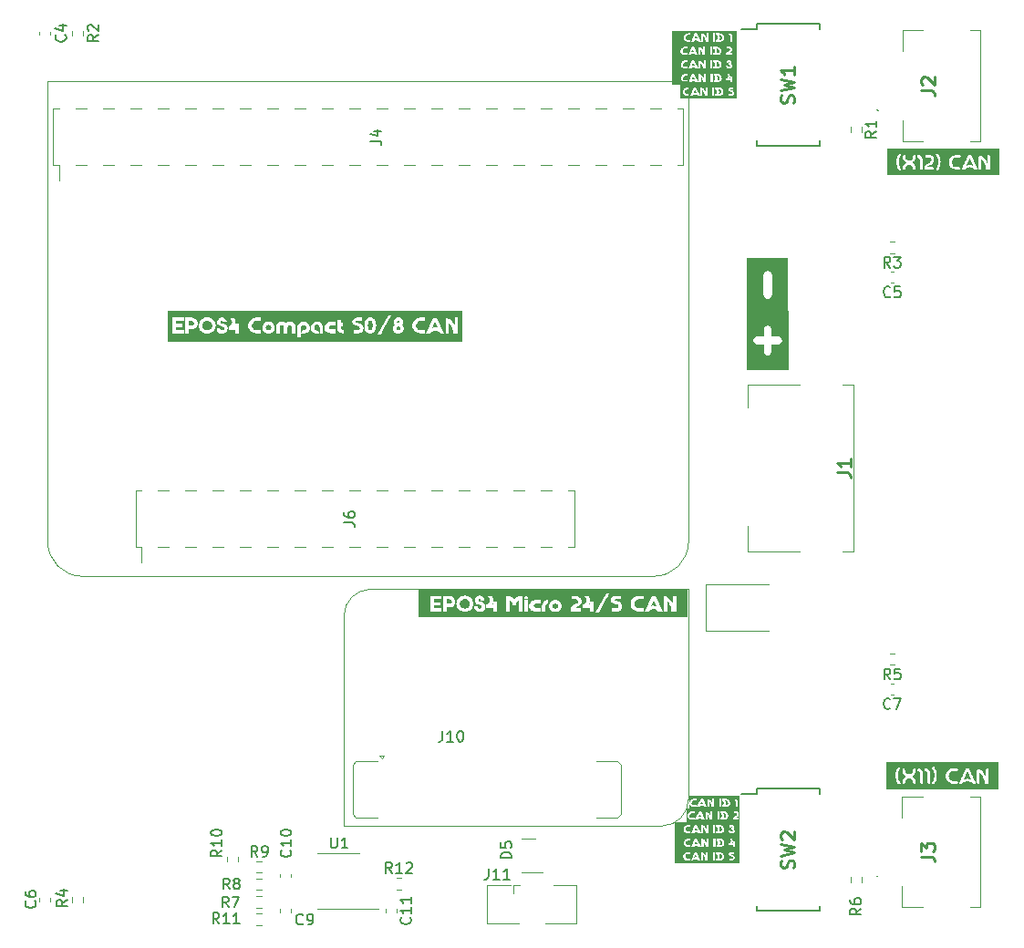
<source format=gbr>
%TF.GenerationSoftware,KiCad,Pcbnew,7.0.7*%
%TF.CreationDate,2024-02-15T16:38:16+01:00*%
%TF.ProjectId,nav_lower_controller,6e61765f-6c6f-4776-9572-5f636f6e7472,1*%
%TF.SameCoordinates,Original*%
%TF.FileFunction,Legend,Top*%
%TF.FilePolarity,Positive*%
%FSLAX46Y46*%
G04 Gerber Fmt 4.6, Leading zero omitted, Abs format (unit mm)*
G04 Created by KiCad (PCBNEW 7.0.7) date 2024-02-15 16:38:16*
%MOMM*%
%LPD*%
G01*
G04 APERTURE LIST*
%ADD10C,0.150000*%
%ADD11C,0.254000*%
%ADD12C,0.120000*%
%ADD13C,0.100000*%
%ADD14C,0.200000*%
G04 APERTURE END LIST*
D10*
X130538095Y-129554819D02*
X130538095Y-130364342D01*
X130538095Y-130364342D02*
X130585714Y-130459580D01*
X130585714Y-130459580D02*
X130633333Y-130507200D01*
X130633333Y-130507200D02*
X130728571Y-130554819D01*
X130728571Y-130554819D02*
X130919047Y-130554819D01*
X130919047Y-130554819D02*
X131014285Y-130507200D01*
X131014285Y-130507200D02*
X131061904Y-130459580D01*
X131061904Y-130459580D02*
X131109523Y-130364342D01*
X131109523Y-130364342D02*
X131109523Y-129554819D01*
X132109523Y-130554819D02*
X131538095Y-130554819D01*
X131823809Y-130554819D02*
X131823809Y-129554819D01*
X131823809Y-129554819D02*
X131728571Y-129697676D01*
X131728571Y-129697676D02*
X131633333Y-129792914D01*
X131633333Y-129792914D02*
X131538095Y-129840533D01*
X145190476Y-132454819D02*
X145190476Y-133169104D01*
X145190476Y-133169104D02*
X145142857Y-133311961D01*
X145142857Y-133311961D02*
X145047619Y-133407200D01*
X145047619Y-133407200D02*
X144904762Y-133454819D01*
X144904762Y-133454819D02*
X144809524Y-133454819D01*
X146190476Y-133454819D02*
X145619048Y-133454819D01*
X145904762Y-133454819D02*
X145904762Y-132454819D01*
X145904762Y-132454819D02*
X145809524Y-132597676D01*
X145809524Y-132597676D02*
X145714286Y-132692914D01*
X145714286Y-132692914D02*
X145619048Y-132740533D01*
X147142857Y-133454819D02*
X146571429Y-133454819D01*
X146857143Y-133454819D02*
X146857143Y-132454819D01*
X146857143Y-132454819D02*
X146761905Y-132597676D01*
X146761905Y-132597676D02*
X146666667Y-132692914D01*
X146666667Y-132692914D02*
X146571429Y-132740533D01*
X134224819Y-64861333D02*
X134939104Y-64861333D01*
X134939104Y-64861333D02*
X135081961Y-64908952D01*
X135081961Y-64908952D02*
X135177200Y-65004190D01*
X135177200Y-65004190D02*
X135224819Y-65147047D01*
X135224819Y-65147047D02*
X135224819Y-65242285D01*
X134558152Y-63956571D02*
X135224819Y-63956571D01*
X134177200Y-64194666D02*
X134891485Y-64432761D01*
X134891485Y-64432761D02*
X134891485Y-63813714D01*
X182483333Y-79289580D02*
X182435714Y-79337200D01*
X182435714Y-79337200D02*
X182292857Y-79384819D01*
X182292857Y-79384819D02*
X182197619Y-79384819D01*
X182197619Y-79384819D02*
X182054762Y-79337200D01*
X182054762Y-79337200D02*
X181959524Y-79241961D01*
X181959524Y-79241961D02*
X181911905Y-79146723D01*
X181911905Y-79146723D02*
X181864286Y-78956247D01*
X181864286Y-78956247D02*
X181864286Y-78813390D01*
X181864286Y-78813390D02*
X181911905Y-78622914D01*
X181911905Y-78622914D02*
X181959524Y-78527676D01*
X181959524Y-78527676D02*
X182054762Y-78432438D01*
X182054762Y-78432438D02*
X182197619Y-78384819D01*
X182197619Y-78384819D02*
X182292857Y-78384819D01*
X182292857Y-78384819D02*
X182435714Y-78432438D01*
X182435714Y-78432438D02*
X182483333Y-78480057D01*
X183388095Y-78384819D02*
X182911905Y-78384819D01*
X182911905Y-78384819D02*
X182864286Y-78861009D01*
X182864286Y-78861009D02*
X182911905Y-78813390D01*
X182911905Y-78813390D02*
X183007143Y-78765771D01*
X183007143Y-78765771D02*
X183245238Y-78765771D01*
X183245238Y-78765771D02*
X183340476Y-78813390D01*
X183340476Y-78813390D02*
X183388095Y-78861009D01*
X183388095Y-78861009D02*
X183435714Y-78956247D01*
X183435714Y-78956247D02*
X183435714Y-79194342D01*
X183435714Y-79194342D02*
X183388095Y-79289580D01*
X183388095Y-79289580D02*
X183340476Y-79337200D01*
X183340476Y-79337200D02*
X183245238Y-79384819D01*
X183245238Y-79384819D02*
X183007143Y-79384819D01*
X183007143Y-79384819D02*
X182911905Y-79337200D01*
X182911905Y-79337200D02*
X182864286Y-79289580D01*
X140890476Y-119654819D02*
X140890476Y-120369104D01*
X140890476Y-120369104D02*
X140842857Y-120511961D01*
X140842857Y-120511961D02*
X140747619Y-120607200D01*
X140747619Y-120607200D02*
X140604762Y-120654819D01*
X140604762Y-120654819D02*
X140509524Y-120654819D01*
X141890476Y-120654819D02*
X141319048Y-120654819D01*
X141604762Y-120654819D02*
X141604762Y-119654819D01*
X141604762Y-119654819D02*
X141509524Y-119797676D01*
X141509524Y-119797676D02*
X141414286Y-119892914D01*
X141414286Y-119892914D02*
X141319048Y-119940533D01*
X142509524Y-119654819D02*
X142604762Y-119654819D01*
X142604762Y-119654819D02*
X142700000Y-119702438D01*
X142700000Y-119702438D02*
X142747619Y-119750057D01*
X142747619Y-119750057D02*
X142795238Y-119845295D01*
X142795238Y-119845295D02*
X142842857Y-120035771D01*
X142842857Y-120035771D02*
X142842857Y-120273866D01*
X142842857Y-120273866D02*
X142795238Y-120464342D01*
X142795238Y-120464342D02*
X142747619Y-120559580D01*
X142747619Y-120559580D02*
X142700000Y-120607200D01*
X142700000Y-120607200D02*
X142604762Y-120654819D01*
X142604762Y-120654819D02*
X142509524Y-120654819D01*
X142509524Y-120654819D02*
X142414286Y-120607200D01*
X142414286Y-120607200D02*
X142366667Y-120559580D01*
X142366667Y-120559580D02*
X142319048Y-120464342D01*
X142319048Y-120464342D02*
X142271429Y-120273866D01*
X142271429Y-120273866D02*
X142271429Y-120035771D01*
X142271429Y-120035771D02*
X142319048Y-119845295D01*
X142319048Y-119845295D02*
X142366667Y-119750057D01*
X142366667Y-119750057D02*
X142414286Y-119702438D01*
X142414286Y-119702438D02*
X142509524Y-119654819D01*
X182483333Y-114884819D02*
X182150000Y-114408628D01*
X181911905Y-114884819D02*
X181911905Y-113884819D01*
X181911905Y-113884819D02*
X182292857Y-113884819D01*
X182292857Y-113884819D02*
X182388095Y-113932438D01*
X182388095Y-113932438D02*
X182435714Y-113980057D01*
X182435714Y-113980057D02*
X182483333Y-114075295D01*
X182483333Y-114075295D02*
X182483333Y-114218152D01*
X182483333Y-114218152D02*
X182435714Y-114313390D01*
X182435714Y-114313390D02*
X182388095Y-114361009D01*
X182388095Y-114361009D02*
X182292857Y-114408628D01*
X182292857Y-114408628D02*
X181911905Y-114408628D01*
X183388095Y-113884819D02*
X182911905Y-113884819D01*
X182911905Y-113884819D02*
X182864286Y-114361009D01*
X182864286Y-114361009D02*
X182911905Y-114313390D01*
X182911905Y-114313390D02*
X183007143Y-114265771D01*
X183007143Y-114265771D02*
X183245238Y-114265771D01*
X183245238Y-114265771D02*
X183340476Y-114313390D01*
X183340476Y-114313390D02*
X183388095Y-114361009D01*
X183388095Y-114361009D02*
X183435714Y-114456247D01*
X183435714Y-114456247D02*
X183435714Y-114694342D01*
X183435714Y-114694342D02*
X183388095Y-114789580D01*
X183388095Y-114789580D02*
X183340476Y-114837200D01*
X183340476Y-114837200D02*
X183245238Y-114884819D01*
X183245238Y-114884819D02*
X183007143Y-114884819D01*
X183007143Y-114884819D02*
X182911905Y-114837200D01*
X182911905Y-114837200D02*
X182864286Y-114789580D01*
X121133333Y-134354819D02*
X120800000Y-133878628D01*
X120561905Y-134354819D02*
X120561905Y-133354819D01*
X120561905Y-133354819D02*
X120942857Y-133354819D01*
X120942857Y-133354819D02*
X121038095Y-133402438D01*
X121038095Y-133402438D02*
X121085714Y-133450057D01*
X121085714Y-133450057D02*
X121133333Y-133545295D01*
X121133333Y-133545295D02*
X121133333Y-133688152D01*
X121133333Y-133688152D02*
X121085714Y-133783390D01*
X121085714Y-133783390D02*
X121038095Y-133831009D01*
X121038095Y-133831009D02*
X120942857Y-133878628D01*
X120942857Y-133878628D02*
X120561905Y-133878628D01*
X121704762Y-133783390D02*
X121609524Y-133735771D01*
X121609524Y-133735771D02*
X121561905Y-133688152D01*
X121561905Y-133688152D02*
X121514286Y-133592914D01*
X121514286Y-133592914D02*
X121514286Y-133545295D01*
X121514286Y-133545295D02*
X121561905Y-133450057D01*
X121561905Y-133450057D02*
X121609524Y-133402438D01*
X121609524Y-133402438D02*
X121704762Y-133354819D01*
X121704762Y-133354819D02*
X121895238Y-133354819D01*
X121895238Y-133354819D02*
X121990476Y-133402438D01*
X121990476Y-133402438D02*
X122038095Y-133450057D01*
X122038095Y-133450057D02*
X122085714Y-133545295D01*
X122085714Y-133545295D02*
X122085714Y-133592914D01*
X122085714Y-133592914D02*
X122038095Y-133688152D01*
X122038095Y-133688152D02*
X121990476Y-133735771D01*
X121990476Y-133735771D02*
X121895238Y-133783390D01*
X121895238Y-133783390D02*
X121704762Y-133783390D01*
X121704762Y-133783390D02*
X121609524Y-133831009D01*
X121609524Y-133831009D02*
X121561905Y-133878628D01*
X121561905Y-133878628D02*
X121514286Y-133973866D01*
X121514286Y-133973866D02*
X121514286Y-134164342D01*
X121514286Y-134164342D02*
X121561905Y-134259580D01*
X121561905Y-134259580D02*
X121609524Y-134307200D01*
X121609524Y-134307200D02*
X121704762Y-134354819D01*
X121704762Y-134354819D02*
X121895238Y-134354819D01*
X121895238Y-134354819D02*
X121990476Y-134307200D01*
X121990476Y-134307200D02*
X122038095Y-134259580D01*
X122038095Y-134259580D02*
X122085714Y-134164342D01*
X122085714Y-134164342D02*
X122085714Y-133973866D01*
X122085714Y-133973866D02*
X122038095Y-133878628D01*
X122038095Y-133878628D02*
X121990476Y-133831009D01*
X121990476Y-133831009D02*
X121895238Y-133783390D01*
D11*
X185341318Y-60173332D02*
X186248461Y-60173332D01*
X186248461Y-60173332D02*
X186429889Y-60233809D01*
X186429889Y-60233809D02*
X186550842Y-60354761D01*
X186550842Y-60354761D02*
X186611318Y-60536190D01*
X186611318Y-60536190D02*
X186611318Y-60657142D01*
X185462270Y-59629047D02*
X185401794Y-59568571D01*
X185401794Y-59568571D02*
X185341318Y-59447618D01*
X185341318Y-59447618D02*
X185341318Y-59145237D01*
X185341318Y-59145237D02*
X185401794Y-59024285D01*
X185401794Y-59024285D02*
X185462270Y-58963809D01*
X185462270Y-58963809D02*
X185583222Y-58903332D01*
X185583222Y-58903332D02*
X185704175Y-58903332D01*
X185704175Y-58903332D02*
X185885603Y-58963809D01*
X185885603Y-58963809D02*
X186611318Y-59689523D01*
X186611318Y-59689523D02*
X186611318Y-58903332D01*
D10*
X131744819Y-100293333D02*
X132459104Y-100293333D01*
X132459104Y-100293333D02*
X132601961Y-100340952D01*
X132601961Y-100340952D02*
X132697200Y-100436190D01*
X132697200Y-100436190D02*
X132744819Y-100579047D01*
X132744819Y-100579047D02*
X132744819Y-100674285D01*
X131744819Y-99388571D02*
X131744819Y-99579047D01*
X131744819Y-99579047D02*
X131792438Y-99674285D01*
X131792438Y-99674285D02*
X131840057Y-99721904D01*
X131840057Y-99721904D02*
X131982914Y-99817142D01*
X131982914Y-99817142D02*
X132173390Y-99864761D01*
X132173390Y-99864761D02*
X132554342Y-99864761D01*
X132554342Y-99864761D02*
X132649580Y-99817142D01*
X132649580Y-99817142D02*
X132697200Y-99769523D01*
X132697200Y-99769523D02*
X132744819Y-99674285D01*
X132744819Y-99674285D02*
X132744819Y-99483809D01*
X132744819Y-99483809D02*
X132697200Y-99388571D01*
X132697200Y-99388571D02*
X132649580Y-99340952D01*
X132649580Y-99340952D02*
X132554342Y-99293333D01*
X132554342Y-99293333D02*
X132316247Y-99293333D01*
X132316247Y-99293333D02*
X132221009Y-99340952D01*
X132221009Y-99340952D02*
X132173390Y-99388571D01*
X132173390Y-99388571D02*
X132125771Y-99483809D01*
X132125771Y-99483809D02*
X132125771Y-99674285D01*
X132125771Y-99674285D02*
X132173390Y-99769523D01*
X132173390Y-99769523D02*
X132221009Y-99817142D01*
X132221009Y-99817142D02*
X132316247Y-99864761D01*
X123733333Y-131354819D02*
X123400000Y-130878628D01*
X123161905Y-131354819D02*
X123161905Y-130354819D01*
X123161905Y-130354819D02*
X123542857Y-130354819D01*
X123542857Y-130354819D02*
X123638095Y-130402438D01*
X123638095Y-130402438D02*
X123685714Y-130450057D01*
X123685714Y-130450057D02*
X123733333Y-130545295D01*
X123733333Y-130545295D02*
X123733333Y-130688152D01*
X123733333Y-130688152D02*
X123685714Y-130783390D01*
X123685714Y-130783390D02*
X123638095Y-130831009D01*
X123638095Y-130831009D02*
X123542857Y-130878628D01*
X123542857Y-130878628D02*
X123161905Y-130878628D01*
X124209524Y-131354819D02*
X124400000Y-131354819D01*
X124400000Y-131354819D02*
X124495238Y-131307200D01*
X124495238Y-131307200D02*
X124542857Y-131259580D01*
X124542857Y-131259580D02*
X124638095Y-131116723D01*
X124638095Y-131116723D02*
X124685714Y-130926247D01*
X124685714Y-130926247D02*
X124685714Y-130545295D01*
X124685714Y-130545295D02*
X124638095Y-130450057D01*
X124638095Y-130450057D02*
X124590476Y-130402438D01*
X124590476Y-130402438D02*
X124495238Y-130354819D01*
X124495238Y-130354819D02*
X124304762Y-130354819D01*
X124304762Y-130354819D02*
X124209524Y-130402438D01*
X124209524Y-130402438D02*
X124161905Y-130450057D01*
X124161905Y-130450057D02*
X124114286Y-130545295D01*
X124114286Y-130545295D02*
X124114286Y-130783390D01*
X124114286Y-130783390D02*
X124161905Y-130878628D01*
X124161905Y-130878628D02*
X124209524Y-130926247D01*
X124209524Y-130926247D02*
X124304762Y-130973866D01*
X124304762Y-130973866D02*
X124495238Y-130973866D01*
X124495238Y-130973866D02*
X124590476Y-130926247D01*
X124590476Y-130926247D02*
X124638095Y-130878628D01*
X124638095Y-130878628D02*
X124685714Y-130783390D01*
D11*
X173513842Y-132393333D02*
X173574318Y-132211904D01*
X173574318Y-132211904D02*
X173574318Y-131909523D01*
X173574318Y-131909523D02*
X173513842Y-131788571D01*
X173513842Y-131788571D02*
X173453365Y-131728095D01*
X173453365Y-131728095D02*
X173332413Y-131667618D01*
X173332413Y-131667618D02*
X173211461Y-131667618D01*
X173211461Y-131667618D02*
X173090508Y-131728095D01*
X173090508Y-131728095D02*
X173030032Y-131788571D01*
X173030032Y-131788571D02*
X172969556Y-131909523D01*
X172969556Y-131909523D02*
X172909080Y-132151428D01*
X172909080Y-132151428D02*
X172848603Y-132272380D01*
X172848603Y-132272380D02*
X172788127Y-132332857D01*
X172788127Y-132332857D02*
X172667175Y-132393333D01*
X172667175Y-132393333D02*
X172546222Y-132393333D01*
X172546222Y-132393333D02*
X172425270Y-132332857D01*
X172425270Y-132332857D02*
X172364794Y-132272380D01*
X172364794Y-132272380D02*
X172304318Y-132151428D01*
X172304318Y-132151428D02*
X172304318Y-131849047D01*
X172304318Y-131849047D02*
X172364794Y-131667618D01*
X172304318Y-131244285D02*
X173574318Y-130941904D01*
X173574318Y-130941904D02*
X172667175Y-130699999D01*
X172667175Y-130699999D02*
X173574318Y-130458094D01*
X173574318Y-130458094D02*
X172304318Y-130155714D01*
X172425270Y-129732380D02*
X172364794Y-129671904D01*
X172364794Y-129671904D02*
X172304318Y-129550951D01*
X172304318Y-129550951D02*
X172304318Y-129248570D01*
X172304318Y-129248570D02*
X172364794Y-129127618D01*
X172364794Y-129127618D02*
X172425270Y-129067142D01*
X172425270Y-129067142D02*
X172546222Y-129006665D01*
X172546222Y-129006665D02*
X172667175Y-129006665D01*
X172667175Y-129006665D02*
X172848603Y-129067142D01*
X172848603Y-129067142D02*
X173574318Y-129792856D01*
X173574318Y-129792856D02*
X173574318Y-129006665D01*
X173513842Y-61343333D02*
X173574318Y-61161904D01*
X173574318Y-61161904D02*
X173574318Y-60859523D01*
X173574318Y-60859523D02*
X173513842Y-60738571D01*
X173513842Y-60738571D02*
X173453365Y-60678095D01*
X173453365Y-60678095D02*
X173332413Y-60617618D01*
X173332413Y-60617618D02*
X173211461Y-60617618D01*
X173211461Y-60617618D02*
X173090508Y-60678095D01*
X173090508Y-60678095D02*
X173030032Y-60738571D01*
X173030032Y-60738571D02*
X172969556Y-60859523D01*
X172969556Y-60859523D02*
X172909080Y-61101428D01*
X172909080Y-61101428D02*
X172848603Y-61222380D01*
X172848603Y-61222380D02*
X172788127Y-61282857D01*
X172788127Y-61282857D02*
X172667175Y-61343333D01*
X172667175Y-61343333D02*
X172546222Y-61343333D01*
X172546222Y-61343333D02*
X172425270Y-61282857D01*
X172425270Y-61282857D02*
X172364794Y-61222380D01*
X172364794Y-61222380D02*
X172304318Y-61101428D01*
X172304318Y-61101428D02*
X172304318Y-60799047D01*
X172304318Y-60799047D02*
X172364794Y-60617618D01*
X172304318Y-60194285D02*
X173574318Y-59891904D01*
X173574318Y-59891904D02*
X172667175Y-59649999D01*
X172667175Y-59649999D02*
X173574318Y-59408094D01*
X173574318Y-59408094D02*
X172304318Y-59105714D01*
X173574318Y-57956665D02*
X173574318Y-58682380D01*
X173574318Y-58319523D02*
X172304318Y-58319523D01*
X172304318Y-58319523D02*
X172485746Y-58440475D01*
X172485746Y-58440475D02*
X172606699Y-58561427D01*
X172606699Y-58561427D02*
X172667175Y-58682380D01*
D10*
X127933333Y-137559580D02*
X127885714Y-137607200D01*
X127885714Y-137607200D02*
X127742857Y-137654819D01*
X127742857Y-137654819D02*
X127647619Y-137654819D01*
X127647619Y-137654819D02*
X127504762Y-137607200D01*
X127504762Y-137607200D02*
X127409524Y-137511961D01*
X127409524Y-137511961D02*
X127361905Y-137416723D01*
X127361905Y-137416723D02*
X127314286Y-137226247D01*
X127314286Y-137226247D02*
X127314286Y-137083390D01*
X127314286Y-137083390D02*
X127361905Y-136892914D01*
X127361905Y-136892914D02*
X127409524Y-136797676D01*
X127409524Y-136797676D02*
X127504762Y-136702438D01*
X127504762Y-136702438D02*
X127647619Y-136654819D01*
X127647619Y-136654819D02*
X127742857Y-136654819D01*
X127742857Y-136654819D02*
X127885714Y-136702438D01*
X127885714Y-136702438D02*
X127933333Y-136750057D01*
X128409524Y-137654819D02*
X128600000Y-137654819D01*
X128600000Y-137654819D02*
X128695238Y-137607200D01*
X128695238Y-137607200D02*
X128742857Y-137559580D01*
X128742857Y-137559580D02*
X128838095Y-137416723D01*
X128838095Y-137416723D02*
X128885714Y-137226247D01*
X128885714Y-137226247D02*
X128885714Y-136845295D01*
X128885714Y-136845295D02*
X128838095Y-136750057D01*
X128838095Y-136750057D02*
X128790476Y-136702438D01*
X128790476Y-136702438D02*
X128695238Y-136654819D01*
X128695238Y-136654819D02*
X128504762Y-136654819D01*
X128504762Y-136654819D02*
X128409524Y-136702438D01*
X128409524Y-136702438D02*
X128361905Y-136750057D01*
X128361905Y-136750057D02*
X128314286Y-136845295D01*
X128314286Y-136845295D02*
X128314286Y-137083390D01*
X128314286Y-137083390D02*
X128361905Y-137178628D01*
X128361905Y-137178628D02*
X128409524Y-137226247D01*
X128409524Y-137226247D02*
X128504762Y-137273866D01*
X128504762Y-137273866D02*
X128695238Y-137273866D01*
X128695238Y-137273866D02*
X128790476Y-137226247D01*
X128790476Y-137226247D02*
X128838095Y-137178628D01*
X128838095Y-137178628D02*
X128885714Y-137083390D01*
X182483333Y-117539580D02*
X182435714Y-117587200D01*
X182435714Y-117587200D02*
X182292857Y-117634819D01*
X182292857Y-117634819D02*
X182197619Y-117634819D01*
X182197619Y-117634819D02*
X182054762Y-117587200D01*
X182054762Y-117587200D02*
X181959524Y-117491961D01*
X181959524Y-117491961D02*
X181911905Y-117396723D01*
X181911905Y-117396723D02*
X181864286Y-117206247D01*
X181864286Y-117206247D02*
X181864286Y-117063390D01*
X181864286Y-117063390D02*
X181911905Y-116872914D01*
X181911905Y-116872914D02*
X181959524Y-116777676D01*
X181959524Y-116777676D02*
X182054762Y-116682438D01*
X182054762Y-116682438D02*
X182197619Y-116634819D01*
X182197619Y-116634819D02*
X182292857Y-116634819D01*
X182292857Y-116634819D02*
X182435714Y-116682438D01*
X182435714Y-116682438D02*
X182483333Y-116730057D01*
X182816667Y-116634819D02*
X183483333Y-116634819D01*
X183483333Y-116634819D02*
X183054762Y-117634819D01*
X136207142Y-132874819D02*
X135873809Y-132398628D01*
X135635714Y-132874819D02*
X135635714Y-131874819D01*
X135635714Y-131874819D02*
X136016666Y-131874819D01*
X136016666Y-131874819D02*
X136111904Y-131922438D01*
X136111904Y-131922438D02*
X136159523Y-131970057D01*
X136159523Y-131970057D02*
X136207142Y-132065295D01*
X136207142Y-132065295D02*
X136207142Y-132208152D01*
X136207142Y-132208152D02*
X136159523Y-132303390D01*
X136159523Y-132303390D02*
X136111904Y-132351009D01*
X136111904Y-132351009D02*
X136016666Y-132398628D01*
X136016666Y-132398628D02*
X135635714Y-132398628D01*
X137159523Y-132874819D02*
X136588095Y-132874819D01*
X136873809Y-132874819D02*
X136873809Y-131874819D01*
X136873809Y-131874819D02*
X136778571Y-132017676D01*
X136778571Y-132017676D02*
X136683333Y-132112914D01*
X136683333Y-132112914D02*
X136588095Y-132160533D01*
X137540476Y-131970057D02*
X137588095Y-131922438D01*
X137588095Y-131922438D02*
X137683333Y-131874819D01*
X137683333Y-131874819D02*
X137921428Y-131874819D01*
X137921428Y-131874819D02*
X138016666Y-131922438D01*
X138016666Y-131922438D02*
X138064285Y-131970057D01*
X138064285Y-131970057D02*
X138111904Y-132065295D01*
X138111904Y-132065295D02*
X138111904Y-132160533D01*
X138111904Y-132160533D02*
X138064285Y-132303390D01*
X138064285Y-132303390D02*
X137492857Y-132874819D01*
X137492857Y-132874819D02*
X138111904Y-132874819D01*
X120157142Y-137554819D02*
X119823809Y-137078628D01*
X119585714Y-137554819D02*
X119585714Y-136554819D01*
X119585714Y-136554819D02*
X119966666Y-136554819D01*
X119966666Y-136554819D02*
X120061904Y-136602438D01*
X120061904Y-136602438D02*
X120109523Y-136650057D01*
X120109523Y-136650057D02*
X120157142Y-136745295D01*
X120157142Y-136745295D02*
X120157142Y-136888152D01*
X120157142Y-136888152D02*
X120109523Y-136983390D01*
X120109523Y-136983390D02*
X120061904Y-137031009D01*
X120061904Y-137031009D02*
X119966666Y-137078628D01*
X119966666Y-137078628D02*
X119585714Y-137078628D01*
X121109523Y-137554819D02*
X120538095Y-137554819D01*
X120823809Y-137554819D02*
X120823809Y-136554819D01*
X120823809Y-136554819D02*
X120728571Y-136697676D01*
X120728571Y-136697676D02*
X120633333Y-136792914D01*
X120633333Y-136792914D02*
X120538095Y-136840533D01*
X122061904Y-137554819D02*
X121490476Y-137554819D01*
X121776190Y-137554819D02*
X121776190Y-136554819D01*
X121776190Y-136554819D02*
X121680952Y-136697676D01*
X121680952Y-136697676D02*
X121585714Y-136792914D01*
X121585714Y-136792914D02*
X121490476Y-136840533D01*
X121033333Y-136054819D02*
X120700000Y-135578628D01*
X120461905Y-136054819D02*
X120461905Y-135054819D01*
X120461905Y-135054819D02*
X120842857Y-135054819D01*
X120842857Y-135054819D02*
X120938095Y-135102438D01*
X120938095Y-135102438D02*
X120985714Y-135150057D01*
X120985714Y-135150057D02*
X121033333Y-135245295D01*
X121033333Y-135245295D02*
X121033333Y-135388152D01*
X121033333Y-135388152D02*
X120985714Y-135483390D01*
X120985714Y-135483390D02*
X120938095Y-135531009D01*
X120938095Y-135531009D02*
X120842857Y-135578628D01*
X120842857Y-135578628D02*
X120461905Y-135578628D01*
X121366667Y-135054819D02*
X122033333Y-135054819D01*
X122033333Y-135054819D02*
X121604762Y-136054819D01*
X120404819Y-130742857D02*
X119928628Y-131076190D01*
X120404819Y-131314285D02*
X119404819Y-131314285D01*
X119404819Y-131314285D02*
X119404819Y-130933333D01*
X119404819Y-130933333D02*
X119452438Y-130838095D01*
X119452438Y-130838095D02*
X119500057Y-130790476D01*
X119500057Y-130790476D02*
X119595295Y-130742857D01*
X119595295Y-130742857D02*
X119738152Y-130742857D01*
X119738152Y-130742857D02*
X119833390Y-130790476D01*
X119833390Y-130790476D02*
X119881009Y-130838095D01*
X119881009Y-130838095D02*
X119928628Y-130933333D01*
X119928628Y-130933333D02*
X119928628Y-131314285D01*
X120404819Y-129790476D02*
X120404819Y-130361904D01*
X120404819Y-130076190D02*
X119404819Y-130076190D01*
X119404819Y-130076190D02*
X119547676Y-130171428D01*
X119547676Y-130171428D02*
X119642914Y-130266666D01*
X119642914Y-130266666D02*
X119690533Y-130361904D01*
X119404819Y-129171428D02*
X119404819Y-129076190D01*
X119404819Y-129076190D02*
X119452438Y-128980952D01*
X119452438Y-128980952D02*
X119500057Y-128933333D01*
X119500057Y-128933333D02*
X119595295Y-128885714D01*
X119595295Y-128885714D02*
X119785771Y-128838095D01*
X119785771Y-128838095D02*
X120023866Y-128838095D01*
X120023866Y-128838095D02*
X120214342Y-128885714D01*
X120214342Y-128885714D02*
X120309580Y-128933333D01*
X120309580Y-128933333D02*
X120357200Y-128980952D01*
X120357200Y-128980952D02*
X120404819Y-129076190D01*
X120404819Y-129076190D02*
X120404819Y-129171428D01*
X120404819Y-129171428D02*
X120357200Y-129266666D01*
X120357200Y-129266666D02*
X120309580Y-129314285D01*
X120309580Y-129314285D02*
X120214342Y-129361904D01*
X120214342Y-129361904D02*
X120023866Y-129409523D01*
X120023866Y-129409523D02*
X119785771Y-129409523D01*
X119785771Y-129409523D02*
X119595295Y-129361904D01*
X119595295Y-129361904D02*
X119500057Y-129314285D01*
X119500057Y-129314285D02*
X119452438Y-129266666D01*
X119452438Y-129266666D02*
X119404819Y-129171428D01*
X179754819Y-136166666D02*
X179278628Y-136499999D01*
X179754819Y-136738094D02*
X178754819Y-136738094D01*
X178754819Y-136738094D02*
X178754819Y-136357142D01*
X178754819Y-136357142D02*
X178802438Y-136261904D01*
X178802438Y-136261904D02*
X178850057Y-136214285D01*
X178850057Y-136214285D02*
X178945295Y-136166666D01*
X178945295Y-136166666D02*
X179088152Y-136166666D01*
X179088152Y-136166666D02*
X179183390Y-136214285D01*
X179183390Y-136214285D02*
X179231009Y-136261904D01*
X179231009Y-136261904D02*
X179278628Y-136357142D01*
X179278628Y-136357142D02*
X179278628Y-136738094D01*
X178754819Y-135309523D02*
X178754819Y-135499999D01*
X178754819Y-135499999D02*
X178802438Y-135595237D01*
X178802438Y-135595237D02*
X178850057Y-135642856D01*
X178850057Y-135642856D02*
X178992914Y-135738094D01*
X178992914Y-135738094D02*
X179183390Y-135785713D01*
X179183390Y-135785713D02*
X179564342Y-135785713D01*
X179564342Y-135785713D02*
X179659580Y-135738094D01*
X179659580Y-135738094D02*
X179707200Y-135690475D01*
X179707200Y-135690475D02*
X179754819Y-135595237D01*
X179754819Y-135595237D02*
X179754819Y-135404761D01*
X179754819Y-135404761D02*
X179707200Y-135309523D01*
X179707200Y-135309523D02*
X179659580Y-135261904D01*
X179659580Y-135261904D02*
X179564342Y-135214285D01*
X179564342Y-135214285D02*
X179326247Y-135214285D01*
X179326247Y-135214285D02*
X179231009Y-135261904D01*
X179231009Y-135261904D02*
X179183390Y-135309523D01*
X179183390Y-135309523D02*
X179135771Y-135404761D01*
X179135771Y-135404761D02*
X179135771Y-135595237D01*
X179135771Y-135595237D02*
X179183390Y-135690475D01*
X179183390Y-135690475D02*
X179231009Y-135738094D01*
X179231009Y-135738094D02*
X179326247Y-135785713D01*
X181184819Y-63966666D02*
X180708628Y-64299999D01*
X181184819Y-64538094D02*
X180184819Y-64538094D01*
X180184819Y-64538094D02*
X180184819Y-64157142D01*
X180184819Y-64157142D02*
X180232438Y-64061904D01*
X180232438Y-64061904D02*
X180280057Y-64014285D01*
X180280057Y-64014285D02*
X180375295Y-63966666D01*
X180375295Y-63966666D02*
X180518152Y-63966666D01*
X180518152Y-63966666D02*
X180613390Y-64014285D01*
X180613390Y-64014285D02*
X180661009Y-64061904D01*
X180661009Y-64061904D02*
X180708628Y-64157142D01*
X180708628Y-64157142D02*
X180708628Y-64538094D01*
X181184819Y-63014285D02*
X181184819Y-63585713D01*
X181184819Y-63299999D02*
X180184819Y-63299999D01*
X180184819Y-63299999D02*
X180327676Y-63395237D01*
X180327676Y-63395237D02*
X180422914Y-63490475D01*
X180422914Y-63490475D02*
X180470533Y-63585713D01*
X182483333Y-76634819D02*
X182150000Y-76158628D01*
X181911905Y-76634819D02*
X181911905Y-75634819D01*
X181911905Y-75634819D02*
X182292857Y-75634819D01*
X182292857Y-75634819D02*
X182388095Y-75682438D01*
X182388095Y-75682438D02*
X182435714Y-75730057D01*
X182435714Y-75730057D02*
X182483333Y-75825295D01*
X182483333Y-75825295D02*
X182483333Y-75968152D01*
X182483333Y-75968152D02*
X182435714Y-76063390D01*
X182435714Y-76063390D02*
X182388095Y-76111009D01*
X182388095Y-76111009D02*
X182292857Y-76158628D01*
X182292857Y-76158628D02*
X181911905Y-76158628D01*
X182816667Y-75634819D02*
X183435714Y-75634819D01*
X183435714Y-75634819D02*
X183102381Y-76015771D01*
X183102381Y-76015771D02*
X183245238Y-76015771D01*
X183245238Y-76015771D02*
X183340476Y-76063390D01*
X183340476Y-76063390D02*
X183388095Y-76111009D01*
X183388095Y-76111009D02*
X183435714Y-76206247D01*
X183435714Y-76206247D02*
X183435714Y-76444342D01*
X183435714Y-76444342D02*
X183388095Y-76539580D01*
X183388095Y-76539580D02*
X183340476Y-76587200D01*
X183340476Y-76587200D02*
X183245238Y-76634819D01*
X183245238Y-76634819D02*
X182959524Y-76634819D01*
X182959524Y-76634819D02*
X182864286Y-76587200D01*
X182864286Y-76587200D02*
X182816667Y-76539580D01*
D11*
X185316318Y-131323332D02*
X186223461Y-131323332D01*
X186223461Y-131323332D02*
X186404889Y-131383809D01*
X186404889Y-131383809D02*
X186525842Y-131504761D01*
X186525842Y-131504761D02*
X186586318Y-131686190D01*
X186586318Y-131686190D02*
X186586318Y-131807142D01*
X185316318Y-130839523D02*
X185316318Y-130053332D01*
X185316318Y-130053332D02*
X185800127Y-130476666D01*
X185800127Y-130476666D02*
X185800127Y-130295237D01*
X185800127Y-130295237D02*
X185860603Y-130174285D01*
X185860603Y-130174285D02*
X185921080Y-130113809D01*
X185921080Y-130113809D02*
X186042032Y-130053332D01*
X186042032Y-130053332D02*
X186344413Y-130053332D01*
X186344413Y-130053332D02*
X186465365Y-130113809D01*
X186465365Y-130113809D02*
X186525842Y-130174285D01*
X186525842Y-130174285D02*
X186586318Y-130295237D01*
X186586318Y-130295237D02*
X186586318Y-130658094D01*
X186586318Y-130658094D02*
X186525842Y-130779047D01*
X186525842Y-130779047D02*
X186465365Y-130839523D01*
D10*
X106054819Y-135366666D02*
X105578628Y-135699999D01*
X106054819Y-135938094D02*
X105054819Y-135938094D01*
X105054819Y-135938094D02*
X105054819Y-135557142D01*
X105054819Y-135557142D02*
X105102438Y-135461904D01*
X105102438Y-135461904D02*
X105150057Y-135414285D01*
X105150057Y-135414285D02*
X105245295Y-135366666D01*
X105245295Y-135366666D02*
X105388152Y-135366666D01*
X105388152Y-135366666D02*
X105483390Y-135414285D01*
X105483390Y-135414285D02*
X105531009Y-135461904D01*
X105531009Y-135461904D02*
X105578628Y-135557142D01*
X105578628Y-135557142D02*
X105578628Y-135938094D01*
X105388152Y-134509523D02*
X106054819Y-134509523D01*
X105007200Y-134747618D02*
X105721485Y-134985713D01*
X105721485Y-134985713D02*
X105721485Y-134366666D01*
X137889580Y-136992857D02*
X137937200Y-137040476D01*
X137937200Y-137040476D02*
X137984819Y-137183333D01*
X137984819Y-137183333D02*
X137984819Y-137278571D01*
X137984819Y-137278571D02*
X137937200Y-137421428D01*
X137937200Y-137421428D02*
X137841961Y-137516666D01*
X137841961Y-137516666D02*
X137746723Y-137564285D01*
X137746723Y-137564285D02*
X137556247Y-137611904D01*
X137556247Y-137611904D02*
X137413390Y-137611904D01*
X137413390Y-137611904D02*
X137222914Y-137564285D01*
X137222914Y-137564285D02*
X137127676Y-137516666D01*
X137127676Y-137516666D02*
X137032438Y-137421428D01*
X137032438Y-137421428D02*
X136984819Y-137278571D01*
X136984819Y-137278571D02*
X136984819Y-137183333D01*
X136984819Y-137183333D02*
X137032438Y-137040476D01*
X137032438Y-137040476D02*
X137080057Y-136992857D01*
X137984819Y-136040476D02*
X137984819Y-136611904D01*
X137984819Y-136326190D02*
X136984819Y-136326190D01*
X136984819Y-136326190D02*
X137127676Y-136421428D01*
X137127676Y-136421428D02*
X137222914Y-136516666D01*
X137222914Y-136516666D02*
X137270533Y-136611904D01*
X137984819Y-135088095D02*
X137984819Y-135659523D01*
X137984819Y-135373809D02*
X136984819Y-135373809D01*
X136984819Y-135373809D02*
X137127676Y-135469047D01*
X137127676Y-135469047D02*
X137222914Y-135564285D01*
X137222914Y-135564285D02*
X137270533Y-135659523D01*
X108954819Y-55016666D02*
X108478628Y-55349999D01*
X108954819Y-55588094D02*
X107954819Y-55588094D01*
X107954819Y-55588094D02*
X107954819Y-55207142D01*
X107954819Y-55207142D02*
X108002438Y-55111904D01*
X108002438Y-55111904D02*
X108050057Y-55064285D01*
X108050057Y-55064285D02*
X108145295Y-55016666D01*
X108145295Y-55016666D02*
X108288152Y-55016666D01*
X108288152Y-55016666D02*
X108383390Y-55064285D01*
X108383390Y-55064285D02*
X108431009Y-55111904D01*
X108431009Y-55111904D02*
X108478628Y-55207142D01*
X108478628Y-55207142D02*
X108478628Y-55588094D01*
X108050057Y-54635713D02*
X108002438Y-54588094D01*
X108002438Y-54588094D02*
X107954819Y-54492856D01*
X107954819Y-54492856D02*
X107954819Y-54254761D01*
X107954819Y-54254761D02*
X108002438Y-54159523D01*
X108002438Y-54159523D02*
X108050057Y-54111904D01*
X108050057Y-54111904D02*
X108145295Y-54064285D01*
X108145295Y-54064285D02*
X108240533Y-54064285D01*
X108240533Y-54064285D02*
X108383390Y-54111904D01*
X108383390Y-54111904D02*
X108954819Y-54683332D01*
X108954819Y-54683332D02*
X108954819Y-54064285D01*
X126759580Y-130742857D02*
X126807200Y-130790476D01*
X126807200Y-130790476D02*
X126854819Y-130933333D01*
X126854819Y-130933333D02*
X126854819Y-131028571D01*
X126854819Y-131028571D02*
X126807200Y-131171428D01*
X126807200Y-131171428D02*
X126711961Y-131266666D01*
X126711961Y-131266666D02*
X126616723Y-131314285D01*
X126616723Y-131314285D02*
X126426247Y-131361904D01*
X126426247Y-131361904D02*
X126283390Y-131361904D01*
X126283390Y-131361904D02*
X126092914Y-131314285D01*
X126092914Y-131314285D02*
X125997676Y-131266666D01*
X125997676Y-131266666D02*
X125902438Y-131171428D01*
X125902438Y-131171428D02*
X125854819Y-131028571D01*
X125854819Y-131028571D02*
X125854819Y-130933333D01*
X125854819Y-130933333D02*
X125902438Y-130790476D01*
X125902438Y-130790476D02*
X125950057Y-130742857D01*
X126854819Y-129790476D02*
X126854819Y-130361904D01*
X126854819Y-130076190D02*
X125854819Y-130076190D01*
X125854819Y-130076190D02*
X125997676Y-130171428D01*
X125997676Y-130171428D02*
X126092914Y-130266666D01*
X126092914Y-130266666D02*
X126140533Y-130361904D01*
X125854819Y-129171428D02*
X125854819Y-129076190D01*
X125854819Y-129076190D02*
X125902438Y-128980952D01*
X125902438Y-128980952D02*
X125950057Y-128933333D01*
X125950057Y-128933333D02*
X126045295Y-128885714D01*
X126045295Y-128885714D02*
X126235771Y-128838095D01*
X126235771Y-128838095D02*
X126473866Y-128838095D01*
X126473866Y-128838095D02*
X126664342Y-128885714D01*
X126664342Y-128885714D02*
X126759580Y-128933333D01*
X126759580Y-128933333D02*
X126807200Y-128980952D01*
X126807200Y-128980952D02*
X126854819Y-129076190D01*
X126854819Y-129076190D02*
X126854819Y-129171428D01*
X126854819Y-129171428D02*
X126807200Y-129266666D01*
X126807200Y-129266666D02*
X126759580Y-129314285D01*
X126759580Y-129314285D02*
X126664342Y-129361904D01*
X126664342Y-129361904D02*
X126473866Y-129409523D01*
X126473866Y-129409523D02*
X126235771Y-129409523D01*
X126235771Y-129409523D02*
X126045295Y-129361904D01*
X126045295Y-129361904D02*
X125950057Y-129314285D01*
X125950057Y-129314285D02*
X125902438Y-129266666D01*
X125902438Y-129266666D02*
X125854819Y-129171428D01*
D11*
X177554818Y-95673332D02*
X178461961Y-95673332D01*
X178461961Y-95673332D02*
X178643389Y-95733809D01*
X178643389Y-95733809D02*
X178764342Y-95854761D01*
X178764342Y-95854761D02*
X178824818Y-96036190D01*
X178824818Y-96036190D02*
X178824818Y-96157142D01*
X178824818Y-94403332D02*
X178824818Y-95129047D01*
X178824818Y-94766190D02*
X177554818Y-94766190D01*
X177554818Y-94766190D02*
X177736246Y-94887142D01*
X177736246Y-94887142D02*
X177857199Y-95008094D01*
X177857199Y-95008094D02*
X177917675Y-95129047D01*
D10*
X147304819Y-131488094D02*
X146304819Y-131488094D01*
X146304819Y-131488094D02*
X146304819Y-131249999D01*
X146304819Y-131249999D02*
X146352438Y-131107142D01*
X146352438Y-131107142D02*
X146447676Y-131011904D01*
X146447676Y-131011904D02*
X146542914Y-130964285D01*
X146542914Y-130964285D02*
X146733390Y-130916666D01*
X146733390Y-130916666D02*
X146876247Y-130916666D01*
X146876247Y-130916666D02*
X147066723Y-130964285D01*
X147066723Y-130964285D02*
X147161961Y-131011904D01*
X147161961Y-131011904D02*
X147257200Y-131107142D01*
X147257200Y-131107142D02*
X147304819Y-131249999D01*
X147304819Y-131249999D02*
X147304819Y-131488094D01*
X146304819Y-130011904D02*
X146304819Y-130488094D01*
X146304819Y-130488094D02*
X146781009Y-130535713D01*
X146781009Y-130535713D02*
X146733390Y-130488094D01*
X146733390Y-130488094D02*
X146685771Y-130392856D01*
X146685771Y-130392856D02*
X146685771Y-130154761D01*
X146685771Y-130154761D02*
X146733390Y-130059523D01*
X146733390Y-130059523D02*
X146781009Y-130011904D01*
X146781009Y-130011904D02*
X146876247Y-129964285D01*
X146876247Y-129964285D02*
X147114342Y-129964285D01*
X147114342Y-129964285D02*
X147209580Y-130011904D01*
X147209580Y-130011904D02*
X147257200Y-130059523D01*
X147257200Y-130059523D02*
X147304819Y-130154761D01*
X147304819Y-130154761D02*
X147304819Y-130392856D01*
X147304819Y-130392856D02*
X147257200Y-130488094D01*
X147257200Y-130488094D02*
X147209580Y-130535713D01*
X105859580Y-55016666D02*
X105907200Y-55064285D01*
X105907200Y-55064285D02*
X105954819Y-55207142D01*
X105954819Y-55207142D02*
X105954819Y-55302380D01*
X105954819Y-55302380D02*
X105907200Y-55445237D01*
X105907200Y-55445237D02*
X105811961Y-55540475D01*
X105811961Y-55540475D02*
X105716723Y-55588094D01*
X105716723Y-55588094D02*
X105526247Y-55635713D01*
X105526247Y-55635713D02*
X105383390Y-55635713D01*
X105383390Y-55635713D02*
X105192914Y-55588094D01*
X105192914Y-55588094D02*
X105097676Y-55540475D01*
X105097676Y-55540475D02*
X105002438Y-55445237D01*
X105002438Y-55445237D02*
X104954819Y-55302380D01*
X104954819Y-55302380D02*
X104954819Y-55207142D01*
X104954819Y-55207142D02*
X105002438Y-55064285D01*
X105002438Y-55064285D02*
X105050057Y-55016666D01*
X105288152Y-54159523D02*
X105954819Y-54159523D01*
X104907200Y-54397618D02*
X105621485Y-54635713D01*
X105621485Y-54635713D02*
X105621485Y-54016666D01*
X103059580Y-135466666D02*
X103107200Y-135514285D01*
X103107200Y-135514285D02*
X103154819Y-135657142D01*
X103154819Y-135657142D02*
X103154819Y-135752380D01*
X103154819Y-135752380D02*
X103107200Y-135895237D01*
X103107200Y-135895237D02*
X103011961Y-135990475D01*
X103011961Y-135990475D02*
X102916723Y-136038094D01*
X102916723Y-136038094D02*
X102726247Y-136085713D01*
X102726247Y-136085713D02*
X102583390Y-136085713D01*
X102583390Y-136085713D02*
X102392914Y-136038094D01*
X102392914Y-136038094D02*
X102297676Y-135990475D01*
X102297676Y-135990475D02*
X102202438Y-135895237D01*
X102202438Y-135895237D02*
X102154819Y-135752380D01*
X102154819Y-135752380D02*
X102154819Y-135657142D01*
X102154819Y-135657142D02*
X102202438Y-135514285D01*
X102202438Y-135514285D02*
X102250057Y-135466666D01*
X102154819Y-134609523D02*
X102154819Y-134799999D01*
X102154819Y-134799999D02*
X102202438Y-134895237D01*
X102202438Y-134895237D02*
X102250057Y-134942856D01*
X102250057Y-134942856D02*
X102392914Y-135038094D01*
X102392914Y-135038094D02*
X102583390Y-135085713D01*
X102583390Y-135085713D02*
X102964342Y-135085713D01*
X102964342Y-135085713D02*
X103059580Y-135038094D01*
X103059580Y-135038094D02*
X103107200Y-134990475D01*
X103107200Y-134990475D02*
X103154819Y-134895237D01*
X103154819Y-134895237D02*
X103154819Y-134704761D01*
X103154819Y-134704761D02*
X103107200Y-134609523D01*
X103107200Y-134609523D02*
X103059580Y-134561904D01*
X103059580Y-134561904D02*
X102964342Y-134514285D01*
X102964342Y-134514285D02*
X102726247Y-134514285D01*
X102726247Y-134514285D02*
X102631009Y-134561904D01*
X102631009Y-134561904D02*
X102583390Y-134609523D01*
X102583390Y-134609523D02*
X102535771Y-134704761D01*
X102535771Y-134704761D02*
X102535771Y-134895237D01*
X102535771Y-134895237D02*
X102583390Y-134990475D01*
X102583390Y-134990475D02*
X102631009Y-135038094D01*
X102631009Y-135038094D02*
X102726247Y-135085713D01*
%TO.C,CAN1*%
G36*
X165115463Y-126462792D02*
G01*
X165058512Y-126453068D01*
X164998782Y-126448346D01*
X164926551Y-126452235D01*
X164854320Y-126465014D01*
X164985447Y-126187202D01*
X165115463Y-126462792D01*
G37*
G36*
X167253092Y-126130806D02*
G01*
X167296292Y-126144974D01*
X167365189Y-126195536D01*
X167408528Y-126267768D01*
X167423530Y-126351667D01*
X167408528Y-126436122D01*
X167365189Y-126508909D01*
X167296292Y-126559471D01*
X167253092Y-126573639D01*
X167204613Y-126578362D01*
X167144606Y-126578362D01*
X167173637Y-126524744D01*
X167194057Y-126468348D01*
X167206141Y-126410007D01*
X167210170Y-126350556D01*
X167206419Y-126293604D01*
X167195168Y-126236097D01*
X167176693Y-126179701D01*
X167151273Y-126126083D01*
X167204613Y-126126083D01*
X167253092Y-126130806D01*
G37*
G36*
X168498887Y-126974337D02*
G01*
X168335866Y-126974337D01*
X167204613Y-126974337D01*
X166595648Y-126974337D01*
X165497733Y-126974337D01*
X165438837Y-126974337D01*
X164475383Y-126974337D01*
X163801113Y-126974337D01*
X163801113Y-126350556D01*
X163833081Y-126350556D01*
X163840860Y-126427510D01*
X163864196Y-126500574D01*
X163901562Y-126567388D01*
X163951429Y-126625590D01*
X164012964Y-126673929D01*
X164085335Y-126711156D01*
X164167289Y-126734909D01*
X164257578Y-126742827D01*
X164475383Y-126742827D01*
X164530946Y-126742827D01*
X164726526Y-126742827D01*
X164779171Y-126689765D01*
X164843763Y-126652816D01*
X164915577Y-126631146D01*
X164989892Y-126623923D01*
X165066568Y-126631702D01*
X165137688Y-126654482D01*
X165198252Y-126691709D01*
X165243257Y-126742827D01*
X165438837Y-126742827D01*
X165072125Y-125964952D01*
X164897658Y-125964952D01*
X164530946Y-126742827D01*
X164475383Y-126742827D01*
X164475383Y-126578362D01*
X164268691Y-126578362D01*
X164215768Y-126573917D01*
X164168123Y-126560582D01*
X164126312Y-126539607D01*
X164090891Y-126512242D01*
X164041440Y-126440011D01*
X164028522Y-126396811D01*
X164024216Y-126350556D01*
X164040329Y-126262767D01*
X164087002Y-126191647D01*
X164160900Y-126143863D01*
X164207017Y-126130528D01*
X164258690Y-126126083D01*
X164475383Y-126126083D01*
X164475383Y-125961618D01*
X164247577Y-125961618D01*
X164167984Y-125968841D01*
X164091447Y-125990511D01*
X164020882Y-126025098D01*
X163959208Y-126071076D01*
X163907674Y-126127750D01*
X163867530Y-126194425D01*
X163841693Y-126269295D01*
X163833081Y-126350556D01*
X163801113Y-126350556D01*
X163801113Y-125957173D01*
X165497733Y-125957173D01*
X165497733Y-126741716D01*
X165674422Y-126741716D01*
X165674422Y-126213872D01*
X165716094Y-126260267D01*
X165754432Y-126317218D01*
X165788881Y-126381393D01*
X165818885Y-126449457D01*
X165843888Y-126519882D01*
X165863335Y-126591141D01*
X165876392Y-126660178D01*
X165882226Y-126723936D01*
X165883337Y-126741716D01*
X166130035Y-126741716D01*
X166130035Y-125962729D01*
X166595648Y-125962729D01*
X166595648Y-126742827D01*
X166772337Y-126742827D01*
X166772337Y-125962729D01*
X166595648Y-125962729D01*
X166130035Y-125962729D01*
X166130035Y-125961618D01*
X166861237Y-125961618D01*
X166861237Y-126122749D01*
X166879017Y-126126083D01*
X166939580Y-126156642D01*
X166983475Y-126213316D01*
X167010145Y-126282769D01*
X167019035Y-126350556D01*
X167011256Y-126421676D01*
X166986808Y-126492240D01*
X166944025Y-126548358D01*
X166880128Y-126576139D01*
X166861237Y-126579473D01*
X166861237Y-126742827D01*
X167204613Y-126742827D01*
X167291847Y-126734493D01*
X167371301Y-126709489D01*
X167441587Y-126670873D01*
X167501317Y-126621701D01*
X167549518Y-126563221D01*
X167585217Y-126496685D01*
X167607303Y-126425148D01*
X167614665Y-126351667D01*
X167607164Y-126279158D01*
X167584661Y-126208316D01*
X167548684Y-126142057D01*
X167500762Y-126083300D01*
X167441449Y-126033710D01*
X167371301Y-125994956D01*
X167291847Y-125969952D01*
X167204613Y-125961618D01*
X166861237Y-125961618D01*
X166130035Y-125961618D01*
X166130035Y-125960507D01*
X168024716Y-125960507D01*
X168024716Y-126126083D01*
X168046941Y-126126083D01*
X168090835Y-126134973D01*
X168126395Y-126158309D01*
X168150287Y-126192203D01*
X168159177Y-126232763D01*
X168159177Y-126741716D01*
X168335866Y-126741716D01*
X168335866Y-126232763D01*
X168330587Y-126182062D01*
X168314752Y-126132195D01*
X168289332Y-126085661D01*
X168255300Y-126044962D01*
X168213212Y-126010791D01*
X168163622Y-125983843D01*
X168107782Y-125966341D01*
X168046941Y-125960507D01*
X168024716Y-125960507D01*
X166130035Y-125960507D01*
X165953346Y-125960507D01*
X165953346Y-126334998D01*
X165920147Y-126269573D01*
X165880559Y-126206649D01*
X165834859Y-126147752D01*
X165783325Y-126094413D01*
X165726095Y-126047740D01*
X165663310Y-126008846D01*
X165595523Y-125979537D01*
X165523292Y-125961618D01*
X165497733Y-125957173D01*
X163801113Y-125957173D01*
X163801113Y-125725663D01*
X168335866Y-125725663D01*
X168498887Y-125725663D01*
X168498887Y-126974337D01*
G37*
%TO.C,kibuzzard-642A8ED7*%
G36*
X164939319Y-127637792D02*
G01*
X164882368Y-127628068D01*
X164822638Y-127623346D01*
X164750407Y-127627235D01*
X164678175Y-127640014D01*
X164809303Y-127362202D01*
X164939319Y-127637792D01*
G37*
G36*
X167076947Y-127305806D02*
G01*
X167120147Y-127319974D01*
X167189045Y-127370536D01*
X167232384Y-127442768D01*
X167247385Y-127526667D01*
X167232384Y-127611122D01*
X167189045Y-127683909D01*
X167120147Y-127734471D01*
X167076947Y-127748639D01*
X167028469Y-127753362D01*
X166968462Y-127753362D01*
X166997493Y-127699744D01*
X167017912Y-127643348D01*
X167029997Y-127585007D01*
X167034025Y-127525556D01*
X167030275Y-127468604D01*
X167019024Y-127411097D01*
X167000549Y-127354701D01*
X166975129Y-127301083D01*
X167028469Y-127301083D01*
X167076947Y-127305806D01*
G37*
G36*
X168499444Y-128149337D02*
G01*
X168436423Y-128149337D01*
X167881909Y-128149337D01*
X167028469Y-128149337D01*
X166419504Y-128149337D01*
X165321589Y-128149337D01*
X165262693Y-128149337D01*
X164299239Y-128149337D01*
X163600557Y-128149337D01*
X163600557Y-128125000D01*
X163601150Y-127525556D01*
X163656937Y-127525556D01*
X163664715Y-127602510D01*
X163688052Y-127675574D01*
X163725417Y-127742388D01*
X163775285Y-127800590D01*
X163836820Y-127848929D01*
X163909190Y-127886156D01*
X163991145Y-127909909D01*
X164081434Y-127917827D01*
X164299239Y-127917827D01*
X164354802Y-127917827D01*
X164550382Y-127917827D01*
X164603027Y-127864765D01*
X164667619Y-127827816D01*
X164739433Y-127806146D01*
X164813748Y-127798923D01*
X164890424Y-127806702D01*
X164961544Y-127829482D01*
X165022107Y-127866709D01*
X165067113Y-127917827D01*
X165262693Y-127917827D01*
X164895980Y-127139952D01*
X164721514Y-127139952D01*
X164354802Y-127917827D01*
X164299239Y-127917827D01*
X164299239Y-127753362D01*
X164092547Y-127753362D01*
X164039623Y-127748917D01*
X163991979Y-127735582D01*
X163950168Y-127714607D01*
X163914747Y-127687242D01*
X163865296Y-127615011D01*
X163852378Y-127571811D01*
X163848072Y-127525556D01*
X163864185Y-127437767D01*
X163910857Y-127366647D01*
X163984755Y-127318863D01*
X164030872Y-127305528D01*
X164082545Y-127301083D01*
X164299239Y-127301083D01*
X164299239Y-127136618D01*
X164071433Y-127136618D01*
X163991840Y-127143841D01*
X163915302Y-127165511D01*
X163844738Y-127200098D01*
X163783064Y-127246076D01*
X163731529Y-127302750D01*
X163691385Y-127369425D01*
X163665549Y-127444295D01*
X163656937Y-127525556D01*
X163601150Y-127525556D01*
X163601540Y-127132173D01*
X165321589Y-127132173D01*
X165321589Y-127916716D01*
X165498278Y-127916716D01*
X165498278Y-127388872D01*
X165539950Y-127435267D01*
X165578288Y-127492218D01*
X165612737Y-127556393D01*
X165642740Y-127624457D01*
X165667744Y-127694882D01*
X165687190Y-127766141D01*
X165700248Y-127835178D01*
X165706082Y-127898936D01*
X165707193Y-127916716D01*
X165953890Y-127916716D01*
X165953890Y-127137729D01*
X166419504Y-127137729D01*
X166419504Y-127917827D01*
X166596193Y-127917827D01*
X166596193Y-127137729D01*
X166419504Y-127137729D01*
X165953890Y-127137729D01*
X165953890Y-127136618D01*
X166685093Y-127136618D01*
X166685093Y-127297749D01*
X166702873Y-127301083D01*
X166763436Y-127331642D01*
X166807330Y-127388316D01*
X166834000Y-127457769D01*
X166842890Y-127525556D01*
X166835112Y-127596676D01*
X166810664Y-127667240D01*
X166767881Y-127723358D01*
X166703984Y-127751139D01*
X166685093Y-127754473D01*
X166685093Y-127917827D01*
X167028469Y-127917827D01*
X167881909Y-127917827D01*
X168414198Y-127917827D01*
X168414198Y-127752251D01*
X168090824Y-127752251D01*
X168129718Y-127724469D01*
X168186947Y-127697244D01*
X168250844Y-127666684D01*
X168318630Y-127625568D01*
X168378082Y-127570561D01*
X168420310Y-127496107D01*
X168432395Y-127450130D01*
X168436423Y-127397762D01*
X168431422Y-127348589D01*
X168416420Y-127301083D01*
X168392390Y-127256911D01*
X168360302Y-127217739D01*
X168320575Y-127184680D01*
X168273625Y-127158843D01*
X168220146Y-127142174D01*
X168160833Y-127136618D01*
X167931915Y-127136618D01*
X167931915Y-127302194D01*
X168159722Y-127302194D01*
X168231397Y-127330531D01*
X168259734Y-127397762D01*
X168246399Y-127451102D01*
X168207505Y-127493329D01*
X168180835Y-127512776D01*
X168150832Y-127532223D01*
X168116939Y-127550003D01*
X168081934Y-127568894D01*
X168010814Y-127608899D01*
X167946362Y-127658350D01*
X167899689Y-127723914D01*
X167881909Y-127810036D01*
X167881909Y-127917827D01*
X167028469Y-127917827D01*
X167115702Y-127909493D01*
X167195157Y-127884489D01*
X167265443Y-127845873D01*
X167325173Y-127796701D01*
X167373373Y-127738221D01*
X167409072Y-127671685D01*
X167431158Y-127600148D01*
X167438520Y-127526667D01*
X167431019Y-127454158D01*
X167408517Y-127383316D01*
X167372540Y-127317057D01*
X167324617Y-127258300D01*
X167265304Y-127208710D01*
X167195157Y-127169956D01*
X167115702Y-127144952D01*
X167028469Y-127136618D01*
X166685093Y-127136618D01*
X165953890Y-127136618D01*
X165953890Y-127135507D01*
X165777202Y-127135507D01*
X165777202Y-127509998D01*
X165744003Y-127444573D01*
X165704415Y-127381649D01*
X165658715Y-127322752D01*
X165607180Y-127269413D01*
X165549951Y-127222740D01*
X165487165Y-127183846D01*
X165419379Y-127154537D01*
X165347148Y-127136618D01*
X165321589Y-127132173D01*
X163601540Y-127132173D01*
X163601670Y-127000663D01*
X163600557Y-126925000D01*
X163600557Y-126900663D01*
X168436423Y-126900663D01*
X168499444Y-126900663D01*
X168499444Y-128149337D01*
G37*
%TO.C,kibuzzard-642A8ED1*%
G36*
X164564321Y-128893348D02*
G01*
X164507369Y-128883625D01*
X164447640Y-128878902D01*
X164375408Y-128882791D01*
X164303177Y-128895571D01*
X164434305Y-128617758D01*
X164564321Y-128893348D01*
G37*
G36*
X166701949Y-128561362D02*
G01*
X166745149Y-128575531D01*
X166814047Y-128626092D01*
X166857385Y-128698324D01*
X166872387Y-128782223D01*
X166857385Y-128866678D01*
X166814047Y-128939465D01*
X166745149Y-128990027D01*
X166701949Y-129004195D01*
X166653471Y-129008918D01*
X166593463Y-129008918D01*
X166622495Y-128955300D01*
X166642914Y-128898904D01*
X166654999Y-128840564D01*
X166659027Y-128781112D01*
X166655277Y-128724160D01*
X166644025Y-128666653D01*
X166625551Y-128610257D01*
X166600131Y-128556639D01*
X166653471Y-128556639D01*
X166701949Y-128561362D01*
G37*
G36*
X168498887Y-129414895D02*
G01*
X168035866Y-129414895D01*
X167760276Y-129414895D01*
X166653471Y-129414895D01*
X166044506Y-129414895D01*
X164946591Y-129414895D01*
X164887695Y-129414895D01*
X163924241Y-129414895D01*
X162964134Y-129414895D01*
X162501113Y-129414895D01*
X162501113Y-128781112D01*
X163281938Y-128781112D01*
X163289717Y-128858066D01*
X163313053Y-128931131D01*
X163350419Y-128997945D01*
X163400287Y-129056146D01*
X163461822Y-129104486D01*
X163534192Y-129141712D01*
X163616147Y-129165465D01*
X163706436Y-129173383D01*
X163924241Y-129173383D01*
X163979803Y-129173383D01*
X164175383Y-129173383D01*
X164228029Y-129120321D01*
X164292620Y-129083372D01*
X164364435Y-129061703D01*
X164438750Y-129054479D01*
X164515426Y-129062258D01*
X164586546Y-129085039D01*
X164647109Y-129122266D01*
X164692115Y-129173383D01*
X164887695Y-129173383D01*
X164520982Y-128395508D01*
X164346516Y-128395508D01*
X163979803Y-129173383D01*
X163924241Y-129173383D01*
X163924241Y-129008918D01*
X163717548Y-129008918D01*
X163664625Y-129004473D01*
X163616980Y-128991138D01*
X163575169Y-128970163D01*
X163539748Y-128942799D01*
X163490298Y-128870568D01*
X163477379Y-128827368D01*
X163473073Y-128781112D01*
X163489187Y-128693323D01*
X163535859Y-128622203D01*
X163609757Y-128574419D01*
X163655874Y-128561084D01*
X163707547Y-128556639D01*
X163924241Y-128556639D01*
X163924241Y-128392174D01*
X163696435Y-128392174D01*
X163616841Y-128399397D01*
X163540304Y-128421067D01*
X163469740Y-128455655D01*
X163408065Y-128501632D01*
X163356531Y-128558306D01*
X163316387Y-128624981D01*
X163290551Y-128699852D01*
X163281938Y-128781112D01*
X162501113Y-128781112D01*
X162501113Y-128387729D01*
X164946591Y-128387729D01*
X164946591Y-129172272D01*
X165123280Y-129172272D01*
X165123280Y-128644428D01*
X165164952Y-128690823D01*
X165203290Y-128747774D01*
X165237738Y-128811949D01*
X165267742Y-128880013D01*
X165292745Y-128950439D01*
X165312192Y-129021698D01*
X165325249Y-129090734D01*
X165331083Y-129154492D01*
X165332195Y-129172272D01*
X165578892Y-129172272D01*
X165578892Y-128393286D01*
X166044506Y-128393286D01*
X166044506Y-129173383D01*
X166221195Y-129173383D01*
X166221195Y-128393286D01*
X166044506Y-128393286D01*
X165578892Y-128393286D01*
X165578892Y-128392174D01*
X166310095Y-128392174D01*
X166310095Y-128553306D01*
X166327875Y-128556639D01*
X166388438Y-128587199D01*
X166432332Y-128643872D01*
X166459002Y-128713326D01*
X166467892Y-128781112D01*
X166460113Y-128852232D01*
X166435666Y-128922796D01*
X166392883Y-128978914D01*
X166328986Y-129006696D01*
X166310095Y-129010029D01*
X166310095Y-129173383D01*
X166653471Y-129173383D01*
X166740704Y-129165049D01*
X166820158Y-129140046D01*
X166890445Y-129101430D01*
X166950175Y-129052257D01*
X166998375Y-128993777D01*
X167034074Y-128927241D01*
X167035961Y-128921129D01*
X167484686Y-128921129D01*
X167489687Y-128970441D01*
X167504688Y-129018364D01*
X167528719Y-129062953D01*
X167560807Y-129102263D01*
X167600534Y-129135323D01*
X167647484Y-129161159D01*
X167700963Y-129177828D01*
X167760276Y-129183384D01*
X167818894Y-129177689D01*
X167872512Y-129160604D01*
X167919879Y-129134350D01*
X167959745Y-129101152D01*
X167991833Y-129061841D01*
X168015863Y-129017252D01*
X168030865Y-128969608D01*
X168035866Y-128921129D01*
X168030171Y-128867373D01*
X168013085Y-128815005D01*
X167984332Y-128766527D01*
X167943632Y-128724438D01*
X167976970Y-128661652D01*
X167988082Y-128592199D01*
X167970858Y-128508300D01*
X167922518Y-128436069D01*
X167847509Y-128385507D01*
X167801253Y-128371338D01*
X167750275Y-128366616D01*
X167699296Y-128371477D01*
X167653040Y-128386062D01*
X167578031Y-128437180D01*
X167529692Y-128509411D01*
X167512467Y-128592199D01*
X167512467Y-128611091D01*
X167689156Y-128611091D01*
X167689156Y-128592199D01*
X167706936Y-128549416D01*
X167750275Y-128532192D01*
X167793613Y-128549416D01*
X167811393Y-128592199D01*
X167794725Y-128644984D01*
X167750275Y-128667764D01*
X167695823Y-128667764D01*
X167695823Y-128823339D01*
X167760276Y-128823339D01*
X167799725Y-128831674D01*
X167831396Y-128853343D01*
X167851954Y-128884458D01*
X167859177Y-128921129D01*
X167851398Y-128957245D01*
X167830285Y-128987804D01*
X167799170Y-129009474D01*
X167760276Y-129017808D01*
X167689712Y-128988916D01*
X167660263Y-128921129D01*
X167660263Y-128902238D01*
X167484686Y-128902238D01*
X167484686Y-128921129D01*
X167035961Y-128921129D01*
X167056160Y-128855705D01*
X167063522Y-128782223D01*
X167056021Y-128709714D01*
X167033518Y-128638872D01*
X166997542Y-128572614D01*
X166949619Y-128513856D01*
X166890306Y-128464267D01*
X166820158Y-128425512D01*
X166740704Y-128400509D01*
X166653471Y-128392174D01*
X166310095Y-128392174D01*
X165578892Y-128392174D01*
X165578892Y-128391063D01*
X165402203Y-128391063D01*
X165402203Y-128765554D01*
X165369005Y-128700130D01*
X165329417Y-128637205D01*
X165283716Y-128578309D01*
X165232182Y-128524969D01*
X165174953Y-128478296D01*
X165112167Y-128439402D01*
X165044381Y-128410093D01*
X164972150Y-128392174D01*
X164946591Y-128387729D01*
X162501113Y-128387729D01*
X162501113Y-128135105D01*
X162964134Y-128135105D01*
X168035866Y-128135105D01*
X168498887Y-128135105D01*
X168498887Y-129414895D01*
G37*
D12*
%TO.C,U1*%
X131210000Y-136160000D02*
X134910000Y-136160000D01*
X131210000Y-136160000D02*
X129260000Y-136160000D01*
X131210000Y-131040000D02*
X133160000Y-131040000D01*
X131210000Y-131040000D02*
X129260000Y-131040000D01*
%TO.C,J11*%
X145050000Y-134000000D02*
X145050000Y-137550000D01*
X145050000Y-137550000D02*
X147950000Y-137550000D01*
X147200000Y-134000000D02*
X145050000Y-134000000D01*
X147500000Y-134000000D02*
X148100000Y-134000000D01*
X147500000Y-134750000D02*
X147500000Y-134000000D01*
X151200000Y-134000000D02*
X153350000Y-134000000D01*
X153350000Y-134000000D02*
X153350000Y-137550000D01*
X153350000Y-137550000D02*
X150450000Y-137550000D01*
%TO.C,kibuzzard-642A8F3A*%
G36*
X160744844Y-108055905D02*
G01*
X160639077Y-108037847D01*
X160528150Y-108029076D01*
X160394006Y-108036299D01*
X160259863Y-108060033D01*
X160503385Y-107544095D01*
X160744844Y-108055905D01*
G37*
G36*
X141635551Y-107454322D02*
G01*
X141708814Y-107501788D01*
X141757312Y-107571956D01*
X141774854Y-107655537D01*
X141709846Y-107796904D01*
X141635809Y-107837921D01*
X141543714Y-107851594D01*
X141294000Y-107851594D01*
X141294000Y-107436780D01*
X141543714Y-107436780D01*
X141635551Y-107454322D01*
G37*
G36*
X151475511Y-107816510D02*
G01*
X151555997Y-107871199D01*
X151609654Y-107950654D01*
X151629260Y-108045586D01*
X151609654Y-108140519D01*
X151555997Y-108219973D01*
X151475511Y-108273631D01*
X151373355Y-108293236D01*
X151270167Y-108273631D01*
X151188649Y-108219973D01*
X151134992Y-108140519D01*
X151115386Y-108045586D01*
X151134992Y-107950654D01*
X151188649Y-107871199D01*
X151270167Y-107816510D01*
X151373355Y-107795872D01*
X151475511Y-107816510D01*
G37*
G36*
X143070889Y-107410983D02*
G01*
X143159630Y-107438844D01*
X143238568Y-107482183D01*
X143306156Y-107537904D01*
X143361104Y-107604460D01*
X143402121Y-107680303D01*
X143427660Y-107762337D01*
X143436172Y-107847466D01*
X143427660Y-107934144D01*
X143402121Y-108016694D01*
X143361362Y-108092537D01*
X143307188Y-108159093D01*
X143240374Y-108214814D01*
X143161694Y-108258153D01*
X143072437Y-108286013D01*
X142973892Y-108295300D01*
X142876896Y-108286013D01*
X142788155Y-108258153D01*
X142709217Y-108214814D01*
X142641629Y-108159093D01*
X142586681Y-108092279D01*
X142545664Y-108015662D01*
X142520125Y-107932854D01*
X142511612Y-107847466D01*
X142520383Y-107762337D01*
X142546696Y-107680303D01*
X142588487Y-107604460D01*
X142643692Y-107537904D01*
X142711280Y-107482183D01*
X142790219Y-107438844D01*
X142878444Y-107410983D01*
X142973892Y-107401696D01*
X143070889Y-107410983D01*
G37*
G36*
X163695361Y-109107042D02*
G01*
X163265413Y-109107042D01*
X161454774Y-109107042D01*
X161345395Y-109107042D01*
X159556124Y-109107042D01*
X157069305Y-109107042D01*
X155399731Y-109107042D01*
X154931260Y-109107042D01*
X152780832Y-109107042D01*
X151373355Y-109107042D01*
X150475624Y-109107042D01*
X149984451Y-109107042D01*
X148828751Y-109107042D01*
X148337579Y-109107042D01*
X145949820Y-109107042D01*
X144360732Y-109107042D01*
X142973892Y-109107042D01*
X141294000Y-109107042D01*
X139770952Y-109107042D01*
X139134587Y-109107042D01*
X138704639Y-109107042D01*
X138704639Y-108677094D01*
X155096360Y-108677094D01*
X155399731Y-108677094D01*
X156053125Y-107515202D01*
X156551304Y-107515202D01*
X156580196Y-107636964D01*
X156653459Y-107722609D01*
X156754583Y-107784522D01*
X156867058Y-107830956D01*
X156984691Y-107868104D01*
X157094070Y-107906283D01*
X157178684Y-107950654D01*
X157233373Y-108008439D01*
X157252979Y-108088925D01*
X157200353Y-108213782D01*
X157067241Y-108266408D01*
X156644172Y-108266408D01*
X156644172Y-108573906D01*
X157069305Y-108573906D01*
X157179458Y-108563588D01*
X157278776Y-108532631D01*
X157365969Y-108484649D01*
X157439748Y-108423253D01*
X157499339Y-108350505D01*
X157543967Y-108268471D01*
X157571828Y-108180246D01*
X157581115Y-108088925D01*
X157572602Y-107989607D01*
X157547063Y-107906283D01*
X157505939Y-107847466D01*
X158363276Y-107847466D01*
X158377722Y-107990381D01*
X158421061Y-108126073D01*
X158490455Y-108250155D01*
X158583066Y-108358244D01*
X158697346Y-108448018D01*
X158831747Y-108517153D01*
X158983949Y-108561266D01*
X159151629Y-108575970D01*
X159556124Y-108575970D01*
X159659311Y-108575970D01*
X160022531Y-108575970D01*
X160120301Y-108477426D01*
X160240257Y-108408806D01*
X160373627Y-108368563D01*
X160511640Y-108355149D01*
X160654039Y-108369595D01*
X160786119Y-108411902D01*
X160898593Y-108481038D01*
X160982175Y-108575970D01*
X161345395Y-108575970D01*
X160664358Y-107131345D01*
X160340349Y-107131345D01*
X159659311Y-108575970D01*
X159556124Y-108575970D01*
X159556124Y-108270535D01*
X159172266Y-108270535D01*
X159073980Y-108262280D01*
X158985497Y-108237515D01*
X158907848Y-108198562D01*
X158842066Y-108147742D01*
X158750229Y-108013598D01*
X158726238Y-107933370D01*
X158718241Y-107847466D01*
X158748166Y-107684430D01*
X158834843Y-107552350D01*
X158972083Y-107463609D01*
X159057728Y-107438844D01*
X159153692Y-107430589D01*
X159556124Y-107430589D01*
X159556124Y-107125154D01*
X159133055Y-107125154D01*
X158985239Y-107138568D01*
X158843098Y-107178811D01*
X158712050Y-107243045D01*
X158597512Y-107328433D01*
X158501805Y-107433684D01*
X158427252Y-107557509D01*
X158379270Y-107696555D01*
X158363276Y-107847466D01*
X157505939Y-107847466D01*
X157458322Y-107779363D01*
X157335529Y-107694749D01*
X157197258Y-107639027D01*
X157068273Y-107602912D01*
X156955799Y-107568860D01*
X156888727Y-107531713D01*
X156869121Y-107490437D01*
X156891822Y-107447099D01*
X156953735Y-107430589D01*
X157465545Y-107430589D01*
X157465545Y-107123090D01*
X156957862Y-107123090D01*
X156869379Y-107131603D01*
X156789667Y-107157142D01*
X156661714Y-107246915D01*
X156580196Y-107372804D01*
X156551304Y-107515202D01*
X156053125Y-107515202D01*
X156277112Y-107116899D01*
X161454774Y-107116899D01*
X161454774Y-108573906D01*
X161782910Y-108573906D01*
X161782910Y-107593625D01*
X161860301Y-107679787D01*
X161931500Y-107785554D01*
X161995476Y-107904735D01*
X162051198Y-108031140D01*
X162097632Y-108161930D01*
X162133747Y-108294268D01*
X162157997Y-108422479D01*
X162168831Y-108540886D01*
X162170895Y-108573906D01*
X162629048Y-108573906D01*
X162629048Y-107123090D01*
X162300911Y-107123090D01*
X162300911Y-107818574D01*
X162239257Y-107697070D01*
X162165736Y-107580211D01*
X162080864Y-107470832D01*
X161985157Y-107371772D01*
X161878874Y-107285094D01*
X161762273Y-107212863D01*
X161636384Y-107158432D01*
X161502240Y-107125154D01*
X161454774Y-107116899D01*
X156277112Y-107116899D01*
X156386204Y-106922906D01*
X156082832Y-106922906D01*
X155096360Y-108677094D01*
X138704639Y-108677094D01*
X138704639Y-107125154D01*
X139770952Y-107125154D01*
X139770952Y-108575970D01*
X140823465Y-108575970D01*
X140823465Y-108264344D01*
X140097025Y-108264344D01*
X140097025Y-108014630D01*
X140697576Y-108014630D01*
X140697576Y-107703004D01*
X140097025Y-107703004D01*
X140097025Y-107436780D01*
X140823465Y-107436780D01*
X140823465Y-107125154D01*
X140965864Y-107125154D01*
X140965864Y-108575970D01*
X141294000Y-108575970D01*
X141294000Y-108163220D01*
X141543714Y-108163220D01*
X141662121Y-108153159D01*
X141769694Y-108122977D01*
X141864885Y-108075253D01*
X141946145Y-108012566D01*
X142012185Y-107936981D01*
X142061715Y-107850562D01*
X142062727Y-107847466D01*
X142185540Y-107847466D01*
X142199728Y-107988317D01*
X142242293Y-108126073D01*
X142310913Y-108254541D01*
X142403266Y-108367531D01*
X142517546Y-108462464D01*
X142651947Y-108536759D01*
X142804665Y-108584741D01*
X142973892Y-108600735D01*
X143143378Y-108584741D01*
X143296869Y-108536759D01*
X143432045Y-108462464D01*
X143546583Y-108367531D01*
X143639194Y-108254541D01*
X143708587Y-108126073D01*
X143709886Y-108121945D01*
X143848922Y-108121945D01*
X143858209Y-108213524D01*
X143886070Y-108302523D01*
X143930699Y-108385331D01*
X143990289Y-108458336D01*
X144064068Y-108519733D01*
X144151262Y-108567715D01*
X144250580Y-108598671D01*
X144360732Y-108608990D01*
X144469595Y-108598413D01*
X144569171Y-108566683D01*
X144657139Y-108517927D01*
X144731176Y-108456273D01*
X144790766Y-108383267D01*
X144835395Y-108300459D01*
X144854565Y-108239579D01*
X144955092Y-108239579D01*
X145623747Y-108239579D01*
X145623747Y-108573906D01*
X145949820Y-108573906D01*
X146814531Y-108573906D01*
X147140604Y-108573906D01*
X147140604Y-107467736D01*
X147255142Y-107535840D01*
X147340787Y-107633868D01*
X147394445Y-107750470D01*
X147413019Y-107874295D01*
X147402700Y-107971291D01*
X147392381Y-108014630D01*
X147759729Y-108014630D01*
X147749410Y-107971291D01*
X147739091Y-107874295D01*
X147757665Y-107750470D01*
X147811322Y-107633868D01*
X147896968Y-107535840D01*
X148011506Y-107467736D01*
X148011506Y-108573906D01*
X148337579Y-108573906D01*
X148502679Y-108573906D01*
X148828751Y-108573906D01*
X148828751Y-108033204D01*
X148952576Y-108033204D01*
X148964185Y-108142840D01*
X148999011Y-108244738D01*
X149054216Y-108336575D01*
X149126963Y-108416029D01*
X149216220Y-108481553D01*
X149320956Y-108531599D01*
X149437815Y-108563330D01*
X149563446Y-108573906D01*
X149984451Y-108573906D01*
X150149551Y-108573906D01*
X150475624Y-108573906D01*
X150475624Y-108045586D01*
X150789314Y-108045586D01*
X150799890Y-108149548D01*
X150831621Y-108250929D01*
X150882440Y-108345346D01*
X150950286Y-108428412D01*
X151034642Y-108498321D01*
X151134992Y-108553269D01*
X151248756Y-108588868D01*
X151373355Y-108600735D01*
X151497954Y-108588868D01*
X151539172Y-108575970D01*
X152780832Y-108575970D01*
X153769369Y-108575970D01*
X153769369Y-108268471D01*
X153168817Y-108268471D01*
X153209266Y-108239579D01*
X153936532Y-108239579D01*
X154605187Y-108239579D01*
X154605187Y-108573906D01*
X154931260Y-108573906D01*
X154931260Y-107665856D01*
X154605187Y-107665856D01*
X154605187Y-107938271D01*
X154466916Y-107938271D01*
X154522895Y-107842307D01*
X154562881Y-107740151D01*
X154586872Y-107633868D01*
X154594869Y-107525521D01*
X154587646Y-107421044D01*
X154565976Y-107318114D01*
X154529345Y-107219828D01*
X154477235Y-107129281D01*
X154054166Y-107129281D01*
X154120206Y-107189130D01*
X154183925Y-107259555D01*
X154230617Y-107338752D01*
X154259251Y-107424655D01*
X154268796Y-107515202D01*
X154248159Y-107648314D01*
X154187278Y-107770076D01*
X154090282Y-107870168D01*
X153963361Y-107938271D01*
X153936532Y-107946526D01*
X153936532Y-108239579D01*
X153209266Y-108239579D01*
X153241049Y-108216877D01*
X153347332Y-108166316D01*
X153465997Y-108109563D01*
X153591886Y-108033204D01*
X153702297Y-107931048D01*
X153780719Y-107792777D01*
X153803163Y-107707389D01*
X153810644Y-107610135D01*
X153801357Y-107518814D01*
X153773496Y-107430589D01*
X153728868Y-107348555D01*
X153669277Y-107275807D01*
X153595498Y-107214411D01*
X153508304Y-107166429D01*
X153408986Y-107135473D01*
X153298834Y-107125154D01*
X152873701Y-107125154D01*
X152873701Y-107432652D01*
X153296770Y-107432652D01*
X153429882Y-107485278D01*
X153482507Y-107610135D01*
X153457742Y-107709195D01*
X153385511Y-107787617D01*
X153335981Y-107823733D01*
X153280260Y-107859849D01*
X153217316Y-107892869D01*
X153152307Y-107927952D01*
X153020227Y-108002248D01*
X152900530Y-108094084D01*
X152813852Y-108215846D01*
X152780832Y-108375786D01*
X152780832Y-108575970D01*
X151539172Y-108575970D01*
X151611718Y-108553269D01*
X151712068Y-108498321D01*
X151796424Y-108428412D01*
X151864270Y-108345346D01*
X151915089Y-108250929D01*
X151946820Y-108149548D01*
X151957396Y-108045586D01*
X151947077Y-107940077D01*
X151916121Y-107838179D01*
X151866075Y-107743763D01*
X151798487Y-107660697D01*
X151714132Y-107591045D01*
X151613782Y-107536872D01*
X151499502Y-107502046D01*
X151373355Y-107490437D01*
X151247208Y-107502304D01*
X151132928Y-107537904D01*
X151032578Y-107592851D01*
X150948222Y-107662761D01*
X150880635Y-107745827D01*
X150830589Y-107840243D01*
X150799632Y-107941625D01*
X150789314Y-108045586D01*
X150475624Y-108045586D01*
X150475624Y-108016694D01*
X150492134Y-107941367D01*
X150537536Y-107877391D01*
X150604608Y-107833020D01*
X150686126Y-107816510D01*
X150727401Y-107816510D01*
X150727401Y-107509011D01*
X150686126Y-107509011D01*
X150571846Y-107519846D01*
X150468401Y-107552350D01*
X150377080Y-107602654D01*
X150299173Y-107666888D01*
X150235971Y-107742989D01*
X150188762Y-107828893D01*
X150159354Y-107921245D01*
X150149551Y-108016694D01*
X150149551Y-108573906D01*
X149984451Y-108573906D01*
X149984451Y-108210686D01*
X149563446Y-108210686D01*
X149411761Y-108161156D01*
X149352944Y-108033204D01*
X149411761Y-107905251D01*
X149565510Y-107857785D01*
X149984451Y-107857785D01*
X149984451Y-107494565D01*
X149565510Y-107494565D01*
X149438331Y-107504884D01*
X149320956Y-107535840D01*
X149216220Y-107585112D01*
X149126963Y-107650378D01*
X149054216Y-107729833D01*
X148999011Y-107821669D01*
X148964185Y-107923567D01*
X148952576Y-108033204D01*
X148828751Y-108033204D01*
X148828751Y-107517266D01*
X148663651Y-107517266D01*
X148502679Y-107517266D01*
X148502679Y-108573906D01*
X148337579Y-108573906D01*
X148337579Y-107275807D01*
X148502679Y-107275807D01*
X148514029Y-107330497D01*
X148546017Y-107380027D01*
X148596579Y-107416143D01*
X148663651Y-107430589D01*
X148785412Y-107383123D01*
X148828751Y-107275807D01*
X148818432Y-107221118D01*
X148787476Y-107171588D01*
X148736914Y-107136504D01*
X148667779Y-107123090D01*
X148546017Y-107169524D01*
X148502679Y-107275807D01*
X148337579Y-107275807D01*
X148337579Y-107137536D01*
X148304559Y-107133409D01*
X148242646Y-107126186D01*
X148180734Y-107123090D01*
X148061953Y-107131345D01*
X147950511Y-107156110D01*
X147846406Y-107197385D01*
X147749410Y-107253794D01*
X147659293Y-107323962D01*
X147576055Y-107407888D01*
X147496601Y-107323962D01*
X147406827Y-107253794D01*
X147306736Y-107197385D01*
X147199306Y-107156110D01*
X147087520Y-107131345D01*
X146971376Y-107123090D01*
X146909464Y-107126186D01*
X146847551Y-107133409D01*
X146814531Y-107137536D01*
X146814531Y-108573906D01*
X145949820Y-108573906D01*
X145949820Y-107665856D01*
X145623747Y-107665856D01*
X145623747Y-107938271D01*
X145485476Y-107938271D01*
X145541455Y-107842307D01*
X145581441Y-107740151D01*
X145605432Y-107633868D01*
X145613429Y-107525521D01*
X145606206Y-107421044D01*
X145584536Y-107318114D01*
X145547905Y-107219828D01*
X145495795Y-107129281D01*
X145072726Y-107129281D01*
X145138766Y-107189130D01*
X145202485Y-107259555D01*
X145249177Y-107338752D01*
X145277811Y-107424655D01*
X145287356Y-107515202D01*
X145266719Y-107648314D01*
X145205838Y-107770076D01*
X145108842Y-107870168D01*
X144981921Y-107938271D01*
X144955092Y-107946526D01*
X144955092Y-108239579D01*
X144854565Y-108239579D01*
X144863256Y-108211976D01*
X144872542Y-108121945D01*
X144864287Y-108031140D01*
X144839522Y-107944463D01*
X144798763Y-107864750D01*
X144742526Y-107794841D01*
X144671585Y-107736282D01*
X144586713Y-107690621D01*
X144488427Y-107661213D01*
X144377242Y-107651410D01*
X144348350Y-107651410D01*
X144264768Y-107609103D01*
X144232780Y-107513139D01*
X144265800Y-107432652D01*
X144348350Y-107399633D01*
X144427804Y-107432652D01*
X144459792Y-107513139D01*
X144459792Y-107548223D01*
X144789992Y-107548223D01*
X144789992Y-107513139D01*
X144758004Y-107359389D01*
X144668231Y-107225246D01*
X144528928Y-107130313D01*
X144443025Y-107103226D01*
X144348350Y-107094198D01*
X144250580Y-107103226D01*
X144163644Y-107130313D01*
X144088060Y-107172362D01*
X144024341Y-107226278D01*
X143935600Y-107362485D01*
X143904644Y-107519330D01*
X143929409Y-107665082D01*
X144003704Y-107788649D01*
X144123401Y-107881260D01*
X144284374Y-107934144D01*
X144302947Y-107937239D01*
X144319457Y-107940335D01*
X144339063Y-107942399D01*
X144358669Y-107942399D01*
X144431932Y-107956845D01*
X144490749Y-107996056D01*
X144529960Y-108053841D01*
X144544406Y-108121945D01*
X144530992Y-108189017D01*
X144492812Y-108245770D01*
X144433996Y-108284981D01*
X144360732Y-108299428D01*
X144229684Y-108246802D01*
X144174995Y-108121945D01*
X144174995Y-108086861D01*
X143848922Y-108086861D01*
X143848922Y-108121945D01*
X143709886Y-108121945D01*
X143751926Y-107988317D01*
X143766372Y-107847466D01*
X143751926Y-107706615D01*
X143708587Y-107568860D01*
X143639194Y-107440392D01*
X143546583Y-107327401D01*
X143432045Y-107232469D01*
X143296869Y-107158174D01*
X143143378Y-107110192D01*
X142973892Y-107094198D01*
X142804665Y-107110192D01*
X142651947Y-107158174D01*
X142517546Y-107232727D01*
X142403266Y-107328433D01*
X142310913Y-107441939D01*
X142242293Y-107569892D01*
X142199728Y-107706873D01*
X142185540Y-107847466D01*
X142062727Y-107847466D01*
X142092671Y-107755887D01*
X142102990Y-107655537D01*
X142092929Y-107555962D01*
X142062747Y-107459481D01*
X142013991Y-107369708D01*
X141948209Y-107290254D01*
X141866691Y-107223182D01*
X141770726Y-107170556D01*
X141662379Y-107136504D01*
X141543714Y-107125154D01*
X140965864Y-107125154D01*
X140823465Y-107125154D01*
X139770952Y-107125154D01*
X138704639Y-107125154D01*
X138704639Y-106492958D01*
X139134587Y-106492958D01*
X163265413Y-106492958D01*
X163695361Y-106492958D01*
X163695361Y-109107042D01*
G37*
%TO.C,kibuzzard-642A8EC3*%
G36*
X164538762Y-131412792D02*
G01*
X164481811Y-131403068D01*
X164422081Y-131398346D01*
X164349850Y-131402235D01*
X164277618Y-131415014D01*
X164408746Y-131137202D01*
X164538762Y-131412792D01*
G37*
G36*
X166676390Y-131080806D02*
G01*
X166719590Y-131094974D01*
X166788488Y-131145536D01*
X166831827Y-131217768D01*
X166846828Y-131301667D01*
X166831827Y-131386122D01*
X166788488Y-131458909D01*
X166719590Y-131509471D01*
X166676390Y-131523639D01*
X166627912Y-131528362D01*
X166567905Y-131528362D01*
X166596936Y-131474744D01*
X166617355Y-131418348D01*
X166629440Y-131360007D01*
X166633468Y-131300556D01*
X166629718Y-131243604D01*
X166618467Y-131186097D01*
X166599992Y-131129701D01*
X166574572Y-131076083D01*
X166627912Y-131076083D01*
X166676390Y-131080806D01*
G37*
G36*
X168498887Y-131924337D02*
G01*
X168035866Y-131924337D01*
X167760276Y-131924337D01*
X166627912Y-131924337D01*
X166018947Y-131924337D01*
X164921032Y-131924337D01*
X164862136Y-131924337D01*
X163898682Y-131924337D01*
X162964134Y-131924337D01*
X162501113Y-131924337D01*
X162501113Y-131300556D01*
X163256380Y-131300556D01*
X163264158Y-131377510D01*
X163287495Y-131450574D01*
X163324860Y-131517388D01*
X163374728Y-131575590D01*
X163436263Y-131623929D01*
X163508633Y-131661156D01*
X163590588Y-131684909D01*
X163680877Y-131692827D01*
X163898682Y-131692827D01*
X163954245Y-131692827D01*
X164149825Y-131692827D01*
X164202470Y-131639765D01*
X164267062Y-131602816D01*
X164338876Y-131581146D01*
X164413191Y-131573923D01*
X164489867Y-131581702D01*
X164560987Y-131604482D01*
X164621550Y-131641709D01*
X164666556Y-131692827D01*
X164862136Y-131692827D01*
X164495423Y-130914952D01*
X164320957Y-130914952D01*
X163954245Y-131692827D01*
X163898682Y-131692827D01*
X163898682Y-131528362D01*
X163691990Y-131528362D01*
X163639066Y-131523917D01*
X163591422Y-131510582D01*
X163549611Y-131489607D01*
X163514190Y-131462242D01*
X163464739Y-131390011D01*
X163451821Y-131346811D01*
X163447515Y-131300556D01*
X163463628Y-131212767D01*
X163510300Y-131141647D01*
X163584198Y-131093863D01*
X163630315Y-131080528D01*
X163681988Y-131076083D01*
X163898682Y-131076083D01*
X163898682Y-130911618D01*
X163670876Y-130911618D01*
X163591283Y-130918841D01*
X163514745Y-130940511D01*
X163444181Y-130975098D01*
X163382507Y-131021076D01*
X163330972Y-131077750D01*
X163290828Y-131144425D01*
X163264992Y-131219295D01*
X163256380Y-131300556D01*
X162501113Y-131300556D01*
X162501113Y-130907173D01*
X164921032Y-130907173D01*
X164921032Y-131691716D01*
X165097721Y-131691716D01*
X165097721Y-131163872D01*
X165139393Y-131210267D01*
X165177731Y-131267218D01*
X165212180Y-131331393D01*
X165242183Y-131399457D01*
X165267187Y-131469882D01*
X165286633Y-131541141D01*
X165299691Y-131610178D01*
X165305525Y-131673936D01*
X165306636Y-131691716D01*
X165553333Y-131691716D01*
X165553333Y-130912729D01*
X166018947Y-130912729D01*
X166018947Y-131692827D01*
X166195636Y-131692827D01*
X166195636Y-130912729D01*
X166018947Y-130912729D01*
X165553333Y-130912729D01*
X165553333Y-130911618D01*
X166284536Y-130911618D01*
X166284536Y-131072749D01*
X166302316Y-131076083D01*
X166362879Y-131106642D01*
X166406773Y-131163316D01*
X166433443Y-131232769D01*
X166442333Y-131300556D01*
X166434555Y-131371676D01*
X166410107Y-131442240D01*
X166367324Y-131498358D01*
X166303427Y-131526139D01*
X166284536Y-131529473D01*
X166284536Y-131692827D01*
X166627912Y-131692827D01*
X166715145Y-131684493D01*
X166794600Y-131659489D01*
X166864886Y-131620873D01*
X166924616Y-131571701D01*
X166972816Y-131513221D01*
X167008515Y-131446685D01*
X167030601Y-131375148D01*
X167037963Y-131301667D01*
X167030462Y-131229158D01*
X167007960Y-131158316D01*
X166988048Y-131121644D01*
X167481352Y-131121644D01*
X167496910Y-131187208D01*
X167536359Y-131233325D01*
X167590810Y-131266662D01*
X167651373Y-131291666D01*
X167714715Y-131311668D01*
X167773611Y-131332226D01*
X167819172Y-131356118D01*
X167848620Y-131387233D01*
X167859177Y-131430572D01*
X167830840Y-131497803D01*
X167759165Y-131526139D01*
X167531358Y-131526139D01*
X167531358Y-131691716D01*
X167760276Y-131691716D01*
X167819589Y-131686159D01*
X167873068Y-131669491D01*
X167920018Y-131643654D01*
X167959745Y-131610594D01*
X167991833Y-131571423D01*
X168015863Y-131527251D01*
X168030865Y-131479745D01*
X168035866Y-131430572D01*
X168031282Y-131377093D01*
X168017530Y-131332226D01*
X167969747Y-131263884D01*
X167903627Y-131218323D01*
X167829173Y-131188319D01*
X167759720Y-131168872D01*
X167699157Y-131150537D01*
X167663042Y-131130534D01*
X167652485Y-131108309D01*
X167664708Y-131084973D01*
X167698046Y-131076083D01*
X167973636Y-131076083D01*
X167973636Y-130910507D01*
X167700268Y-130910507D01*
X167652624Y-130915091D01*
X167609702Y-130928842D01*
X167540804Y-130977182D01*
X167496910Y-131044968D01*
X167481352Y-131121644D01*
X166988048Y-131121644D01*
X166971983Y-131092057D01*
X166924060Y-131033300D01*
X166864747Y-130983710D01*
X166794600Y-130944956D01*
X166715145Y-130919952D01*
X166627912Y-130911618D01*
X166284536Y-130911618D01*
X165553333Y-130911618D01*
X165553333Y-130910507D01*
X165376645Y-130910507D01*
X165376645Y-131284998D01*
X165343446Y-131219573D01*
X165303858Y-131156649D01*
X165258158Y-131097752D01*
X165206623Y-131044413D01*
X165149394Y-130997740D01*
X165086608Y-130958846D01*
X165018822Y-130929537D01*
X164946591Y-130911618D01*
X164921032Y-130907173D01*
X162501113Y-130907173D01*
X162501113Y-130675663D01*
X162964134Y-130675663D01*
X168035866Y-130675663D01*
X168498887Y-130675663D01*
X168498887Y-131924337D01*
G37*
%TO.C,J4*%
X105300000Y-68510000D02*
X105300000Y-67070000D01*
X104730000Y-67070000D02*
X105300000Y-67070000D01*
X104730000Y-67070000D02*
X104730000Y-61870000D01*
X106820000Y-67070000D02*
X107840000Y-67070000D01*
X109360000Y-67070000D02*
X110380000Y-67070000D01*
X111900000Y-67070000D02*
X112920000Y-67070000D01*
X114440000Y-67070000D02*
X115460000Y-67070000D01*
X116980000Y-67070000D02*
X118000000Y-67070000D01*
X119520000Y-67070000D02*
X120540000Y-67070000D01*
X122060000Y-67070000D02*
X123080000Y-67070000D01*
X124600000Y-67070000D02*
X125620000Y-67070000D01*
X127140000Y-67070000D02*
X128160000Y-67070000D01*
X129680000Y-67070000D02*
X130700000Y-67070000D01*
X132220000Y-67070000D02*
X133240000Y-67070000D01*
X134760000Y-67070000D02*
X135780000Y-67070000D01*
X137300000Y-67070000D02*
X138320000Y-67070000D01*
X139840000Y-67070000D02*
X140860000Y-67070000D01*
X142380000Y-67070000D02*
X143400000Y-67070000D01*
X144920000Y-67070000D02*
X145940000Y-67070000D01*
X147460000Y-67070000D02*
X148480000Y-67070000D01*
X150000000Y-67070000D02*
X151020000Y-67070000D01*
X152540000Y-67070000D02*
X153560000Y-67070000D01*
X155080000Y-67070000D02*
X156100000Y-67070000D01*
X157620000Y-67070000D02*
X158640000Y-67070000D01*
X160160000Y-67070000D02*
X161180000Y-67070000D01*
X162700000Y-67070000D02*
X163270000Y-67070000D01*
X163270000Y-67070000D02*
X163270000Y-61870000D01*
X104730000Y-61870000D02*
X105300000Y-61870000D01*
X106820000Y-61870000D02*
X107840000Y-61870000D01*
X109360000Y-61870000D02*
X110380000Y-61870000D01*
X111900000Y-61870000D02*
X112920000Y-61870000D01*
X114440000Y-61870000D02*
X115460000Y-61870000D01*
X116980000Y-61870000D02*
X118000000Y-61870000D01*
X119520000Y-61870000D02*
X120540000Y-61870000D01*
X122060000Y-61870000D02*
X123080000Y-61870000D01*
X124600000Y-61870000D02*
X125620000Y-61870000D01*
X127140000Y-61870000D02*
X128160000Y-61870000D01*
X129680000Y-61870000D02*
X130700000Y-61870000D01*
X132220000Y-61870000D02*
X133240000Y-61870000D01*
X134760000Y-61870000D02*
X135780000Y-61870000D01*
X137300000Y-61870000D02*
X138320000Y-61870000D01*
X139840000Y-61870000D02*
X140860000Y-61870000D01*
X142380000Y-61870000D02*
X143400000Y-61870000D01*
X144920000Y-61870000D02*
X145940000Y-61870000D01*
X147460000Y-61870000D02*
X148480000Y-61870000D01*
X150000000Y-61870000D02*
X151020000Y-61870000D01*
X152540000Y-61870000D02*
X153560000Y-61870000D01*
X155080000Y-61870000D02*
X156100000Y-61870000D01*
X157620000Y-61870000D02*
X158640000Y-61870000D01*
X160160000Y-61870000D02*
X161180000Y-61870000D01*
X162700000Y-61870000D02*
X163270000Y-61870000D01*
%TO.C,kibuzzard-642A8EDE*%
G36*
X164565463Y-55362792D02*
G01*
X164508512Y-55353068D01*
X164448782Y-55348346D01*
X164376551Y-55352235D01*
X164304320Y-55365014D01*
X164435447Y-55087202D01*
X164565463Y-55362792D01*
G37*
G36*
X166703092Y-55030806D02*
G01*
X166746292Y-55044974D01*
X166815189Y-55095536D01*
X166858528Y-55167768D01*
X166873530Y-55251667D01*
X166858528Y-55336122D01*
X166815189Y-55408909D01*
X166746292Y-55459471D01*
X166703092Y-55473639D01*
X166654613Y-55478362D01*
X166594606Y-55478362D01*
X166623637Y-55424744D01*
X166644057Y-55368348D01*
X166656141Y-55310007D01*
X166660170Y-55250556D01*
X166656419Y-55193604D01*
X166645168Y-55136097D01*
X166626693Y-55079701D01*
X166601273Y-55026083D01*
X166654613Y-55026083D01*
X166703092Y-55030806D01*
G37*
G36*
X168248887Y-55874337D02*
G01*
X167785866Y-55874337D01*
X166654613Y-55874337D01*
X166045648Y-55874337D01*
X164947733Y-55874337D01*
X164888837Y-55874337D01*
X163925383Y-55874337D01*
X162714134Y-55874337D01*
X162251113Y-55874337D01*
X162251113Y-55250556D01*
X163283081Y-55250556D01*
X163290860Y-55327510D01*
X163314196Y-55400574D01*
X163351562Y-55467388D01*
X163401429Y-55525590D01*
X163462964Y-55573929D01*
X163535335Y-55611156D01*
X163617289Y-55634909D01*
X163707578Y-55642827D01*
X163925383Y-55642827D01*
X163980946Y-55642827D01*
X164176526Y-55642827D01*
X164229171Y-55589765D01*
X164293763Y-55552816D01*
X164365577Y-55531146D01*
X164439892Y-55523923D01*
X164516568Y-55531702D01*
X164587688Y-55554482D01*
X164648252Y-55591709D01*
X164693257Y-55642827D01*
X164888837Y-55642827D01*
X164522125Y-54864952D01*
X164347658Y-54864952D01*
X163980946Y-55642827D01*
X163925383Y-55642827D01*
X163925383Y-55478362D01*
X163718691Y-55478362D01*
X163665768Y-55473917D01*
X163618123Y-55460582D01*
X163576312Y-55439607D01*
X163540891Y-55412242D01*
X163491440Y-55340011D01*
X163478522Y-55296811D01*
X163474216Y-55250556D01*
X163490329Y-55162767D01*
X163537002Y-55091647D01*
X163610900Y-55043863D01*
X163657017Y-55030528D01*
X163708690Y-55026083D01*
X163925383Y-55026083D01*
X163925383Y-54861618D01*
X163697577Y-54861618D01*
X163617984Y-54868841D01*
X163541447Y-54890511D01*
X163470882Y-54925098D01*
X163409208Y-54971076D01*
X163357674Y-55027750D01*
X163317530Y-55094425D01*
X163291693Y-55169295D01*
X163283081Y-55250556D01*
X162251113Y-55250556D01*
X162251113Y-54857173D01*
X164947733Y-54857173D01*
X164947733Y-55641716D01*
X165124422Y-55641716D01*
X165124422Y-55113872D01*
X165166094Y-55160267D01*
X165204432Y-55217218D01*
X165238881Y-55281393D01*
X165268885Y-55349457D01*
X165293888Y-55419882D01*
X165313335Y-55491141D01*
X165326392Y-55560178D01*
X165332226Y-55623936D01*
X165333337Y-55641716D01*
X165580035Y-55641716D01*
X165580035Y-54862729D01*
X166045648Y-54862729D01*
X166045648Y-55642827D01*
X166222337Y-55642827D01*
X166222337Y-54862729D01*
X166045648Y-54862729D01*
X165580035Y-54862729D01*
X165580035Y-54861618D01*
X166311237Y-54861618D01*
X166311237Y-55022749D01*
X166329017Y-55026083D01*
X166389580Y-55056642D01*
X166433475Y-55113316D01*
X166460145Y-55182769D01*
X166469035Y-55250556D01*
X166461256Y-55321676D01*
X166436808Y-55392240D01*
X166394025Y-55448358D01*
X166330128Y-55476139D01*
X166311237Y-55479473D01*
X166311237Y-55642827D01*
X166654613Y-55642827D01*
X166741847Y-55634493D01*
X166821301Y-55609489D01*
X166891587Y-55570873D01*
X166951317Y-55521701D01*
X166999518Y-55463221D01*
X167035217Y-55396685D01*
X167057303Y-55325148D01*
X167064665Y-55251667D01*
X167057164Y-55179158D01*
X167034661Y-55108316D01*
X166998684Y-55042057D01*
X166950762Y-54983300D01*
X166891449Y-54933710D01*
X166821301Y-54894956D01*
X166741847Y-54869952D01*
X166654613Y-54861618D01*
X166311237Y-54861618D01*
X165580035Y-54861618D01*
X165580035Y-54860507D01*
X167474716Y-54860507D01*
X167474716Y-55026083D01*
X167496941Y-55026083D01*
X167540835Y-55034973D01*
X167576395Y-55058309D01*
X167600287Y-55092203D01*
X167609177Y-55132763D01*
X167609177Y-55641716D01*
X167785866Y-55641716D01*
X167785866Y-55132763D01*
X167780587Y-55082062D01*
X167764752Y-55032195D01*
X167739332Y-54985661D01*
X167705300Y-54944962D01*
X167663212Y-54910791D01*
X167613622Y-54883843D01*
X167557782Y-54866341D01*
X167496941Y-54860507D01*
X167474716Y-54860507D01*
X165580035Y-54860507D01*
X165403346Y-54860507D01*
X165403346Y-55234998D01*
X165370147Y-55169573D01*
X165330559Y-55106649D01*
X165284859Y-55047752D01*
X165233325Y-54994413D01*
X165176095Y-54947740D01*
X165113310Y-54908846D01*
X165045523Y-54879537D01*
X164973292Y-54861618D01*
X164947733Y-54857173D01*
X162251113Y-54857173D01*
X162251113Y-54625663D01*
X162714134Y-54625663D01*
X167785866Y-54625663D01*
X168248887Y-54625663D01*
X168248887Y-55874337D01*
G37*
%TO.C,REF\u002A\u002A*%
X131750000Y-109000000D02*
X131750000Y-128500000D01*
X131750000Y-128500000D02*
X161250000Y-128500000D01*
X163750000Y-106500000D02*
X134250000Y-106500000D01*
X163750000Y-126000000D02*
X163750000Y-106500000D01*
X134250000Y-106500000D02*
G75*
G03*
X131750000Y-109000000I0J-2500000D01*
G01*
X161250000Y-128500000D02*
G75*
G03*
X163750000Y-126000000I0J2500000D01*
G01*
%TO.C,C5*%
X182790580Y-78010000D02*
X182509420Y-78010000D01*
X182790580Y-76990000D02*
X182509420Y-76990000D01*
%TO.C,J10*%
X132540000Y-122800000D02*
X132540000Y-127400000D01*
X132540000Y-127400000D02*
X132840000Y-127700000D01*
X132840000Y-122500000D02*
X132540000Y-122800000D01*
X132840000Y-127700000D02*
X134840000Y-127700000D01*
X134840000Y-122500000D02*
X132840000Y-122500000D01*
X135050000Y-121957157D02*
X135450000Y-121957157D01*
X135250000Y-122240000D02*
X135050000Y-121957157D01*
X135450000Y-121957157D02*
X135250000Y-122240000D01*
X155160000Y-122500000D02*
X157160000Y-122500000D01*
X157160000Y-122500000D02*
X157460000Y-122800000D01*
X157160000Y-127700000D02*
X155160000Y-127700000D01*
X157460000Y-122800000D02*
X157460000Y-127400000D01*
X157460000Y-127400000D02*
X157160000Y-127700000D01*
%TO.C,R5*%
X182887258Y-113522500D02*
X182412742Y-113522500D01*
X182887258Y-112477500D02*
X182412742Y-112477500D01*
%TO.C,R8*%
X123612742Y-133377500D02*
X124087258Y-133377500D01*
X123612742Y-134422500D02*
X124087258Y-134422500D01*
D13*
%TO.C,J2*%
X183600000Y-64900000D02*
X185525000Y-64900000D01*
X189925000Y-64900000D02*
X190850000Y-64900000D01*
X190850000Y-64900000D02*
X190850000Y-54600000D01*
X183600000Y-62950000D02*
X183600000Y-64900000D01*
X181225000Y-62000000D02*
X181225000Y-62000000D01*
X181325000Y-62000000D02*
X181325000Y-62000000D01*
X183600000Y-56550000D02*
X183600000Y-54600000D01*
X183600000Y-54600000D02*
X185525000Y-54600000D01*
X190850000Y-54600000D02*
X189925000Y-54600000D01*
X181325000Y-62000000D02*
G75*
G03*
X181225000Y-62000000I-50000J0D01*
G01*
X181225000Y-62000000D02*
G75*
G03*
X181325000Y-62000000I50000J0D01*
G01*
D12*
%TO.C,D2*%
X165340000Y-106050000D02*
X165340000Y-110350000D01*
X165340000Y-106050000D02*
X171150000Y-106050000D01*
X165340000Y-110350000D02*
X171150000Y-110350000D01*
%TO.C,kibuzzard-642A8ED7*%
G36*
X164288762Y-56612792D02*
G01*
X164231811Y-56603068D01*
X164172081Y-56598346D01*
X164099850Y-56602235D01*
X164027618Y-56615014D01*
X164158746Y-56337202D01*
X164288762Y-56612792D01*
G37*
G36*
X166426390Y-56280806D02*
G01*
X166469590Y-56294974D01*
X166538488Y-56345536D01*
X166581827Y-56417768D01*
X166596828Y-56501667D01*
X166581827Y-56586122D01*
X166538488Y-56658909D01*
X166469590Y-56709471D01*
X166426390Y-56723639D01*
X166377912Y-56728362D01*
X166317905Y-56728362D01*
X166346936Y-56674744D01*
X166367355Y-56618348D01*
X166379440Y-56560007D01*
X166383468Y-56500556D01*
X166379718Y-56443604D01*
X166368467Y-56386097D01*
X166349992Y-56329701D01*
X166324572Y-56276083D01*
X166377912Y-56276083D01*
X166426390Y-56280806D01*
G37*
G36*
X168248887Y-57124337D02*
G01*
X167785866Y-57124337D01*
X167231352Y-57124337D01*
X166377912Y-57124337D01*
X165768947Y-57124337D01*
X164671032Y-57124337D01*
X164612136Y-57124337D01*
X163648682Y-57124337D01*
X162714134Y-57124337D01*
X162251113Y-57124337D01*
X162251113Y-56500556D01*
X163006380Y-56500556D01*
X163014158Y-56577510D01*
X163037495Y-56650574D01*
X163074860Y-56717388D01*
X163124728Y-56775590D01*
X163186263Y-56823929D01*
X163258633Y-56861156D01*
X163340588Y-56884909D01*
X163430877Y-56892827D01*
X163648682Y-56892827D01*
X163704245Y-56892827D01*
X163899825Y-56892827D01*
X163952470Y-56839765D01*
X164017062Y-56802816D01*
X164088876Y-56781146D01*
X164163191Y-56773923D01*
X164239867Y-56781702D01*
X164310987Y-56804482D01*
X164371550Y-56841709D01*
X164416556Y-56892827D01*
X164612136Y-56892827D01*
X164245423Y-56114952D01*
X164070957Y-56114952D01*
X163704245Y-56892827D01*
X163648682Y-56892827D01*
X163648682Y-56728362D01*
X163441990Y-56728362D01*
X163389066Y-56723917D01*
X163341422Y-56710582D01*
X163299611Y-56689607D01*
X163264190Y-56662242D01*
X163214739Y-56590011D01*
X163201821Y-56546811D01*
X163197515Y-56500556D01*
X163213628Y-56412767D01*
X163260300Y-56341647D01*
X163334198Y-56293863D01*
X163380315Y-56280528D01*
X163431988Y-56276083D01*
X163648682Y-56276083D01*
X163648682Y-56111618D01*
X163420876Y-56111618D01*
X163341283Y-56118841D01*
X163264745Y-56140511D01*
X163194181Y-56175098D01*
X163132507Y-56221076D01*
X163080972Y-56277750D01*
X163040828Y-56344425D01*
X163014992Y-56419295D01*
X163006380Y-56500556D01*
X162251113Y-56500556D01*
X162251113Y-56107173D01*
X164671032Y-56107173D01*
X164671032Y-56891716D01*
X164847721Y-56891716D01*
X164847721Y-56363872D01*
X164889393Y-56410267D01*
X164927731Y-56467218D01*
X164962180Y-56531393D01*
X164992183Y-56599457D01*
X165017187Y-56669882D01*
X165036633Y-56741141D01*
X165049691Y-56810178D01*
X165055525Y-56873936D01*
X165056636Y-56891716D01*
X165303333Y-56891716D01*
X165303333Y-56112729D01*
X165768947Y-56112729D01*
X165768947Y-56892827D01*
X165945636Y-56892827D01*
X165945636Y-56112729D01*
X165768947Y-56112729D01*
X165303333Y-56112729D01*
X165303333Y-56111618D01*
X166034536Y-56111618D01*
X166034536Y-56272749D01*
X166052316Y-56276083D01*
X166112879Y-56306642D01*
X166156773Y-56363316D01*
X166183443Y-56432769D01*
X166192333Y-56500556D01*
X166184555Y-56571676D01*
X166160107Y-56642240D01*
X166117324Y-56698358D01*
X166053427Y-56726139D01*
X166034536Y-56729473D01*
X166034536Y-56892827D01*
X166377912Y-56892827D01*
X167231352Y-56892827D01*
X167763641Y-56892827D01*
X167763641Y-56727251D01*
X167440267Y-56727251D01*
X167479161Y-56699469D01*
X167536390Y-56672244D01*
X167600287Y-56641684D01*
X167668073Y-56600568D01*
X167727525Y-56545561D01*
X167769753Y-56471107D01*
X167781838Y-56425130D01*
X167785866Y-56372762D01*
X167780865Y-56323589D01*
X167765863Y-56276083D01*
X167741833Y-56231911D01*
X167709745Y-56192739D01*
X167670018Y-56159680D01*
X167623068Y-56133843D01*
X167569589Y-56117174D01*
X167510276Y-56111618D01*
X167281358Y-56111618D01*
X167281358Y-56277194D01*
X167509165Y-56277194D01*
X167580840Y-56305531D01*
X167609177Y-56372762D01*
X167595842Y-56426102D01*
X167556948Y-56468329D01*
X167530278Y-56487776D01*
X167500275Y-56507223D01*
X167466382Y-56525003D01*
X167431377Y-56543894D01*
X167360257Y-56583899D01*
X167295805Y-56633350D01*
X167249132Y-56698914D01*
X167231352Y-56785036D01*
X167231352Y-56892827D01*
X166377912Y-56892827D01*
X166465145Y-56884493D01*
X166544600Y-56859489D01*
X166614886Y-56820873D01*
X166674616Y-56771701D01*
X166722816Y-56713221D01*
X166758515Y-56646685D01*
X166780601Y-56575148D01*
X166787963Y-56501667D01*
X166780462Y-56429158D01*
X166757960Y-56358316D01*
X166721983Y-56292057D01*
X166674060Y-56233300D01*
X166614747Y-56183710D01*
X166544600Y-56144956D01*
X166465145Y-56119952D01*
X166377912Y-56111618D01*
X166034536Y-56111618D01*
X165303333Y-56111618D01*
X165303333Y-56110507D01*
X165126645Y-56110507D01*
X165126645Y-56484998D01*
X165093446Y-56419573D01*
X165053858Y-56356649D01*
X165008158Y-56297752D01*
X164956623Y-56244413D01*
X164899394Y-56197740D01*
X164836608Y-56158846D01*
X164768822Y-56129537D01*
X164696591Y-56111618D01*
X164671032Y-56107173D01*
X162251113Y-56107173D01*
X162251113Y-55875663D01*
X162714134Y-55875663D01*
X167785866Y-55875663D01*
X168248887Y-55875663D01*
X168248887Y-57124337D01*
G37*
%TO.C,J6*%
X112980000Y-103985000D02*
X112980000Y-102545000D01*
X112410000Y-102545000D02*
X112980000Y-102545000D01*
X112410000Y-102545000D02*
X112410000Y-97345000D01*
X114500000Y-102545000D02*
X115520000Y-102545000D01*
X117040000Y-102545000D02*
X118060000Y-102545000D01*
X119580000Y-102545000D02*
X120600000Y-102545000D01*
X122120000Y-102545000D02*
X123140000Y-102545000D01*
X124660000Y-102545000D02*
X125680000Y-102545000D01*
X127200000Y-102545000D02*
X128220000Y-102545000D01*
X129740000Y-102545000D02*
X130760000Y-102545000D01*
X132280000Y-102545000D02*
X133300000Y-102545000D01*
X134820000Y-102545000D02*
X135840000Y-102545000D01*
X137360000Y-102545000D02*
X138380000Y-102545000D01*
X139900000Y-102545000D02*
X140920000Y-102545000D01*
X142440000Y-102545000D02*
X143460000Y-102545000D01*
X144980000Y-102545000D02*
X146000000Y-102545000D01*
X147520000Y-102545000D02*
X148540000Y-102545000D01*
X150060000Y-102545000D02*
X151080000Y-102545000D01*
X152600000Y-102545000D02*
X153170000Y-102545000D01*
X153170000Y-102545000D02*
X153170000Y-97345000D01*
X112410000Y-97345000D02*
X112980000Y-97345000D01*
X114500000Y-97345000D02*
X115520000Y-97345000D01*
X117040000Y-97345000D02*
X118060000Y-97345000D01*
X119580000Y-97345000D02*
X120600000Y-97345000D01*
X122120000Y-97345000D02*
X123140000Y-97345000D01*
X124660000Y-97345000D02*
X125680000Y-97345000D01*
X127200000Y-97345000D02*
X128220000Y-97345000D01*
X129740000Y-97345000D02*
X130760000Y-97345000D01*
X132280000Y-97345000D02*
X133300000Y-97345000D01*
X134820000Y-97345000D02*
X135840000Y-97345000D01*
X137360000Y-97345000D02*
X138380000Y-97345000D01*
X139900000Y-97345000D02*
X140920000Y-97345000D01*
X142440000Y-97345000D02*
X143460000Y-97345000D01*
X144980000Y-97345000D02*
X146000000Y-97345000D01*
X147520000Y-97345000D02*
X148540000Y-97345000D01*
X150060000Y-97345000D02*
X151080000Y-97345000D01*
X152600000Y-97345000D02*
X153170000Y-97345000D01*
%TO.C,R9*%
X123612742Y-131777500D02*
X124087258Y-131777500D01*
X123612742Y-132822500D02*
X124087258Y-132822500D01*
D14*
%TO.C,SW2*%
X175900000Y-125035000D02*
X170100000Y-125035000D01*
X170100000Y-125035000D02*
X170100000Y-125500000D01*
X175900000Y-125500000D02*
X175900000Y-125035000D01*
X170100000Y-125500000D02*
X168682000Y-125500000D01*
X175900000Y-135900000D02*
X175900000Y-136365000D01*
X175900000Y-136365000D02*
X170100000Y-136365000D01*
X170100000Y-136365000D02*
X170100000Y-135900000D01*
%TO.C,SW1*%
X175900000Y-53985000D02*
X170100000Y-53985000D01*
X170100000Y-53985000D02*
X170100000Y-54450000D01*
X175900000Y-54450000D02*
X175900000Y-53985000D01*
X170100000Y-54450000D02*
X168682000Y-54450000D01*
X175900000Y-64850000D02*
X175900000Y-65315000D01*
X175900000Y-65315000D02*
X170100000Y-65315000D01*
X170100000Y-65315000D02*
X170100000Y-64850000D01*
D12*
%TO.C,C9*%
X126860000Y-136209420D02*
X126860000Y-136490580D01*
X125840000Y-136209420D02*
X125840000Y-136490580D01*
%TO.C,kibuzzard-642A04E4*%
G36*
X189723100Y-123589497D02*
G01*
X189785787Y-123726737D01*
X189835317Y-123834568D01*
X189874528Y-123918666D01*
X189925090Y-124025981D01*
X189950887Y-124080670D01*
X189967397Y-124115754D01*
X189989066Y-124162188D01*
X189822934Y-124124009D01*
X189734709Y-124114206D01*
X189645452Y-124111626D01*
X189556195Y-124116270D01*
X189467969Y-124128136D01*
X189382582Y-124146968D01*
X189301838Y-124172507D01*
X189324539Y-124120913D01*
X189342081Y-124079638D01*
X189367878Y-124019789D01*
X189417407Y-123910411D01*
X189455587Y-123826571D01*
X189504085Y-123719514D01*
X189565998Y-123584596D01*
X189644420Y-123417174D01*
X189723100Y-123589497D01*
G37*
G36*
X192504434Y-125066799D02*
G01*
X191635939Y-125066799D01*
X190643275Y-125066799D01*
X190362605Y-125066799D01*
X188643501Y-125066799D01*
X186468309Y-125066799D01*
X186053495Y-125066799D01*
X185380713Y-125066799D01*
X183723521Y-125066799D01*
X183310771Y-125066799D01*
X182964061Y-125066799D01*
X182095566Y-125066799D01*
X182095566Y-123743476D01*
X182971399Y-123743476D01*
X182973348Y-123861913D01*
X182984813Y-123982986D01*
X183006827Y-124105435D01*
X183039388Y-124229260D01*
X183084447Y-124352053D01*
X183143951Y-124471407D01*
X183217903Y-124587321D01*
X183259177Y-124624468D01*
X183310771Y-124636851D01*
X183385066Y-124610022D01*
X183428405Y-124542950D01*
X183408799Y-124465559D01*
X183390267Y-124432539D01*
X183597632Y-124432539D01*
X183634780Y-124532631D01*
X183723521Y-124570811D01*
X183811231Y-124535727D01*
X183849410Y-124430476D01*
X183877271Y-124295300D01*
X183954661Y-124180762D01*
X184071263Y-124101308D01*
X184216757Y-124071383D01*
X184358124Y-124099244D01*
X184474726Y-124175603D01*
X184553149Y-124290141D01*
X184582041Y-124430476D01*
X184622284Y-124536759D01*
X184709994Y-124570811D01*
X184796671Y-124537791D01*
X184835882Y-124444922D01*
X184829433Y-124350505D01*
X184810086Y-124261248D01*
X184779387Y-124178440D01*
X184738886Y-124103371D01*
X184628476Y-123977483D01*
X184487109Y-123885646D01*
X184627444Y-123792777D01*
X184737854Y-123666888D01*
X184810086Y-123513139D01*
X184829433Y-123427751D01*
X184835882Y-123338752D01*
X184835882Y-123256202D01*
X185000983Y-123256202D01*
X185024716Y-123334624D01*
X185085596Y-123377963D01*
X185207358Y-123464641D01*
X185256887Y-123609103D01*
X185256887Y-124432539D01*
X185295067Y-124527472D01*
X185380713Y-124558428D01*
X185468422Y-124526440D01*
X185508665Y-124432539D01*
X185508665Y-123609103D01*
X185496798Y-123506690D01*
X185465326Y-123414079D01*
X185419666Y-123333077D01*
X185365234Y-123265489D01*
X185352783Y-123256202D01*
X185673765Y-123256202D01*
X185697498Y-123334624D01*
X185758379Y-123377963D01*
X185880140Y-123464641D01*
X185929670Y-123609103D01*
X185929670Y-124432539D01*
X185967849Y-124527472D01*
X186053495Y-124558428D01*
X186141204Y-124526440D01*
X186142973Y-124522313D01*
X186347579Y-124522313D01*
X186365121Y-124580098D01*
X186409492Y-124621373D01*
X186468309Y-124636851D01*
X186514743Y-124625500D01*
X186557050Y-124587321D01*
X186630542Y-124470260D01*
X186691423Y-124344715D01*
X186739692Y-124210686D01*
X186774890Y-124071727D01*
X186796560Y-123931392D01*
X186801440Y-123846434D01*
X187628136Y-123846434D01*
X187642840Y-123993992D01*
X187686953Y-124131232D01*
X187756863Y-124254799D01*
X187848958Y-124361340D01*
X187961432Y-124448791D01*
X188092480Y-124515089D01*
X188238490Y-124556880D01*
X188395851Y-124570811D01*
X188643501Y-124570811D01*
X188734306Y-124532631D01*
X188751295Y-124486197D01*
X188876705Y-124486197D01*
X188882896Y-124542950D01*
X188932426Y-124570811D01*
X189039741Y-124570811D01*
X189099590Y-124567715D01*
X189128482Y-124558428D01*
X189142929Y-124541918D01*
X189245858Y-124454209D01*
X189368909Y-124389201D01*
X189503827Y-124348184D01*
X189642356Y-124332448D01*
X189780885Y-124342766D01*
X189915803Y-124379914D01*
X190038854Y-124445696D01*
X190141784Y-124541918D01*
X190161389Y-124558428D01*
X190191314Y-124567715D01*
X190251163Y-124570811D01*
X190362605Y-124570811D01*
X190406976Y-124542950D01*
X190405944Y-124486197D01*
X190388456Y-124442858D01*
X190517386Y-124442858D01*
X190556598Y-124537791D01*
X190643275Y-124568747D01*
X190730984Y-124536759D01*
X190771228Y-124442858D01*
X190771228Y-123493533D01*
X190849134Y-123559315D01*
X190926009Y-123649346D01*
X190999014Y-123758725D01*
X191065312Y-123882550D01*
X191124129Y-124018242D01*
X191174691Y-124163220D01*
X191214160Y-124312584D01*
X191239699Y-124461432D01*
X191278910Y-124538823D01*
X191359396Y-124568747D01*
X191514178Y-124568747D01*
X191599823Y-124532631D01*
X191635939Y-124446986D01*
X191635939Y-123250011D01*
X191596728Y-123155078D01*
X191510050Y-123124122D01*
X191422341Y-123155078D01*
X191382098Y-123250011D01*
X191382098Y-124112658D01*
X191354237Y-123978256D01*
X191311930Y-123851594D01*
X191258015Y-123733186D01*
X191195328Y-123623549D01*
X191125677Y-123523715D01*
X191050866Y-123434716D01*
X190973475Y-123357326D01*
X190896084Y-123292317D01*
X190820242Y-123240466D01*
X190747494Y-123202544D01*
X190622638Y-123171588D01*
X190546279Y-123199449D01*
X190517386Y-123287158D01*
X190517386Y-124442858D01*
X190388456Y-124442858D01*
X190382211Y-124427380D01*
X190319266Y-124286013D01*
X190277217Y-124193402D01*
X190229493Y-124088925D01*
X190178415Y-123977483D01*
X190126306Y-123863976D01*
X190074196Y-123750470D01*
X190023118Y-123639027D01*
X189975394Y-123534808D01*
X189933345Y-123442971D01*
X189870401Y-123303668D01*
X189846668Y-123247947D01*
X189787851Y-123172620D01*
X189708396Y-123130313D01*
X189618623Y-123123090D01*
X189532978Y-123153014D01*
X189500989Y-123176747D01*
X189465906Y-123225246D01*
X189407089Y-123338752D01*
X189362718Y-123432137D01*
X189303901Y-123559573D01*
X189255747Y-123664824D01*
X189199338Y-123787961D01*
X189134674Y-123928984D01*
X189079855Y-124048166D01*
X189018588Y-124180762D01*
X188950871Y-124326772D01*
X188876705Y-124486197D01*
X188751295Y-124486197D01*
X188765263Y-124448018D01*
X188735338Y-124363404D01*
X188643501Y-124325224D01*
X188414425Y-124325224D01*
X188259386Y-124307682D01*
X188132723Y-124255057D01*
X188034437Y-124175860D01*
X187964528Y-124078606D01*
X187922737Y-123967938D01*
X187908806Y-123848498D01*
X187922221Y-123729059D01*
X187962464Y-123618390D01*
X188030052Y-123521136D01*
X188125500Y-123441939D01*
X188247777Y-123389314D01*
X188395851Y-123371772D01*
X188643501Y-123371772D01*
X188735338Y-123333592D01*
X188765263Y-123248979D01*
X188734306Y-123164365D01*
X188643501Y-123126186D01*
X188373150Y-123126186D01*
X188223012Y-123143212D01*
X188082161Y-123186034D01*
X187954725Y-123251816D01*
X187844830Y-123337720D01*
X187754541Y-123442197D01*
X187685921Y-123563701D01*
X187642583Y-123699392D01*
X187628136Y-123846434D01*
X186801440Y-123846434D01*
X186804700Y-123789681D01*
X186799082Y-123648314D01*
X186779476Y-123509011D01*
X186745883Y-123371772D01*
X186698073Y-123240380D01*
X186635816Y-123118619D01*
X186559114Y-123006488D01*
X186470373Y-122963149D01*
X186389886Y-122996169D01*
X186353771Y-123062209D01*
X186373376Y-123131345D01*
X186427034Y-123221118D01*
X186493074Y-123347007D01*
X186523772Y-123428525D01*
X186549827Y-123524489D01*
X186568143Y-123637996D01*
X186575624Y-123772139D01*
X186570579Y-123901582D01*
X186552693Y-124025751D01*
X186521966Y-124144646D01*
X186480233Y-124256891D01*
X186429327Y-124361111D01*
X186369249Y-124457304D01*
X186347579Y-124522313D01*
X186142973Y-124522313D01*
X186181448Y-124432539D01*
X186181448Y-123609103D01*
X186169581Y-123506690D01*
X186138109Y-123414079D01*
X186092448Y-123333077D01*
X186038017Y-123265489D01*
X185912128Y-123171588D01*
X185789335Y-123138568D01*
X185705753Y-123167461D01*
X185673765Y-123256202D01*
X185352783Y-123256202D01*
X185239346Y-123171588D01*
X185116553Y-123138568D01*
X185032971Y-123167461D01*
X185000983Y-123256202D01*
X184835882Y-123256202D01*
X184835882Y-123252074D01*
X184796671Y-123157142D01*
X184709994Y-123126186D01*
X184622284Y-123158174D01*
X184582041Y-123252074D01*
X184582041Y-123338752D01*
X184553149Y-123479087D01*
X184474726Y-123593625D01*
X184358124Y-123669984D01*
X184216757Y-123697844D01*
X184071263Y-123668952D01*
X183954661Y-123590529D01*
X183877271Y-123475991D01*
X183849410Y-123338752D01*
X183850442Y-123285094D01*
X183841155Y-123213895D01*
X183805039Y-123151982D01*
X183723521Y-123126186D01*
X183633748Y-123162301D01*
X183597632Y-123252074D01*
X183597632Y-123345975D01*
X183607951Y-123452258D01*
X183640971Y-123567828D01*
X183711139Y-123691653D01*
X183815358Y-123802064D01*
X183946406Y-123885646D01*
X183859729Y-123935176D01*
X183785434Y-123997088D01*
X183723263Y-124067256D01*
X183672959Y-124141551D01*
X183610015Y-124294268D01*
X183597632Y-124432539D01*
X183390267Y-124432539D01*
X183352046Y-124364436D01*
X183282911Y-124224101D01*
X183251180Y-124134585D01*
X183224094Y-124031140D01*
X183206036Y-123911185D01*
X183201392Y-123772139D01*
X183214291Y-123605750D01*
X183248859Y-123440907D01*
X183308192Y-123285352D01*
X183395385Y-123146823D01*
X183420150Y-123079751D01*
X183406736Y-123026094D01*
X183385066Y-122995137D01*
X183385066Y-122996169D01*
X183312835Y-122963149D01*
X183189010Y-123036412D01*
X183128129Y-123122058D01*
X183073440Y-123232469D01*
X183027522Y-123365323D01*
X182992954Y-123518298D01*
X182977934Y-123628938D01*
X182971399Y-123743476D01*
X182095566Y-123743476D01*
X182095566Y-122533201D01*
X182964061Y-122533201D01*
X191635939Y-122533201D01*
X192504434Y-122533201D01*
X192504434Y-125066799D01*
G37*
%TO.C,C7*%
X182790580Y-116260000D02*
X182509420Y-116260000D01*
X182790580Y-115240000D02*
X182509420Y-115240000D01*
%TO.C,R12*%
X136612742Y-133327500D02*
X137087258Y-133327500D01*
X136612742Y-134372500D02*
X137087258Y-134372500D01*
%TO.C,kibuzzard-642A8EC9*%
G36*
X164329878Y-59137792D02*
G01*
X164272927Y-59128068D01*
X164213197Y-59123346D01*
X164140966Y-59127235D01*
X164068735Y-59140014D01*
X164199862Y-58862202D01*
X164329878Y-59137792D01*
G37*
G36*
X166467507Y-58805806D02*
G01*
X166510707Y-58819974D01*
X166579604Y-58870536D01*
X166622943Y-58942768D01*
X166637945Y-59026667D01*
X166622943Y-59111122D01*
X166579604Y-59183909D01*
X166510707Y-59234471D01*
X166467507Y-59248639D01*
X166419028Y-59253362D01*
X166359021Y-59253362D01*
X166388052Y-59199744D01*
X166408472Y-59143348D01*
X166420556Y-59085007D01*
X166424585Y-59025556D01*
X166420834Y-58968604D01*
X166409583Y-58911097D01*
X166391108Y-58854701D01*
X166365688Y-58801083D01*
X166419028Y-58801083D01*
X166467507Y-58805806D01*
G37*
G36*
X168248887Y-59649337D02*
G01*
X167785866Y-59649337D01*
X166419028Y-59649337D01*
X165810063Y-59649337D01*
X164712148Y-59649337D01*
X164653252Y-59649337D01*
X163689798Y-59649337D01*
X162714134Y-59649337D01*
X162251113Y-59649337D01*
X162251113Y-59025556D01*
X163047496Y-59025556D01*
X163055275Y-59102510D01*
X163078611Y-59175574D01*
X163115977Y-59242388D01*
X163165844Y-59300590D01*
X163227379Y-59348929D01*
X163299750Y-59386156D01*
X163381704Y-59409909D01*
X163471993Y-59417827D01*
X163689798Y-59417827D01*
X163745361Y-59417827D01*
X163940941Y-59417827D01*
X163993586Y-59364765D01*
X164058178Y-59327816D01*
X164129992Y-59306146D01*
X164204307Y-59298923D01*
X164280983Y-59306702D01*
X164352103Y-59329482D01*
X164412667Y-59366709D01*
X164457672Y-59417827D01*
X164653252Y-59417827D01*
X164286540Y-58639952D01*
X164112073Y-58639952D01*
X163745361Y-59417827D01*
X163689798Y-59417827D01*
X163689798Y-59253362D01*
X163483106Y-59253362D01*
X163430183Y-59248917D01*
X163382538Y-59235582D01*
X163340727Y-59214607D01*
X163305306Y-59187242D01*
X163255855Y-59115011D01*
X163242937Y-59071811D01*
X163238631Y-59025556D01*
X163254744Y-58937767D01*
X163301417Y-58866647D01*
X163375315Y-58818863D01*
X163421432Y-58805528D01*
X163473105Y-58801083D01*
X163689798Y-58801083D01*
X163689798Y-58636618D01*
X163461992Y-58636618D01*
X163382399Y-58643841D01*
X163305862Y-58665511D01*
X163235297Y-58700098D01*
X163173623Y-58746076D01*
X163122089Y-58802750D01*
X163081945Y-58869425D01*
X163056108Y-58944295D01*
X163047496Y-59025556D01*
X162251113Y-59025556D01*
X162251113Y-58632173D01*
X164712148Y-58632173D01*
X164712148Y-59416716D01*
X164888837Y-59416716D01*
X164888837Y-58888872D01*
X164930509Y-58935267D01*
X164968847Y-58992218D01*
X165003296Y-59056393D01*
X165033300Y-59124457D01*
X165058303Y-59194882D01*
X165077750Y-59266141D01*
X165090807Y-59335178D01*
X165096641Y-59398936D01*
X165097752Y-59416716D01*
X165344450Y-59416716D01*
X165344450Y-58637729D01*
X165810063Y-58637729D01*
X165810063Y-59417827D01*
X165986752Y-59417827D01*
X165986752Y-58637729D01*
X165810063Y-58637729D01*
X165344450Y-58637729D01*
X165344450Y-58636618D01*
X166075652Y-58636618D01*
X166075652Y-58797749D01*
X166093432Y-58801083D01*
X166153995Y-58831642D01*
X166197890Y-58888316D01*
X166224560Y-58957769D01*
X166233450Y-59025556D01*
X166225671Y-59096676D01*
X166201223Y-59167240D01*
X166158440Y-59223358D01*
X166094543Y-59251139D01*
X166075652Y-59254473D01*
X166075652Y-59417827D01*
X166419028Y-59417827D01*
X166506262Y-59409493D01*
X166585716Y-59384489D01*
X166656002Y-59345873D01*
X166715732Y-59296701D01*
X166763933Y-59238221D01*
X166764753Y-59236693D01*
X167250243Y-59236693D01*
X167610288Y-59236693D01*
X167610288Y-59416716D01*
X167785866Y-59416716D01*
X167785866Y-58927766D01*
X167610288Y-58927766D01*
X167610288Y-59074451D01*
X167535835Y-59074451D01*
X167565977Y-59022777D01*
X167587508Y-58967771D01*
X167600426Y-58910541D01*
X167604732Y-58852201D01*
X167600843Y-58795944D01*
X167589175Y-58740520D01*
X167569450Y-58687597D01*
X167541391Y-58638841D01*
X167313585Y-58638841D01*
X167349145Y-58671067D01*
X167383454Y-58708988D01*
X167408597Y-58751632D01*
X167424015Y-58797888D01*
X167429155Y-58846644D01*
X167418042Y-58918320D01*
X167385260Y-58983884D01*
X167333032Y-59037779D01*
X167264690Y-59074451D01*
X167250243Y-59078896D01*
X167250243Y-59236693D01*
X166764753Y-59236693D01*
X166799632Y-59171685D01*
X166821718Y-59100148D01*
X166829080Y-59026667D01*
X166821579Y-58954158D01*
X166799076Y-58883316D01*
X166763099Y-58817057D01*
X166715177Y-58758300D01*
X166655864Y-58708710D01*
X166585716Y-58669956D01*
X166506262Y-58644952D01*
X166419028Y-58636618D01*
X166075652Y-58636618D01*
X165344450Y-58636618D01*
X165344450Y-58635507D01*
X165167761Y-58635507D01*
X165167761Y-59009998D01*
X165134562Y-58944573D01*
X165094974Y-58881649D01*
X165049274Y-58822752D01*
X164997740Y-58769413D01*
X164940510Y-58722740D01*
X164877725Y-58683846D01*
X164809938Y-58654537D01*
X164737707Y-58636618D01*
X164712148Y-58632173D01*
X162251113Y-58632173D01*
X162251113Y-58400663D01*
X162714134Y-58400663D01*
X167785866Y-58400663D01*
X168248887Y-58400663D01*
X168248887Y-59649337D01*
G37*
%TO.C,kibuzzard-642A056F*%
G36*
X189928636Y-66599537D02*
G01*
X189988333Y-66730231D01*
X190035501Y-66832919D01*
X190072842Y-66913006D01*
X190120992Y-67015203D01*
X190145559Y-67067284D01*
X190161282Y-67100695D01*
X190181918Y-67144915D01*
X190023709Y-67108556D01*
X189939691Y-67099221D01*
X189854691Y-67096764D01*
X189769691Y-67101186D01*
X189685673Y-67112487D01*
X189604358Y-67130420D01*
X189527464Y-67154741D01*
X189549083Y-67105608D01*
X189565788Y-67066302D01*
X189590355Y-67009307D01*
X189637523Y-66905145D01*
X189673881Y-66825304D01*
X189720066Y-66723352D01*
X189779026Y-66594869D01*
X189853708Y-66435432D01*
X189928636Y-66599537D01*
G37*
G36*
X192577321Y-68006382D02*
G01*
X191750247Y-68006382D01*
X190804926Y-68006382D01*
X190537641Y-68006382D01*
X188900526Y-68006382D01*
X186829073Y-68006382D01*
X186396702Y-68006382D01*
X185351149Y-68006382D01*
X183772993Y-68006382D01*
X183379928Y-68006382D01*
X183049753Y-68006382D01*
X182222679Y-68006382D01*
X182222679Y-66746172D01*
X183056741Y-66746172D01*
X183058597Y-66858960D01*
X183069516Y-66974259D01*
X183090479Y-67090868D01*
X183121487Y-67208788D01*
X183164397Y-67325724D01*
X183221064Y-67439386D01*
X183291488Y-67549771D01*
X183330795Y-67585147D01*
X183379928Y-67596939D01*
X183450679Y-67571390D01*
X183491951Y-67507517D01*
X183473281Y-67433817D01*
X183455633Y-67402372D01*
X183653108Y-67402372D01*
X183688484Y-67497690D01*
X183772993Y-67534049D01*
X183856519Y-67500638D01*
X183892878Y-67400407D01*
X183919409Y-67271678D01*
X183993109Y-67162602D01*
X184104150Y-67086937D01*
X184242705Y-67058440D01*
X184377330Y-67084972D01*
X184488371Y-67157689D01*
X184563053Y-67266765D01*
X184590568Y-67400407D01*
X184628892Y-67501621D01*
X184712418Y-67534049D01*
X184794962Y-67502604D01*
X184832303Y-67414164D01*
X184826161Y-67324250D01*
X184807736Y-67239250D01*
X184778502Y-67160391D01*
X184739933Y-67088903D01*
X184634788Y-66969018D01*
X184500163Y-66881561D01*
X184633805Y-66793121D01*
X184738950Y-66673237D01*
X184807736Y-66526820D01*
X184826161Y-66445505D01*
X184832303Y-66360750D01*
X184832303Y-66282137D01*
X184989529Y-66282137D01*
X185012130Y-66356819D01*
X185070107Y-66398091D01*
X185186061Y-66480635D01*
X185233229Y-66618207D01*
X185233229Y-67402372D01*
X185269588Y-67492777D01*
X185351149Y-67522257D01*
X185434675Y-67491794D01*
X185470472Y-67408268D01*
X185630225Y-67408268D01*
X185663635Y-67489829D01*
X185746179Y-67524222D01*
X186396702Y-67524222D01*
X186484159Y-67487864D01*
X186714102Y-67487864D01*
X186730807Y-67542893D01*
X186773061Y-67582199D01*
X186829073Y-67596939D01*
X186873293Y-67586130D01*
X186913582Y-67549771D01*
X186983569Y-67438294D01*
X187041547Y-67318737D01*
X187087513Y-67191100D01*
X187121033Y-67058768D01*
X187141669Y-66925126D01*
X187146316Y-66844220D01*
X187933586Y-66844220D01*
X187947589Y-66984741D01*
X187989598Y-67115435D01*
X188056173Y-67233108D01*
X188143876Y-67334568D01*
X188250986Y-67417849D01*
X188375784Y-67480985D01*
X188514831Y-67520783D01*
X188664687Y-67534049D01*
X188900526Y-67534049D01*
X188987000Y-67497690D01*
X189003178Y-67453471D01*
X189122607Y-67453471D01*
X189128503Y-67507517D01*
X189175671Y-67534049D01*
X189277868Y-67534049D01*
X189334862Y-67531101D01*
X189362377Y-67522257D01*
X189376134Y-67506534D01*
X189474155Y-67423008D01*
X189591337Y-67361100D01*
X189719820Y-67322039D01*
X189851743Y-67307054D01*
X189983665Y-67316880D01*
X190112149Y-67352256D01*
X190229331Y-67414901D01*
X190327352Y-67506534D01*
X190346022Y-67522257D01*
X190374519Y-67531101D01*
X190431514Y-67534049D01*
X190537641Y-67534049D01*
X190579896Y-67507517D01*
X190578913Y-67453471D01*
X190562260Y-67412199D01*
X190685041Y-67412199D01*
X190722382Y-67502604D01*
X190804926Y-67532084D01*
X190888452Y-67501621D01*
X190926776Y-67412199D01*
X190926776Y-66508149D01*
X191000967Y-66570794D01*
X191074175Y-66656531D01*
X191143698Y-66760694D01*
X191206835Y-66878613D01*
X191262846Y-67007833D01*
X191310997Y-67145897D01*
X191348584Y-67288138D01*
X191372904Y-67429887D01*
X191410246Y-67503586D01*
X191486893Y-67532084D01*
X191634293Y-67532084D01*
X191715854Y-67497690D01*
X191750247Y-67416129D01*
X191750247Y-66276241D01*
X191712906Y-66185836D01*
X191630362Y-66156356D01*
X191546836Y-66185836D01*
X191508512Y-66276241D01*
X191508512Y-67097747D01*
X191481980Y-66969755D01*
X191441691Y-66849133D01*
X191390347Y-66736373D01*
X191330650Y-66631965D01*
X191264320Y-66536892D01*
X191193077Y-66452137D01*
X191119378Y-66378438D01*
X191045678Y-66316530D01*
X190973452Y-66267151D01*
X190904174Y-66231038D01*
X190785272Y-66201559D01*
X190712555Y-66228090D01*
X190685041Y-66311617D01*
X190685041Y-67412199D01*
X190562260Y-67412199D01*
X190556312Y-67397459D01*
X190496370Y-67262834D01*
X190456326Y-67174640D01*
X190410878Y-67075146D01*
X190362236Y-66969018D01*
X190312612Y-66860925D01*
X190262987Y-66752832D01*
X190214345Y-66646705D01*
X190168897Y-66547456D01*
X190128854Y-66459999D01*
X190068911Y-66327339D01*
X190046310Y-66274276D01*
X189990298Y-66202541D01*
X189914633Y-66162252D01*
X189829142Y-66155373D01*
X189747581Y-66183871D01*
X189717118Y-66206472D01*
X189683708Y-66252657D01*
X189627696Y-66360750D01*
X189585441Y-66449681D01*
X189529430Y-66571040D01*
X189483572Y-66671271D01*
X189429853Y-66788536D01*
X189368273Y-66922833D01*
X189316069Y-67036330D01*
X189257723Y-67162602D01*
X189193236Y-67301649D01*
X189122607Y-67453471D01*
X189003178Y-67453471D01*
X189016480Y-67417112D01*
X188987983Y-67336534D01*
X188900526Y-67300175D01*
X188682375Y-67300175D01*
X188534730Y-67283470D01*
X188414108Y-67233354D01*
X188320509Y-67157935D01*
X188253934Y-67065319D01*
X188214136Y-66959928D01*
X188200870Y-66846185D01*
X188213645Y-66732442D01*
X188251968Y-66627051D01*
X188316333Y-66534435D01*
X188407229Y-66459016D01*
X188523675Y-66408900D01*
X188664687Y-66392195D01*
X188900526Y-66392195D01*
X188987983Y-66355837D01*
X189016480Y-66275258D01*
X188987000Y-66194680D01*
X188900526Y-66158321D01*
X188643068Y-66158321D01*
X188500091Y-66174535D01*
X188365957Y-66215316D01*
X188244598Y-66277961D01*
X188139945Y-66359767D01*
X188053962Y-66459262D01*
X187988615Y-66574970D01*
X187947343Y-66704190D01*
X187933586Y-66844220D01*
X187146316Y-66844220D01*
X187149421Y-66790173D01*
X187144071Y-66655549D01*
X187125400Y-66522889D01*
X187093409Y-66392195D01*
X187047879Y-66267069D01*
X186988592Y-66151115D01*
X186915547Y-66044333D01*
X186831038Y-66003061D01*
X186754391Y-66034506D01*
X186719998Y-66097396D01*
X186738668Y-66163235D01*
X186789767Y-66248726D01*
X186852657Y-66368611D01*
X186881891Y-66446241D01*
X186906703Y-66537629D01*
X186924146Y-66645722D01*
X186931270Y-66773468D01*
X186926466Y-66896738D01*
X186909433Y-67014985D01*
X186880172Y-67128209D01*
X186840428Y-67235101D01*
X186791950Y-67334350D01*
X186734737Y-67425956D01*
X186714102Y-67487864D01*
X186484159Y-67487864D01*
X186512656Y-67407285D01*
X186484159Y-67325724D01*
X186396702Y-67288383D01*
X185915197Y-67288383D01*
X185945660Y-67224510D01*
X186019359Y-67171446D01*
X186121556Y-67121331D01*
X186238493Y-67064336D01*
X186355430Y-66991619D01*
X186456644Y-66895318D01*
X186527396Y-66766589D01*
X186547295Y-66687239D01*
X186553928Y-66596589D01*
X186545329Y-66509869D01*
X186519534Y-66426588D01*
X186478508Y-66349941D01*
X186424216Y-66283120D01*
X186357641Y-66227599D01*
X186279765Y-66184853D01*
X186192062Y-66157584D01*
X186096007Y-66148495D01*
X185838549Y-66148495D01*
X185750110Y-66185836D01*
X185721612Y-66267397D01*
X185752075Y-66347975D01*
X185838549Y-66384334D01*
X186094042Y-66384334D01*
X186177568Y-66400056D01*
X186248320Y-66444276D01*
X186296470Y-66512080D01*
X186314158Y-66596589D01*
X186299909Y-66677904D01*
X186261094Y-66744971D01*
X186203608Y-66801965D01*
X186133348Y-66853064D01*
X186053998Y-66899986D01*
X185969243Y-66944451D01*
X185884734Y-66990882D01*
X185806121Y-67043700D01*
X185736844Y-67104380D01*
X185680341Y-67174394D01*
X185642754Y-67257921D01*
X185630225Y-67359135D01*
X185630225Y-67408268D01*
X185470472Y-67408268D01*
X185472999Y-67402372D01*
X185472999Y-66618207D01*
X185461698Y-66520678D01*
X185431727Y-66432484D01*
X185388244Y-66355345D01*
X185336409Y-66290981D01*
X185216524Y-66201559D01*
X185099587Y-66170113D01*
X185019991Y-66197628D01*
X184989529Y-66282137D01*
X184832303Y-66282137D01*
X184832303Y-66278206D01*
X184794962Y-66187801D01*
X184712418Y-66158321D01*
X184628892Y-66188784D01*
X184590568Y-66278206D01*
X184590568Y-66360750D01*
X184563053Y-66494392D01*
X184488371Y-66603467D01*
X184377330Y-66676185D01*
X184242705Y-66702716D01*
X184104150Y-66675202D01*
X183993109Y-66600520D01*
X183919409Y-66491444D01*
X183892878Y-66360750D01*
X183893860Y-66309651D01*
X183885016Y-66241848D01*
X183850623Y-66182888D01*
X183772993Y-66158321D01*
X183687501Y-66192715D01*
X183653108Y-66278206D01*
X183653108Y-66367629D01*
X183662935Y-66468843D01*
X183694380Y-66578901D01*
X183761201Y-66696820D01*
X183860450Y-66801965D01*
X183985248Y-66881561D01*
X183902704Y-66928729D01*
X183831952Y-66987689D01*
X183772747Y-67054510D01*
X183724842Y-67125261D01*
X183664900Y-67270695D01*
X183653108Y-67402372D01*
X183455633Y-67402372D01*
X183419234Y-67337516D01*
X183353396Y-67203874D01*
X183323179Y-67118628D01*
X183297384Y-67020116D01*
X183280187Y-66905882D01*
X183275765Y-66773468D01*
X183288049Y-66615014D01*
X183320968Y-66458033D01*
X183377471Y-66309897D01*
X183460506Y-66177975D01*
X183484090Y-66114102D01*
X183471315Y-66063003D01*
X183450679Y-66033523D01*
X183450679Y-66034506D01*
X183381893Y-66003061D01*
X183263974Y-66072830D01*
X183205996Y-66154391D01*
X183153915Y-66259536D01*
X183110187Y-66386053D01*
X183077268Y-66531733D01*
X183062964Y-66637096D01*
X183056741Y-66746172D01*
X182222679Y-66746172D01*
X182222679Y-65593618D01*
X183049753Y-65593618D01*
X191750247Y-65593618D01*
X192577321Y-65593618D01*
X192577321Y-68006382D01*
G37*
%TO.C,REF\u002A\u002A*%
X160550000Y-105300000D02*
X107450000Y-105300000D01*
X104250000Y-102100000D02*
X104250000Y-59300000D01*
X104250000Y-59300000D02*
X163750000Y-59300000D01*
X163750000Y-59300000D02*
X163750000Y-102100000D01*
X104250000Y-102100000D02*
G75*
G03*
X107450000Y-105300000I3199999J-1D01*
G01*
X160550000Y-105300000D02*
G75*
G03*
X163750000Y-102100000I1J3199999D01*
G01*
%TO.C,kibuzzard-642A8ED1*%
G36*
X164314321Y-57868348D02*
G01*
X164257369Y-57858625D01*
X164197640Y-57853902D01*
X164125408Y-57857791D01*
X164053177Y-57870571D01*
X164184305Y-57592758D01*
X164314321Y-57868348D01*
G37*
G36*
X166451949Y-57536362D02*
G01*
X166495149Y-57550531D01*
X166564047Y-57601092D01*
X166607385Y-57673324D01*
X166622387Y-57757223D01*
X166607385Y-57841678D01*
X166564047Y-57914465D01*
X166495149Y-57965027D01*
X166451949Y-57979195D01*
X166403471Y-57983918D01*
X166343463Y-57983918D01*
X166372495Y-57930300D01*
X166392914Y-57873904D01*
X166404999Y-57815564D01*
X166409027Y-57756112D01*
X166405277Y-57699160D01*
X166394025Y-57641653D01*
X166375551Y-57585257D01*
X166350131Y-57531639D01*
X166403471Y-57531639D01*
X166451949Y-57536362D01*
G37*
G36*
X168248887Y-58389895D02*
G01*
X167785866Y-58389895D01*
X167510276Y-58389895D01*
X166403471Y-58389895D01*
X165794506Y-58389895D01*
X164696591Y-58389895D01*
X164637695Y-58389895D01*
X163674241Y-58389895D01*
X162714134Y-58389895D01*
X162251113Y-58389895D01*
X162251113Y-57756112D01*
X163031938Y-57756112D01*
X163039717Y-57833066D01*
X163063053Y-57906131D01*
X163100419Y-57972945D01*
X163150287Y-58031146D01*
X163211822Y-58079486D01*
X163284192Y-58116712D01*
X163366147Y-58140465D01*
X163456436Y-58148383D01*
X163674241Y-58148383D01*
X163729803Y-58148383D01*
X163925383Y-58148383D01*
X163978029Y-58095321D01*
X164042620Y-58058372D01*
X164114435Y-58036703D01*
X164188750Y-58029479D01*
X164265426Y-58037258D01*
X164336546Y-58060039D01*
X164397109Y-58097266D01*
X164442115Y-58148383D01*
X164637695Y-58148383D01*
X164270982Y-57370508D01*
X164096516Y-57370508D01*
X163729803Y-58148383D01*
X163674241Y-58148383D01*
X163674241Y-57983918D01*
X163467548Y-57983918D01*
X163414625Y-57979473D01*
X163366980Y-57966138D01*
X163325169Y-57945163D01*
X163289748Y-57917799D01*
X163240298Y-57845568D01*
X163227379Y-57802368D01*
X163223073Y-57756112D01*
X163239187Y-57668323D01*
X163285859Y-57597203D01*
X163359757Y-57549419D01*
X163405874Y-57536084D01*
X163457547Y-57531639D01*
X163674241Y-57531639D01*
X163674241Y-57367174D01*
X163446435Y-57367174D01*
X163366841Y-57374397D01*
X163290304Y-57396067D01*
X163219740Y-57430655D01*
X163158065Y-57476632D01*
X163106531Y-57533306D01*
X163066387Y-57599981D01*
X163040551Y-57674852D01*
X163031938Y-57756112D01*
X162251113Y-57756112D01*
X162251113Y-57362729D01*
X164696591Y-57362729D01*
X164696591Y-58147272D01*
X164873280Y-58147272D01*
X164873280Y-57619428D01*
X164914952Y-57665823D01*
X164953290Y-57722774D01*
X164987738Y-57786949D01*
X165017742Y-57855013D01*
X165042745Y-57925439D01*
X165062192Y-57996698D01*
X165075249Y-58065734D01*
X165081083Y-58129492D01*
X165082195Y-58147272D01*
X165328892Y-58147272D01*
X165328892Y-57368286D01*
X165794506Y-57368286D01*
X165794506Y-58148383D01*
X165971195Y-58148383D01*
X165971195Y-57368286D01*
X165794506Y-57368286D01*
X165328892Y-57368286D01*
X165328892Y-57367174D01*
X166060095Y-57367174D01*
X166060095Y-57528306D01*
X166077875Y-57531639D01*
X166138438Y-57562199D01*
X166182332Y-57618872D01*
X166209002Y-57688326D01*
X166217892Y-57756112D01*
X166210113Y-57827232D01*
X166185666Y-57897796D01*
X166142883Y-57953914D01*
X166078986Y-57981696D01*
X166060095Y-57985029D01*
X166060095Y-58148383D01*
X166403471Y-58148383D01*
X166490704Y-58140049D01*
X166570158Y-58115046D01*
X166640445Y-58076430D01*
X166700175Y-58027257D01*
X166748375Y-57968777D01*
X166784074Y-57902241D01*
X166785961Y-57896129D01*
X167234686Y-57896129D01*
X167239687Y-57945441D01*
X167254688Y-57993364D01*
X167278719Y-58037953D01*
X167310807Y-58077263D01*
X167350534Y-58110323D01*
X167397484Y-58136159D01*
X167450963Y-58152828D01*
X167510276Y-58158384D01*
X167568894Y-58152689D01*
X167622512Y-58135604D01*
X167669879Y-58109350D01*
X167709745Y-58076152D01*
X167741833Y-58036841D01*
X167765863Y-57992252D01*
X167780865Y-57944608D01*
X167785866Y-57896129D01*
X167780171Y-57842373D01*
X167763085Y-57790005D01*
X167734332Y-57741527D01*
X167693632Y-57699438D01*
X167726970Y-57636652D01*
X167738082Y-57567199D01*
X167720858Y-57483300D01*
X167672518Y-57411069D01*
X167597509Y-57360507D01*
X167551253Y-57346338D01*
X167500275Y-57341616D01*
X167449296Y-57346477D01*
X167403040Y-57361062D01*
X167328031Y-57412180D01*
X167279692Y-57484411D01*
X167262467Y-57567199D01*
X167262467Y-57586091D01*
X167439156Y-57586091D01*
X167439156Y-57567199D01*
X167456936Y-57524416D01*
X167500275Y-57507192D01*
X167543613Y-57524416D01*
X167561393Y-57567199D01*
X167544725Y-57619984D01*
X167500275Y-57642764D01*
X167445823Y-57642764D01*
X167445823Y-57798339D01*
X167510276Y-57798339D01*
X167549725Y-57806674D01*
X167581396Y-57828343D01*
X167601954Y-57859458D01*
X167609177Y-57896129D01*
X167601398Y-57932245D01*
X167580285Y-57962804D01*
X167549170Y-57984474D01*
X167510276Y-57992808D01*
X167439712Y-57963916D01*
X167410263Y-57896129D01*
X167410263Y-57877238D01*
X167234686Y-57877238D01*
X167234686Y-57896129D01*
X166785961Y-57896129D01*
X166806160Y-57830705D01*
X166813522Y-57757223D01*
X166806021Y-57684714D01*
X166783518Y-57613872D01*
X166747542Y-57547614D01*
X166699619Y-57488856D01*
X166640306Y-57439267D01*
X166570158Y-57400512D01*
X166490704Y-57375509D01*
X166403471Y-57367174D01*
X166060095Y-57367174D01*
X165328892Y-57367174D01*
X165328892Y-57366063D01*
X165152203Y-57366063D01*
X165152203Y-57740554D01*
X165119005Y-57675130D01*
X165079417Y-57612205D01*
X165033716Y-57553309D01*
X164982182Y-57499969D01*
X164924953Y-57453296D01*
X164862167Y-57414402D01*
X164794381Y-57385093D01*
X164722150Y-57367174D01*
X164696591Y-57362729D01*
X162251113Y-57362729D01*
X162251113Y-57110105D01*
X162714134Y-57110105D01*
X167785866Y-57110105D01*
X168248887Y-57110105D01*
X168248887Y-58389895D01*
G37*
%TO.C,R11*%
X123612742Y-136627500D02*
X124087258Y-136627500D01*
X123612742Y-137672500D02*
X124087258Y-137672500D01*
%TO.C,R7*%
X123612742Y-135027500D02*
X124087258Y-135027500D01*
X123612742Y-136072500D02*
X124087258Y-136072500D01*
%TO.C,R10*%
X121922500Y-131337742D02*
X121922500Y-131812258D01*
X120877500Y-131337742D02*
X120877500Y-131812258D01*
%TO.C,R6*%
X178777500Y-133737258D02*
X178777500Y-133262742D01*
X179822500Y-133737258D02*
X179822500Y-133262742D01*
%TO.C,R1*%
X179822500Y-63562742D02*
X179822500Y-64037258D01*
X178777500Y-63562742D02*
X178777500Y-64037258D01*
%TO.C,kibuzzard-642A8EC9*%
G36*
X164579878Y-130162792D02*
G01*
X164522927Y-130153068D01*
X164463197Y-130148346D01*
X164390966Y-130152235D01*
X164318735Y-130165014D01*
X164449862Y-129887202D01*
X164579878Y-130162792D01*
G37*
G36*
X166717507Y-129830806D02*
G01*
X166760707Y-129844974D01*
X166829604Y-129895536D01*
X166872943Y-129967768D01*
X166887945Y-130051667D01*
X166872943Y-130136122D01*
X166829604Y-130208909D01*
X166760707Y-130259471D01*
X166717507Y-130273639D01*
X166669028Y-130278362D01*
X166609021Y-130278362D01*
X166638052Y-130224744D01*
X166658472Y-130168348D01*
X166670556Y-130110007D01*
X166674585Y-130050556D01*
X166670834Y-129993604D01*
X166659583Y-129936097D01*
X166641108Y-129879701D01*
X166615688Y-129826083D01*
X166669028Y-129826083D01*
X166717507Y-129830806D01*
G37*
G36*
X168498887Y-130674337D02*
G01*
X168035866Y-130674337D01*
X166669028Y-130674337D01*
X166060063Y-130674337D01*
X164962148Y-130674337D01*
X164903252Y-130674337D01*
X163939798Y-130674337D01*
X162964134Y-130674337D01*
X162501113Y-130674337D01*
X162501113Y-130050556D01*
X163297496Y-130050556D01*
X163305275Y-130127510D01*
X163328611Y-130200574D01*
X163365977Y-130267388D01*
X163415844Y-130325590D01*
X163477379Y-130373929D01*
X163549750Y-130411156D01*
X163631704Y-130434909D01*
X163721993Y-130442827D01*
X163939798Y-130442827D01*
X163995361Y-130442827D01*
X164190941Y-130442827D01*
X164243586Y-130389765D01*
X164308178Y-130352816D01*
X164379992Y-130331146D01*
X164454307Y-130323923D01*
X164530983Y-130331702D01*
X164602103Y-130354482D01*
X164662667Y-130391709D01*
X164707672Y-130442827D01*
X164903252Y-130442827D01*
X164536540Y-129664952D01*
X164362073Y-129664952D01*
X163995361Y-130442827D01*
X163939798Y-130442827D01*
X163939798Y-130278362D01*
X163733106Y-130278362D01*
X163680183Y-130273917D01*
X163632538Y-130260582D01*
X163590727Y-130239607D01*
X163555306Y-130212242D01*
X163505855Y-130140011D01*
X163492937Y-130096811D01*
X163488631Y-130050556D01*
X163504744Y-129962767D01*
X163551417Y-129891647D01*
X163625315Y-129843863D01*
X163671432Y-129830528D01*
X163723105Y-129826083D01*
X163939798Y-129826083D01*
X163939798Y-129661618D01*
X163711992Y-129661618D01*
X163632399Y-129668841D01*
X163555862Y-129690511D01*
X163485297Y-129725098D01*
X163423623Y-129771076D01*
X163372089Y-129827750D01*
X163331945Y-129894425D01*
X163306108Y-129969295D01*
X163297496Y-130050556D01*
X162501113Y-130050556D01*
X162501113Y-129657173D01*
X164962148Y-129657173D01*
X164962148Y-130441716D01*
X165138837Y-130441716D01*
X165138837Y-129913872D01*
X165180509Y-129960267D01*
X165218847Y-130017218D01*
X165253296Y-130081393D01*
X165283300Y-130149457D01*
X165308303Y-130219882D01*
X165327750Y-130291141D01*
X165340807Y-130360178D01*
X165346641Y-130423936D01*
X165347752Y-130441716D01*
X165594450Y-130441716D01*
X165594450Y-129662729D01*
X166060063Y-129662729D01*
X166060063Y-130442827D01*
X166236752Y-130442827D01*
X166236752Y-129662729D01*
X166060063Y-129662729D01*
X165594450Y-129662729D01*
X165594450Y-129661618D01*
X166325652Y-129661618D01*
X166325652Y-129822749D01*
X166343432Y-129826083D01*
X166403995Y-129856642D01*
X166447890Y-129913316D01*
X166474560Y-129982769D01*
X166483450Y-130050556D01*
X166475671Y-130121676D01*
X166451223Y-130192240D01*
X166408440Y-130248358D01*
X166344543Y-130276139D01*
X166325652Y-130279473D01*
X166325652Y-130442827D01*
X166669028Y-130442827D01*
X166756262Y-130434493D01*
X166835716Y-130409489D01*
X166906002Y-130370873D01*
X166965732Y-130321701D01*
X167013933Y-130263221D01*
X167014753Y-130261693D01*
X167500243Y-130261693D01*
X167860288Y-130261693D01*
X167860288Y-130441716D01*
X168035866Y-130441716D01*
X168035866Y-129952766D01*
X167860288Y-129952766D01*
X167860288Y-130099451D01*
X167785835Y-130099451D01*
X167815977Y-130047777D01*
X167837508Y-129992771D01*
X167850426Y-129935541D01*
X167854732Y-129877201D01*
X167850843Y-129820944D01*
X167839175Y-129765520D01*
X167819450Y-129712597D01*
X167791391Y-129663841D01*
X167563585Y-129663841D01*
X167599145Y-129696067D01*
X167633454Y-129733988D01*
X167658597Y-129776632D01*
X167674015Y-129822888D01*
X167679155Y-129871644D01*
X167668042Y-129943320D01*
X167635260Y-130008884D01*
X167583032Y-130062779D01*
X167514690Y-130099451D01*
X167500243Y-130103896D01*
X167500243Y-130261693D01*
X167014753Y-130261693D01*
X167049632Y-130196685D01*
X167071718Y-130125148D01*
X167079080Y-130051667D01*
X167071579Y-129979158D01*
X167049076Y-129908316D01*
X167013099Y-129842057D01*
X166965177Y-129783300D01*
X166905864Y-129733710D01*
X166835716Y-129694956D01*
X166756262Y-129669952D01*
X166669028Y-129661618D01*
X166325652Y-129661618D01*
X165594450Y-129661618D01*
X165594450Y-129660507D01*
X165417761Y-129660507D01*
X165417761Y-130034998D01*
X165384562Y-129969573D01*
X165344974Y-129906649D01*
X165299274Y-129847752D01*
X165247740Y-129794413D01*
X165190510Y-129747740D01*
X165127725Y-129708846D01*
X165059938Y-129679537D01*
X164987707Y-129661618D01*
X164962148Y-129657173D01*
X162501113Y-129657173D01*
X162501113Y-129425663D01*
X162964134Y-129425663D01*
X168035866Y-129425663D01*
X168498887Y-129425663D01*
X168498887Y-130674337D01*
G37*
%TO.C,R3*%
X182887258Y-75272500D02*
X182412742Y-75272500D01*
X182887258Y-74227500D02*
X182412742Y-74227500D01*
%TO.C,kibuzzard-642A0D20*%
G36*
X173002090Y-80122144D02*
G01*
X173002090Y-80724071D01*
X169197910Y-80724071D01*
X169197910Y-80122144D01*
X169197910Y-79135113D01*
X170702728Y-79135113D01*
X170825521Y-79427649D01*
X171100000Y-79525162D01*
X171374479Y-79427649D01*
X171497272Y-79135113D01*
X171497272Y-77314885D01*
X171374479Y-77022349D01*
X171100000Y-76924836D01*
X170825521Y-77022349D01*
X170702728Y-77314885D01*
X170702728Y-79135113D01*
X169197910Y-79135113D01*
X169197910Y-76327854D01*
X169197910Y-75725927D01*
X173002090Y-75725927D01*
X173002090Y-76327854D01*
X173002090Y-79135113D01*
X173002090Y-80122144D01*
G37*
D13*
%TO.C,J3*%
X183575000Y-136050000D02*
X185500000Y-136050000D01*
X189900000Y-136050000D02*
X190825000Y-136050000D01*
X190825000Y-136050000D02*
X190825000Y-125750000D01*
X183575000Y-134100000D02*
X183575000Y-136050000D01*
X181200000Y-133150000D02*
X181200000Y-133150000D01*
X181300000Y-133150000D02*
X181300000Y-133150000D01*
X183575000Y-127700000D02*
X183575000Y-125750000D01*
X183575000Y-125750000D02*
X185500000Y-125750000D01*
X190825000Y-125750000D02*
X189900000Y-125750000D01*
X181300000Y-133150000D02*
G75*
G03*
X181200000Y-133150000I-50000J0D01*
G01*
X181200000Y-133150000D02*
G75*
G03*
X181300000Y-133150000I50000J0D01*
G01*
D12*
%TO.C,R4*%
X106477500Y-135587258D02*
X106477500Y-135112742D01*
X107522500Y-135587258D02*
X107522500Y-135112742D01*
%TO.C,C11*%
X136610000Y-136209420D02*
X136610000Y-136490580D01*
X135590000Y-136209420D02*
X135590000Y-136490580D01*
%TO.C,kibuzzard-642A8F16*%
G36*
X140469199Y-82210411D02*
G01*
X140363432Y-82192353D01*
X140252505Y-82183582D01*
X140118361Y-82190805D01*
X139984217Y-82214538D01*
X140227740Y-81698601D01*
X140469199Y-82210411D01*
G37*
G36*
X136874146Y-81578903D02*
G01*
X136907166Y-81659389D01*
X136874146Y-81739876D01*
X136793660Y-81772896D01*
X136713174Y-81738844D01*
X136680154Y-81659389D01*
X136713174Y-81579935D01*
X136793660Y-81545883D01*
X136874146Y-81578903D01*
G37*
G36*
X117711196Y-81608827D02*
G01*
X117784459Y-81656294D01*
X117832957Y-81726461D01*
X117850499Y-81810043D01*
X117785491Y-81951410D01*
X117711454Y-81992427D01*
X117619359Y-82006099D01*
X117369645Y-82006099D01*
X117369645Y-81591286D01*
X117619359Y-81591286D01*
X117711196Y-81608827D01*
G37*
G36*
X136866923Y-82094841D02*
G01*
X136925740Y-82134052D01*
X136963919Y-82191837D01*
X136977334Y-82259941D01*
X136963919Y-82328044D01*
X136925740Y-82385829D01*
X136866923Y-82425041D01*
X136793660Y-82439487D01*
X136720397Y-82425041D01*
X136661580Y-82385829D01*
X136623401Y-82328044D01*
X136609986Y-82259941D01*
X136661580Y-82133020D01*
X136793660Y-82080394D01*
X136866923Y-82094841D01*
G37*
G36*
X124851771Y-81971016D02*
G01*
X124932257Y-82025705D01*
X124985914Y-82105159D01*
X125005520Y-82200092D01*
X124985914Y-82295024D01*
X124932257Y-82374479D01*
X124851771Y-82428136D01*
X124749615Y-82447742D01*
X124646427Y-82428136D01*
X124564909Y-82374479D01*
X124511252Y-82295024D01*
X124491646Y-82200092D01*
X124511252Y-82105159D01*
X124564909Y-82025705D01*
X124646427Y-81971016D01*
X124749615Y-81950378D01*
X124851771Y-81971016D01*
G37*
G36*
X134277949Y-81563425D02*
G01*
X134332638Y-81606764D01*
X134367722Y-81671772D01*
X134391455Y-81754322D01*
X134413124Y-81886402D01*
X134418284Y-81995781D01*
X134414156Y-82100000D01*
X134395582Y-82227952D01*
X134356371Y-82346618D01*
X134292395Y-82420913D01*
X134195399Y-82439487D01*
X134112849Y-82425041D01*
X134058159Y-82383766D01*
X134023076Y-82319789D01*
X133999342Y-82235176D01*
X133978705Y-82103096D01*
X133974577Y-81995781D01*
X133978705Y-81868860D01*
X133999342Y-81746067D01*
X134025139Y-81661453D01*
X134059191Y-81599541D01*
X134112849Y-81561361D01*
X134195399Y-81547947D01*
X134277949Y-81563425D01*
G37*
G36*
X119146534Y-81565489D02*
G01*
X119235275Y-81593349D01*
X119314213Y-81636688D01*
X119381801Y-81692409D01*
X119436749Y-81758965D01*
X119477766Y-81834808D01*
X119503305Y-81916842D01*
X119511817Y-82001972D01*
X119503305Y-82088649D01*
X119477766Y-82171199D01*
X119437007Y-82247042D01*
X119382833Y-82313598D01*
X119316019Y-82369319D01*
X119237339Y-82412658D01*
X119148082Y-82440519D01*
X119049537Y-82449806D01*
X118952541Y-82440519D01*
X118863800Y-82412658D01*
X118784862Y-82369319D01*
X118717274Y-82313598D01*
X118662326Y-82246784D01*
X118621309Y-82170168D01*
X118595770Y-82087360D01*
X118587257Y-82001972D01*
X118596028Y-81916842D01*
X118622341Y-81834808D01*
X118664132Y-81758965D01*
X118719337Y-81692409D01*
X118786925Y-81636688D01*
X118865864Y-81593349D01*
X118954089Y-81565489D01*
X119049537Y-81556202D01*
X119146534Y-81565489D01*
G37*
G36*
X142783350Y-83552536D02*
G01*
X142353403Y-83552536D01*
X141179129Y-83552536D01*
X141069750Y-83552536D01*
X139280479Y-83552536D01*
X136793660Y-83552536D01*
X135171552Y-83552536D01*
X134195399Y-83552536D01*
X133052081Y-83552536D01*
X131731281Y-83552536D01*
X130982140Y-83552536D01*
X129242399Y-83552536D01*
X127733797Y-83552536D01*
X125457481Y-83552536D01*
X124749615Y-83552536D01*
X124041749Y-83552536D01*
X122025465Y-83552536D01*
X120436377Y-83552536D01*
X119049537Y-83552536D01*
X117369645Y-83552536D01*
X115846597Y-83552536D01*
X115416650Y-83552536D01*
X115416650Y-83122588D01*
X127407725Y-83122588D01*
X127733797Y-83122588D01*
X127733797Y-82831599D01*
X134868181Y-82831599D01*
X135171552Y-82831599D01*
X135493026Y-82259941D01*
X136281850Y-82259941D01*
X136291137Y-82349972D01*
X136318997Y-82438455D01*
X136363626Y-82521263D01*
X136423217Y-82594268D01*
X136496996Y-82655923D01*
X136584189Y-82704679D01*
X136683507Y-82736409D01*
X136793660Y-82746986D01*
X136903813Y-82736409D01*
X137003131Y-82704679D01*
X137090324Y-82655923D01*
X137164103Y-82594268D01*
X137223694Y-82521263D01*
X137268322Y-82438455D01*
X137296183Y-82349972D01*
X137305470Y-82259941D01*
X137295409Y-82159591D01*
X137265227Y-82069044D01*
X137225736Y-82001972D01*
X138087631Y-82001972D01*
X138102077Y-82144887D01*
X138145416Y-82280578D01*
X138214810Y-82404661D01*
X138307421Y-82512750D01*
X138421701Y-82602523D01*
X138556102Y-82671659D01*
X138708304Y-82715771D01*
X138875984Y-82730476D01*
X139280479Y-82730476D01*
X139383666Y-82730476D01*
X139746886Y-82730476D01*
X139844656Y-82631932D01*
X139964612Y-82563312D01*
X140097982Y-82523069D01*
X140235995Y-82509654D01*
X140378394Y-82524101D01*
X140510474Y-82566408D01*
X140622948Y-82635543D01*
X140706530Y-82730476D01*
X141069750Y-82730476D01*
X140388712Y-81285851D01*
X140064704Y-81285851D01*
X139383666Y-82730476D01*
X139280479Y-82730476D01*
X139280479Y-82425041D01*
X138896621Y-82425041D01*
X138798335Y-82416786D01*
X138709852Y-82392021D01*
X138632203Y-82353067D01*
X138566421Y-82302248D01*
X138474584Y-82168104D01*
X138450593Y-82087875D01*
X138442596Y-82001972D01*
X138472521Y-81838936D01*
X138559198Y-81706856D01*
X138696437Y-81618114D01*
X138782083Y-81593349D01*
X138878048Y-81585094D01*
X139280479Y-81585094D01*
X139280479Y-81279659D01*
X138857410Y-81279659D01*
X138709594Y-81293074D01*
X138567453Y-81333317D01*
X138436405Y-81397551D01*
X138321867Y-81482939D01*
X138226160Y-81588190D01*
X138151607Y-81712015D01*
X138103625Y-81851060D01*
X138087631Y-82001972D01*
X137225736Y-82001972D01*
X137216471Y-81986236D01*
X137150689Y-81909103D01*
X137215697Y-81790953D01*
X137237366Y-81659389D01*
X137205378Y-81505640D01*
X137114573Y-81371496D01*
X137050081Y-81318355D01*
X136974238Y-81276564D01*
X136957874Y-81271404D01*
X141179129Y-81271404D01*
X141179129Y-82728412D01*
X141507265Y-82728412D01*
X141507265Y-81748131D01*
X141584656Y-81834292D01*
X141655855Y-81940059D01*
X141719831Y-82059241D01*
X141775553Y-82185646D01*
X141821987Y-82316436D01*
X141858103Y-82448774D01*
X141882352Y-82576984D01*
X141893186Y-82695392D01*
X141895250Y-82728412D01*
X142353403Y-82728412D01*
X142353403Y-81277596D01*
X142025266Y-81277596D01*
X142025266Y-81973079D01*
X141963612Y-81851576D01*
X141890091Y-81734716D01*
X141805219Y-81625337D01*
X141709513Y-81526278D01*
X141603229Y-81439600D01*
X141486628Y-81367369D01*
X141360739Y-81312937D01*
X141226595Y-81279659D01*
X141179129Y-81271404D01*
X136957874Y-81271404D01*
X136888335Y-81249477D01*
X136793660Y-81240448D01*
X136698985Y-81249477D01*
X136613082Y-81276564D01*
X136473779Y-81371496D01*
X136384006Y-81505640D01*
X136352017Y-81659389D01*
X136373687Y-81790437D01*
X136438695Y-81911167D01*
X136372655Y-81987784D01*
X136323125Y-82069044D01*
X136292169Y-82158559D01*
X136281850Y-82259941D01*
X135493026Y-82259941D01*
X136158025Y-81077412D01*
X135854654Y-81077412D01*
X134868181Y-82831599D01*
X127733797Y-82831599D01*
X127733797Y-82200092D01*
X127753403Y-82105159D01*
X127807061Y-82025705D01*
X127888579Y-81971016D01*
X127991766Y-81950378D01*
X128093922Y-81971016D01*
X128174408Y-82025705D01*
X128228066Y-82105159D01*
X128247671Y-82200092D01*
X128228066Y-82295024D01*
X128174408Y-82374479D01*
X128093922Y-82428136D01*
X127991766Y-82447742D01*
X127892706Y-82429168D01*
X127871037Y-82479730D01*
X127829762Y-82576726D01*
X127791582Y-82671659D01*
X127775072Y-82713966D01*
X127881872Y-82744922D01*
X127991766Y-82755241D01*
X128116365Y-82743374D01*
X128230129Y-82707774D01*
X128330479Y-82652827D01*
X128414835Y-82582918D01*
X128482681Y-82499852D01*
X128533501Y-82405435D01*
X128565231Y-82304053D01*
X128575597Y-82202156D01*
X128658357Y-82202156D01*
X128668934Y-82305859D01*
X128700664Y-82406467D01*
X128751484Y-82500110D01*
X128819330Y-82582918D01*
X128903686Y-82652827D01*
X129004036Y-82707774D01*
X129117800Y-82743374D01*
X129242399Y-82755241D01*
X129353841Y-82744922D01*
X129461156Y-82713966D01*
X129461156Y-82711902D01*
X129407499Y-82590141D01*
X129369319Y-82501399D01*
X129347650Y-82451869D01*
X129297088Y-82465284D01*
X129242399Y-82468379D01*
X129139211Y-82444646D01*
X129057693Y-82383766D01*
X129005067Y-82299152D01*
X128986494Y-82202156D01*
X129005067Y-82104128D01*
X129057693Y-82016418D01*
X129139211Y-81953474D01*
X129242399Y-81929741D01*
X129351777Y-81951410D01*
X129431232Y-82010227D01*
X129480762Y-82096904D01*
X129498304Y-82202156D01*
X129498304Y-82728412D01*
X129828504Y-82728412D01*
X129828504Y-82202156D01*
X129827056Y-82187709D01*
X129950265Y-82187709D01*
X129961874Y-82297346D01*
X129996699Y-82399244D01*
X130051905Y-82491081D01*
X130124652Y-82570535D01*
X130213909Y-82636059D01*
X130318644Y-82686105D01*
X130435504Y-82717835D01*
X130561135Y-82728412D01*
X130982140Y-82728412D01*
X130982140Y-82365192D01*
X130561135Y-82365192D01*
X130409449Y-82315662D01*
X130350632Y-82187709D01*
X130409449Y-82059757D01*
X130563199Y-82012291D01*
X130982140Y-82012291D01*
X130982140Y-81649071D01*
X130563199Y-81649071D01*
X130436020Y-81659389D01*
X130318644Y-81690346D01*
X130213909Y-81739618D01*
X130124652Y-81804884D01*
X130051905Y-81884338D01*
X129996699Y-81976175D01*
X129961874Y-82078073D01*
X129950265Y-82187709D01*
X129827056Y-82187709D01*
X129817927Y-82096646D01*
X129786197Y-81994749D01*
X129735377Y-81900332D01*
X129667531Y-81817266D01*
X129583175Y-81747615D01*
X129482826Y-81693441D01*
X129368545Y-81658615D01*
X129242399Y-81647007D01*
X129116252Y-81658873D01*
X129001972Y-81694473D01*
X128901622Y-81749420D01*
X128817266Y-81819330D01*
X128749678Y-81902396D01*
X128699632Y-81996813D01*
X128668676Y-82098194D01*
X128658357Y-82202156D01*
X128575597Y-82202156D01*
X128575807Y-82200092D01*
X128565489Y-82094583D01*
X128534532Y-81992685D01*
X128484487Y-81898268D01*
X128416899Y-81815202D01*
X128332543Y-81745551D01*
X128232193Y-81691378D01*
X128117913Y-81656552D01*
X127991766Y-81644943D01*
X127865620Y-81656810D01*
X127751339Y-81692409D01*
X127650990Y-81747357D01*
X127566634Y-81817266D01*
X127499046Y-81900332D01*
X127449000Y-81994749D01*
X127418044Y-82096130D01*
X127407725Y-82200092D01*
X127407725Y-83122588D01*
X115416650Y-83122588D01*
X115416650Y-81279659D01*
X115846597Y-81279659D01*
X115846597Y-82730476D01*
X116899110Y-82730476D01*
X116899110Y-82418849D01*
X116172670Y-82418849D01*
X116172670Y-82169136D01*
X116773221Y-82169136D01*
X116773221Y-81857509D01*
X116172670Y-81857509D01*
X116172670Y-81591286D01*
X116899110Y-81591286D01*
X116899110Y-81279659D01*
X117041509Y-81279659D01*
X117041509Y-82730476D01*
X117369645Y-82730476D01*
X117369645Y-82317726D01*
X117619359Y-82317726D01*
X117737766Y-82307665D01*
X117845339Y-82277483D01*
X117940530Y-82229758D01*
X118021790Y-82167072D01*
X118087830Y-82091487D01*
X118137360Y-82005068D01*
X118138372Y-82001972D01*
X118261185Y-82001972D01*
X118275373Y-82142823D01*
X118317938Y-82280578D01*
X118386558Y-82409047D01*
X118478911Y-82522037D01*
X118593191Y-82616969D01*
X118727592Y-82691264D01*
X118880310Y-82739247D01*
X119049537Y-82755241D01*
X119219023Y-82739247D01*
X119372514Y-82691264D01*
X119507690Y-82616969D01*
X119622228Y-82522037D01*
X119714839Y-82409047D01*
X119784232Y-82280578D01*
X119785530Y-82276451D01*
X119924567Y-82276451D01*
X119933854Y-82368030D01*
X119961715Y-82457029D01*
X120006344Y-82539837D01*
X120065934Y-82612842D01*
X120139713Y-82674238D01*
X120226907Y-82722221D01*
X120326225Y-82753177D01*
X120436377Y-82763496D01*
X120545240Y-82752919D01*
X120644816Y-82721189D01*
X120732784Y-82672433D01*
X120806821Y-82610778D01*
X120866411Y-82537773D01*
X120911040Y-82454965D01*
X120930210Y-82394084D01*
X121030737Y-82394084D01*
X121699392Y-82394084D01*
X121699392Y-82728412D01*
X122025465Y-82728412D01*
X122025465Y-82001972D01*
X122848901Y-82001972D01*
X122863347Y-82144887D01*
X122906686Y-82280578D01*
X122976080Y-82404661D01*
X123068691Y-82512750D01*
X123182971Y-82602523D01*
X123317372Y-82671659D01*
X123469574Y-82715771D01*
X123637254Y-82730476D01*
X124041749Y-82730476D01*
X124041749Y-82425041D01*
X123657891Y-82425041D01*
X123559605Y-82416786D01*
X123471122Y-82392021D01*
X123393473Y-82353067D01*
X123327691Y-82302248D01*
X123257753Y-82200092D01*
X124165574Y-82200092D01*
X124176150Y-82304053D01*
X124207881Y-82405435D01*
X124258700Y-82499852D01*
X124326546Y-82582918D01*
X124410902Y-82652827D01*
X124511252Y-82707774D01*
X124625016Y-82743374D01*
X124749615Y-82755241D01*
X124874214Y-82743374D01*
X124922027Y-82728412D01*
X125457481Y-82728412D01*
X125785617Y-82728412D01*
X125785617Y-82146434D01*
X125800064Y-82071108D01*
X125841339Y-82008163D01*
X125905315Y-81965856D01*
X125985801Y-81950378D01*
X126066287Y-81966888D01*
X126129232Y-82010227D01*
X126170507Y-82072139D01*
X126185985Y-82146434D01*
X126185985Y-82728412D01*
X126514121Y-82728412D01*
X126514121Y-82146434D01*
X126528567Y-82071108D01*
X126569842Y-82008163D01*
X126633819Y-81965856D01*
X126714305Y-81950378D01*
X126794791Y-81966888D01*
X126857736Y-82010227D01*
X126899011Y-82072139D01*
X126914489Y-82146434D01*
X126914489Y-82728412D01*
X127242625Y-82728412D01*
X127242625Y-82146434D01*
X127234628Y-82047890D01*
X127210637Y-81954506D01*
X127170652Y-81869118D01*
X127114672Y-81794565D01*
X127042441Y-81732652D01*
X126953700Y-81685186D01*
X126848449Y-81655004D01*
X126726687Y-81644943D01*
X126628143Y-81652940D01*
X126530631Y-81676931D01*
X126439310Y-81715885D01*
X126359340Y-81768768D01*
X126281175Y-81713305D01*
X126191144Y-81674868D01*
X126094406Y-81652424D01*
X125996120Y-81644943D01*
X125878228Y-81655004D01*
X125772203Y-81685186D01*
X125679592Y-81732652D01*
X125601944Y-81794565D01*
X125540031Y-81869118D01*
X125494629Y-81954506D01*
X125466768Y-82047890D01*
X125457481Y-82146434D01*
X125457481Y-82728412D01*
X124922027Y-82728412D01*
X124987978Y-82707774D01*
X125088328Y-82652827D01*
X125172684Y-82582918D01*
X125240530Y-82499852D01*
X125291349Y-82405435D01*
X125323080Y-82304053D01*
X125333656Y-82200092D01*
X125323337Y-82094583D01*
X125292381Y-81992685D01*
X125242335Y-81898268D01*
X125174747Y-81815202D01*
X125090392Y-81745551D01*
X124990042Y-81691378D01*
X124875762Y-81656552D01*
X124749615Y-81644943D01*
X124623468Y-81656810D01*
X124509188Y-81692409D01*
X124408838Y-81747357D01*
X124324482Y-81817266D01*
X124256895Y-81900332D01*
X124206849Y-81994749D01*
X124175892Y-82096130D01*
X124165574Y-82200092D01*
X123257753Y-82200092D01*
X123235854Y-82168104D01*
X123211863Y-82087875D01*
X123203866Y-82001972D01*
X123233791Y-81838936D01*
X123320468Y-81706856D01*
X123457707Y-81618114D01*
X123543353Y-81593349D01*
X123639317Y-81585094D01*
X124041749Y-81585094D01*
X124041749Y-81471588D01*
X131147240Y-81471588D01*
X131147240Y-82259941D01*
X131155753Y-82345844D01*
X131181292Y-82430200D01*
X131222567Y-82509396D01*
X131278288Y-82579822D01*
X131347682Y-82639671D01*
X131429974Y-82687137D01*
X131524390Y-82718093D01*
X131630157Y-82728412D01*
X131731281Y-82728412D01*
X131731281Y-82420913D01*
X131630157Y-82420913D01*
X131518715Y-82373447D01*
X131473312Y-82266132D01*
X131473312Y-82096904D01*
X131619839Y-82096904D01*
X131619839Y-81789406D01*
X131473312Y-81789406D01*
X131473312Y-81669708D01*
X132534080Y-81669708D01*
X132562972Y-81791469D01*
X132636236Y-81877115D01*
X132737359Y-81939027D01*
X132849834Y-81985462D01*
X132967467Y-82022609D01*
X133076846Y-82060789D01*
X133161460Y-82105159D01*
X133216149Y-82162944D01*
X133235755Y-82243431D01*
X133183129Y-82368288D01*
X133050017Y-82420913D01*
X132626949Y-82420913D01*
X132626949Y-82728412D01*
X133052081Y-82728412D01*
X133162234Y-82718093D01*
X133261552Y-82687137D01*
X133348745Y-82639155D01*
X133422524Y-82577758D01*
X133482115Y-82505011D01*
X133526744Y-82422977D01*
X133554604Y-82334752D01*
X133563891Y-82243431D01*
X133555378Y-82144113D01*
X133529839Y-82060789D01*
X133484387Y-81995781D01*
X133646441Y-81995781D01*
X133653664Y-82151594D01*
X133681525Y-82318758D01*
X133706548Y-82400792D01*
X133740342Y-82479730D01*
X133839402Y-82615938D01*
X133906990Y-82669079D01*
X133987992Y-82710870D01*
X134083698Y-82737957D01*
X134195399Y-82746986D01*
X134307099Y-82737957D01*
X134402806Y-82710870D01*
X134484066Y-82669079D01*
X134552427Y-82615938D01*
X134651487Y-82479730D01*
X134709272Y-82318758D01*
X134737133Y-82151594D01*
X134744356Y-81995781D01*
X134737133Y-81842031D01*
X134708241Y-81674868D01*
X134682444Y-81592575D01*
X134648392Y-81512863D01*
X134604537Y-81439084D01*
X134549332Y-81374592D01*
X134481744Y-81320676D01*
X134400742Y-81278627D01*
X134305551Y-81251541D01*
X134195399Y-81242512D01*
X134081892Y-81251283D01*
X133984896Y-81277596D01*
X133903120Y-81318871D01*
X133835274Y-81372528D01*
X133737246Y-81509768D01*
X133679461Y-81670740D01*
X133652632Y-81838936D01*
X133646441Y-81995781D01*
X133484387Y-81995781D01*
X133441098Y-81933868D01*
X133318305Y-81849254D01*
X133180034Y-81793533D01*
X133051049Y-81757417D01*
X132938575Y-81723366D01*
X132871503Y-81686218D01*
X132851897Y-81644943D01*
X132874599Y-81601604D01*
X132936511Y-81585094D01*
X133448321Y-81585094D01*
X133448321Y-81277596D01*
X132940639Y-81277596D01*
X132852155Y-81286109D01*
X132772443Y-81311647D01*
X132644491Y-81401421D01*
X132562972Y-81527309D01*
X132534080Y-81669708D01*
X131473312Y-81669708D01*
X131473312Y-81471588D01*
X131147240Y-81471588D01*
X124041749Y-81471588D01*
X124041749Y-81279659D01*
X123618680Y-81279659D01*
X123470864Y-81293074D01*
X123328723Y-81333317D01*
X123197675Y-81397551D01*
X123083137Y-81482939D01*
X122987430Y-81588190D01*
X122912877Y-81712015D01*
X122864895Y-81851060D01*
X122848901Y-82001972D01*
X122025465Y-82001972D01*
X122025465Y-81820362D01*
X121699392Y-81820362D01*
X121699392Y-82092777D01*
X121561121Y-82092777D01*
X121617100Y-81996813D01*
X121657086Y-81894657D01*
X121681077Y-81788374D01*
X121689074Y-81680027D01*
X121681851Y-81575550D01*
X121660181Y-81472620D01*
X121623550Y-81374334D01*
X121571440Y-81283787D01*
X121148371Y-81283787D01*
X121214411Y-81343636D01*
X121278130Y-81414061D01*
X121324822Y-81493257D01*
X121353456Y-81579161D01*
X121363001Y-81669708D01*
X121342364Y-81802820D01*
X121281483Y-81924581D01*
X121184487Y-82024673D01*
X121057566Y-82092777D01*
X121030737Y-82101032D01*
X121030737Y-82394084D01*
X120930210Y-82394084D01*
X120938901Y-82366482D01*
X120948187Y-82276451D01*
X120939932Y-82185646D01*
X120915167Y-82098968D01*
X120874408Y-82019256D01*
X120818171Y-81949346D01*
X120747230Y-81890787D01*
X120662358Y-81845127D01*
X120564072Y-81815718D01*
X120452887Y-81805916D01*
X120423995Y-81805916D01*
X120340413Y-81763609D01*
X120308425Y-81667644D01*
X120341445Y-81587158D01*
X120423995Y-81554138D01*
X120503449Y-81587158D01*
X120535437Y-81667644D01*
X120535437Y-81702728D01*
X120865637Y-81702728D01*
X120865637Y-81667644D01*
X120833649Y-81513895D01*
X120743876Y-81379751D01*
X120604573Y-81284819D01*
X120518670Y-81257732D01*
X120423995Y-81248703D01*
X120326225Y-81257732D01*
X120239289Y-81284819D01*
X120163705Y-81326868D01*
X120099986Y-81380783D01*
X120011245Y-81516991D01*
X119980289Y-81673836D01*
X120005054Y-81819588D01*
X120079349Y-81943155D01*
X120199046Y-82035766D01*
X120360019Y-82088649D01*
X120378592Y-82091745D01*
X120395102Y-82094841D01*
X120414708Y-82096904D01*
X120434314Y-82096904D01*
X120507577Y-82111351D01*
X120566394Y-82150562D01*
X120605605Y-82208347D01*
X120620051Y-82276451D01*
X120606637Y-82343523D01*
X120568457Y-82400276D01*
X120509641Y-82439487D01*
X120436377Y-82453933D01*
X120305329Y-82401308D01*
X120250640Y-82276451D01*
X120250640Y-82241367D01*
X119924567Y-82241367D01*
X119924567Y-82276451D01*
X119785530Y-82276451D01*
X119827571Y-82142823D01*
X119842017Y-82001972D01*
X119827571Y-81861121D01*
X119784232Y-81723366D01*
X119714839Y-81594897D01*
X119622228Y-81481907D01*
X119507690Y-81386974D01*
X119372514Y-81312679D01*
X119219023Y-81264697D01*
X119049537Y-81248703D01*
X118880310Y-81264697D01*
X118727592Y-81312679D01*
X118593191Y-81387232D01*
X118478911Y-81482939D01*
X118386558Y-81596445D01*
X118317938Y-81724397D01*
X118275373Y-81861379D01*
X118261185Y-82001972D01*
X118138372Y-82001972D01*
X118168316Y-81910393D01*
X118178635Y-81810043D01*
X118168574Y-81710467D01*
X118138392Y-81613987D01*
X118089636Y-81524214D01*
X118023854Y-81444759D01*
X117942336Y-81377687D01*
X117846371Y-81325062D01*
X117738024Y-81291010D01*
X117619359Y-81279659D01*
X117041509Y-81279659D01*
X116899110Y-81279659D01*
X115846597Y-81279659D01*
X115416650Y-81279659D01*
X115416650Y-80647464D01*
X115846597Y-80647464D01*
X142353403Y-80647464D01*
X142783350Y-80647464D01*
X142783350Y-83552536D01*
G37*
%TO.C,R2*%
X107522500Y-54612742D02*
X107522500Y-55087258D01*
X106477500Y-54612742D02*
X106477500Y-55087258D01*
%TO.C,kibuzzard-642A8EC3*%
G36*
X164489319Y-60387792D02*
G01*
X164432368Y-60378068D01*
X164372638Y-60373346D01*
X164300407Y-60377235D01*
X164228175Y-60390014D01*
X164359303Y-60112202D01*
X164489319Y-60387792D01*
G37*
G36*
X166626947Y-60055806D02*
G01*
X166670147Y-60069974D01*
X166739045Y-60120536D01*
X166782384Y-60192768D01*
X166797385Y-60276667D01*
X166782384Y-60361122D01*
X166739045Y-60433909D01*
X166670147Y-60484471D01*
X166626947Y-60498639D01*
X166578469Y-60503362D01*
X166518462Y-60503362D01*
X166547493Y-60449744D01*
X166567912Y-60393348D01*
X166579997Y-60335007D01*
X166584025Y-60275556D01*
X166580275Y-60218604D01*
X166569024Y-60161097D01*
X166550549Y-60104701D01*
X166525129Y-60051083D01*
X166578469Y-60051083D01*
X166626947Y-60055806D01*
G37*
G36*
X168249444Y-60899337D02*
G01*
X167986423Y-60899337D01*
X167710833Y-60899337D01*
X166578469Y-60899337D01*
X165969504Y-60899337D01*
X164871589Y-60899337D01*
X164812693Y-60899337D01*
X163849239Y-60899337D01*
X162951670Y-60899337D01*
X162951670Y-60275556D01*
X163206937Y-60275556D01*
X163214715Y-60352510D01*
X163238052Y-60425574D01*
X163275417Y-60492388D01*
X163325285Y-60550590D01*
X163386820Y-60598929D01*
X163459190Y-60636156D01*
X163541145Y-60659909D01*
X163631434Y-60667827D01*
X163849239Y-60667827D01*
X163904802Y-60667827D01*
X164100382Y-60667827D01*
X164153027Y-60614765D01*
X164217619Y-60577816D01*
X164289433Y-60556146D01*
X164363748Y-60548923D01*
X164440424Y-60556702D01*
X164511544Y-60579482D01*
X164572107Y-60616709D01*
X164617113Y-60667827D01*
X164812693Y-60667827D01*
X164445980Y-59889952D01*
X164271514Y-59889952D01*
X163904802Y-60667827D01*
X163849239Y-60667827D01*
X163849239Y-60503362D01*
X163642547Y-60503362D01*
X163589623Y-60498917D01*
X163541979Y-60485582D01*
X163500168Y-60464607D01*
X163464747Y-60437242D01*
X163415296Y-60365011D01*
X163402378Y-60321811D01*
X163398072Y-60275556D01*
X163414185Y-60187767D01*
X163460857Y-60116647D01*
X163534755Y-60068863D01*
X163580872Y-60055528D01*
X163632545Y-60051083D01*
X163849239Y-60051083D01*
X163849239Y-59886618D01*
X163621433Y-59886618D01*
X163541840Y-59893841D01*
X163465302Y-59915511D01*
X163394738Y-59950098D01*
X163333064Y-59996076D01*
X163281529Y-60052750D01*
X163241385Y-60119425D01*
X163215549Y-60194295D01*
X163206937Y-60275556D01*
X162951670Y-60275556D01*
X162951670Y-59882173D01*
X164871589Y-59882173D01*
X164871589Y-60666716D01*
X165048278Y-60666716D01*
X165048278Y-60138872D01*
X165089950Y-60185267D01*
X165128288Y-60242218D01*
X165162737Y-60306393D01*
X165192740Y-60374457D01*
X165217744Y-60444882D01*
X165237190Y-60516141D01*
X165250248Y-60585178D01*
X165256082Y-60648936D01*
X165257193Y-60666716D01*
X165503890Y-60666716D01*
X165503890Y-59887729D01*
X165969504Y-59887729D01*
X165969504Y-60667827D01*
X166146193Y-60667827D01*
X166146193Y-59887729D01*
X165969504Y-59887729D01*
X165503890Y-59887729D01*
X165503890Y-59886618D01*
X166235093Y-59886618D01*
X166235093Y-60047749D01*
X166252873Y-60051083D01*
X166313436Y-60081642D01*
X166357330Y-60138316D01*
X166384000Y-60207769D01*
X166392890Y-60275556D01*
X166385112Y-60346676D01*
X166360664Y-60417240D01*
X166317881Y-60473358D01*
X166253984Y-60501139D01*
X166235093Y-60504473D01*
X166235093Y-60667827D01*
X166578469Y-60667827D01*
X166665702Y-60659493D01*
X166745157Y-60634489D01*
X166815443Y-60595873D01*
X166875173Y-60546701D01*
X166923373Y-60488221D01*
X166959072Y-60421685D01*
X166981158Y-60350148D01*
X166988520Y-60276667D01*
X166981019Y-60204158D01*
X166958517Y-60133316D01*
X166938605Y-60096644D01*
X167431909Y-60096644D01*
X167447467Y-60162208D01*
X167486916Y-60208325D01*
X167541367Y-60241662D01*
X167601930Y-60266666D01*
X167665272Y-60286668D01*
X167724168Y-60307226D01*
X167769729Y-60331118D01*
X167799177Y-60362233D01*
X167809734Y-60405572D01*
X167781397Y-60472803D01*
X167709722Y-60501139D01*
X167481915Y-60501139D01*
X167481915Y-60666716D01*
X167710833Y-60666716D01*
X167770146Y-60661159D01*
X167823625Y-60644491D01*
X167870575Y-60618654D01*
X167910302Y-60585594D01*
X167942390Y-60546423D01*
X167966420Y-60502251D01*
X167981422Y-60454745D01*
X167986423Y-60405572D01*
X167981839Y-60352093D01*
X167968087Y-60307226D01*
X167920304Y-60238884D01*
X167854184Y-60193323D01*
X167779730Y-60163319D01*
X167710277Y-60143872D01*
X167649714Y-60125537D01*
X167613599Y-60105534D01*
X167603042Y-60083309D01*
X167615265Y-60059973D01*
X167648603Y-60051083D01*
X167924193Y-60051083D01*
X167924193Y-59885507D01*
X167650825Y-59885507D01*
X167603181Y-59890091D01*
X167560259Y-59903842D01*
X167491361Y-59952182D01*
X167447467Y-60019968D01*
X167431909Y-60096644D01*
X166938605Y-60096644D01*
X166922540Y-60067057D01*
X166874617Y-60008300D01*
X166815304Y-59958710D01*
X166745157Y-59919956D01*
X166665702Y-59894952D01*
X166578469Y-59886618D01*
X166235093Y-59886618D01*
X165503890Y-59886618D01*
X165503890Y-59885507D01*
X165327202Y-59885507D01*
X165327202Y-60259998D01*
X165294003Y-60194573D01*
X165254415Y-60131649D01*
X165208715Y-60072752D01*
X165157180Y-60019413D01*
X165099951Y-59972740D01*
X165037165Y-59933846D01*
X164969379Y-59904537D01*
X164897148Y-59886618D01*
X164871589Y-59882173D01*
X162951670Y-59882173D01*
X162951670Y-59650663D01*
X167986423Y-59650663D01*
X168249444Y-59650663D01*
X168249444Y-60899337D01*
G37*
%TO.C,C10*%
X125840000Y-133240580D02*
X125840000Y-132959420D01*
X126860000Y-133240580D02*
X126860000Y-132959420D01*
D13*
%TO.C,J1*%
X179087500Y-87500000D02*
X179087500Y-103000000D01*
X178087500Y-87500000D02*
X179087500Y-87500000D01*
X174087500Y-87500000D02*
X169237500Y-87500000D01*
X169237500Y-87500000D02*
X169237500Y-89650000D01*
X169237500Y-100650000D02*
X169237500Y-103000000D01*
X179087500Y-103000000D02*
X178087500Y-103000000D01*
X169237500Y-103000000D02*
X174087500Y-103000000D01*
D12*
%TO.C,D5*%
X149525000Y-129690000D02*
X148225000Y-129690000D01*
X148225000Y-132810000D02*
X150225000Y-132810000D01*
%TO.C,C4*%
X104510000Y-54709420D02*
X104510000Y-54990580D01*
X103490000Y-54709420D02*
X103490000Y-54990580D01*
%TO.C,C6*%
X103490000Y-135490580D02*
X103490000Y-135209420D01*
X104510000Y-135490580D02*
X104510000Y-135209420D01*
%TO.C,kibuzzard-642A0CF2*%
G36*
X173010292Y-84809700D02*
G01*
X173010292Y-86132617D01*
X169189708Y-86132617D01*
X169189708Y-84809700D01*
X169189708Y-83400000D01*
X169718875Y-83400000D01*
X169804600Y-83644475D01*
X170068125Y-83755600D01*
X170747575Y-83755600D01*
X170747575Y-84466800D01*
X170855525Y-84723975D01*
X171096825Y-84809700D01*
X171338125Y-84723975D01*
X171446075Y-84466800D01*
X171446075Y-83755600D01*
X172131875Y-83755600D01*
X172392225Y-83644475D01*
X172481125Y-83400000D01*
X172392225Y-83161875D01*
X172131875Y-83050750D01*
X171446075Y-83050750D01*
X171446075Y-82333200D01*
X171338125Y-82076025D01*
X171096825Y-81990300D01*
X170855525Y-82076025D01*
X170747575Y-82333200D01*
X170747575Y-83050750D01*
X170068125Y-83050750D01*
X169804600Y-83161875D01*
X169718875Y-83400000D01*
X169189708Y-83400000D01*
X169189708Y-81990300D01*
X169189708Y-80667383D01*
X173010292Y-80667383D01*
X173010292Y-81990300D01*
X173010292Y-83400000D01*
X173010292Y-84809700D01*
G37*
%TD*%
M02*

</source>
